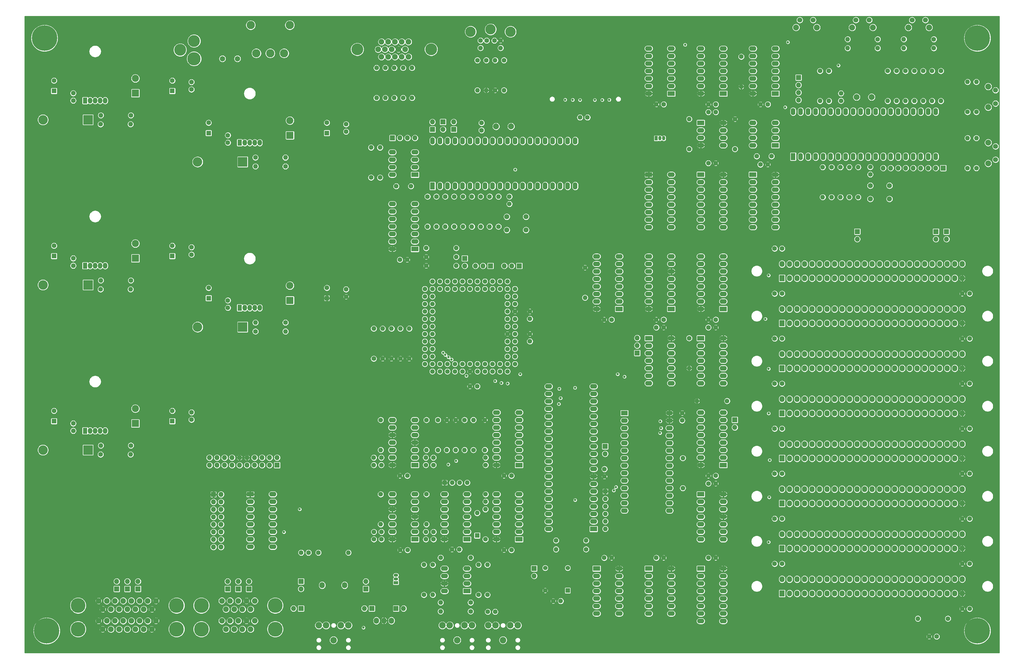
<source format=gbr>
G04 #@! TF.GenerationSoftware,KiCad,Pcbnew,(5.1.2)-1*
G04 #@! TF.CreationDate,2019-07-25T15:37:25-07:00*
G04 #@! TF.ProjectId,retroii,72657472-6f69-4692-9e6b-696361645f70,rev?*
G04 #@! TF.SameCoordinates,Original*
G04 #@! TF.FileFunction,Copper,L3,Inr*
G04 #@! TF.FilePolarity,Positive*
%FSLAX46Y46*%
G04 Gerber Fmt 4.6, Leading zero omitted, Abs format (unit mm)*
G04 Created by KiCad (PCBNEW (5.1.2)-1) date 2019-07-25 15:37:25*
%MOMM*%
%LPD*%
G04 APERTURE LIST*
%ADD10R,2.400000X1.600000*%
%ADD11O,2.400000X1.600000*%
%ADD12C,1.600000*%
%ADD13R,1.600000X1.600000*%
%ADD14R,2.400000X2.400000*%
%ADD15C,2.400000*%
%ADD16O,1.600000X1.600000*%
%ADD17O,3.200000X3.200000*%
%ADD18R,3.200000X3.200000*%
%ADD19C,4.000000*%
%ADD20C,1.900000*%
%ADD21C,2.200000*%
%ADD22O,1.700000X1.700000*%
%ADD23R,1.700000X1.700000*%
%ADD24C,4.500000*%
%ADD25O,1.727200X2.032000*%
%ADD26R,1.727200X2.032000*%
%ADD27C,3.500000*%
%ADD28O,1.800000X2.100000*%
%ADD29O,1.500000X1.050000*%
%ADD30R,1.500000X1.050000*%
%ADD31R,1.050000X1.500000*%
%ADD32O,1.050000X1.500000*%
%ADD33C,1.724000*%
%ADD34C,2.800000*%
%ADD35C,2.000000*%
%ADD36C,1.700000*%
%ADD37R,1.600000X2.400000*%
%ADD38O,1.600000X2.400000*%
%ADD39R,2.300000X1.600000*%
%ADD40O,2.300000X1.600000*%
%ADD41C,1.554000*%
%ADD42R,1.450000X2.000000*%
%ADD43O,1.450000X2.000000*%
%ADD44C,1.998980*%
%ADD45R,1.524000X1.524000*%
%ADD46C,1.524000*%
%ADD47C,5.000000*%
%ADD48C,8.600000*%
%ADD49C,0.900000*%
%ADD50C,1.824000*%
%ADD51C,0.800000*%
%ADD52C,0.254000*%
G04 APERTURE END LIST*
D10*
X338310000Y-162780000D03*
D11*
X345930000Y-180560000D03*
X338310000Y-165320000D03*
X345930000Y-178020000D03*
X338310000Y-167860000D03*
X345930000Y-175480000D03*
X338310000Y-170400000D03*
X345930000Y-172940000D03*
X338310000Y-172940000D03*
X345930000Y-170400000D03*
X338310000Y-175480000D03*
X345930000Y-167860000D03*
X338310000Y-178020000D03*
X345930000Y-165320000D03*
X338310000Y-180560000D03*
X345930000Y-162780000D03*
D12*
X218900000Y-264690000D03*
X221400000Y-264690000D03*
D10*
X303070000Y-162780000D03*
D11*
X310690000Y-180560000D03*
X303070000Y-165320000D03*
X310690000Y-178020000D03*
X303070000Y-167860000D03*
X310690000Y-175480000D03*
X303070000Y-170400000D03*
X310690000Y-172940000D03*
X303070000Y-172940000D03*
X310690000Y-170400000D03*
X303070000Y-175480000D03*
X310690000Y-167860000D03*
X303070000Y-178020000D03*
X310690000Y-165320000D03*
X303070000Y-180560000D03*
X310690000Y-162780000D03*
D10*
X328310000Y-135360000D03*
D11*
X320690000Y-120120000D03*
X328310000Y-132820000D03*
X320690000Y-122660000D03*
X328310000Y-130280000D03*
X320690000Y-125200000D03*
X328310000Y-127740000D03*
X320690000Y-127740000D03*
X328310000Y-125200000D03*
X320690000Y-130280000D03*
X328310000Y-122660000D03*
X320690000Y-132820000D03*
X328310000Y-120120000D03*
X320690000Y-135360000D03*
X328310000Y-145260000D03*
X320690000Y-152880000D03*
X328310000Y-147800000D03*
X320690000Y-150340000D03*
X328310000Y-150340000D03*
X320690000Y-147800000D03*
X328310000Y-152880000D03*
D10*
X320690000Y-145260000D03*
X320690000Y-162780000D03*
D11*
X328310000Y-180560000D03*
X320690000Y-165320000D03*
X328310000Y-178020000D03*
X320690000Y-167860000D03*
X328310000Y-175480000D03*
X320690000Y-170400000D03*
X328310000Y-172940000D03*
X320690000Y-172940000D03*
X328310000Y-170400000D03*
X320690000Y-175480000D03*
X328310000Y-167860000D03*
X320690000Y-178020000D03*
X328310000Y-165320000D03*
X320690000Y-180560000D03*
X328310000Y-162780000D03*
X338310000Y-135360000D03*
X345930000Y-120120000D03*
X338310000Y-132820000D03*
X345930000Y-122660000D03*
X338310000Y-130280000D03*
X345930000Y-125200000D03*
X338310000Y-127740000D03*
X345930000Y-127740000D03*
X338310000Y-125200000D03*
X345930000Y-130280000D03*
X338310000Y-122660000D03*
X345930000Y-132820000D03*
X338310000Y-120120000D03*
D10*
X345930000Y-135360000D03*
D11*
X251560000Y-286200000D03*
X259180000Y-270960000D03*
X251560000Y-283660000D03*
X259180000Y-273500000D03*
X251560000Y-281120000D03*
X259180000Y-276040000D03*
X251560000Y-278580000D03*
X259180000Y-278580000D03*
X251560000Y-276040000D03*
X259180000Y-281120000D03*
X251560000Y-273500000D03*
X259180000Y-283660000D03*
X251560000Y-270960000D03*
D10*
X259180000Y-286200000D03*
D12*
X255930000Y-170220000D03*
X255930000Y-172720000D03*
X246500000Y-145300000D03*
X246500000Y-147800000D03*
X222630000Y-166710000D03*
X217630000Y-166710000D03*
X325750000Y-141630000D03*
X323250000Y-141630000D03*
X210090000Y-283700000D03*
X210090000Y-286200000D03*
X227670000Y-258560000D03*
X227670000Y-261060000D03*
X212590000Y-261060000D03*
X212590000Y-258560000D03*
X227670000Y-283700000D03*
X227670000Y-286200000D03*
X221480000Y-289830000D03*
X218980000Y-289830000D03*
X251120000Y-310730000D03*
X248620000Y-310730000D03*
D10*
X310690000Y-135360000D03*
D11*
X303070000Y-120120000D03*
X310690000Y-132820000D03*
X303070000Y-122660000D03*
X310690000Y-130280000D03*
X303070000Y-125200000D03*
X310690000Y-127740000D03*
X303070000Y-127740000D03*
X310690000Y-125200000D03*
X303070000Y-130280000D03*
X310690000Y-122660000D03*
X303070000Y-132820000D03*
X310690000Y-120120000D03*
X303070000Y-135360000D03*
D12*
X187970000Y-290720000D03*
X185470000Y-290720000D03*
X288100000Y-262435000D03*
X288100000Y-264935000D03*
X270780000Y-307090000D03*
X273280000Y-307090000D03*
X314370000Y-245980000D03*
X314370000Y-243480000D03*
X262860000Y-211580000D03*
X262860000Y-209080000D03*
X262860000Y-216700000D03*
X262860000Y-219200000D03*
X245070000Y-234440000D03*
X242570000Y-234440000D03*
X101870000Y-130980000D03*
D13*
X101870000Y-134480000D03*
D12*
X154180000Y-201100000D03*
D13*
X154180000Y-204600000D03*
X101870000Y-190355000D03*
D12*
X101870000Y-186855000D03*
D14*
X129370000Y-135230000D03*
D15*
X129370000Y-130230000D03*
X181680000Y-200350000D03*
D14*
X181680000Y-205350000D03*
D15*
X129370000Y-186105000D03*
D14*
X129370000Y-191105000D03*
D13*
X141870000Y-134480000D03*
D12*
X141870000Y-130980000D03*
D13*
X194180000Y-204600000D03*
D12*
X194180000Y-201100000D03*
X141870000Y-186855000D03*
D13*
X141870000Y-190355000D03*
X154180000Y-148730000D03*
D12*
X154180000Y-145230000D03*
D13*
X101870000Y-246230000D03*
D12*
X101870000Y-242730000D03*
D14*
X181680000Y-149480000D03*
D15*
X181680000Y-144480000D03*
D14*
X129370000Y-246980000D03*
D15*
X129370000Y-241980000D03*
D12*
X194180000Y-145230000D03*
D13*
X194180000Y-148730000D03*
D12*
X141870000Y-242730000D03*
D13*
X141870000Y-246230000D03*
D12*
X279830000Y-143430000D03*
X282330000Y-143430000D03*
X378030000Y-162720000D03*
X378030000Y-160220000D03*
X368130000Y-137800000D03*
X368130000Y-135300000D03*
X339620000Y-156560000D03*
X344620000Y-156560000D03*
X247880000Y-273460000D03*
X247880000Y-270960000D03*
X308130000Y-214510000D03*
X305630000Y-214510000D03*
X323250000Y-214510000D03*
X325750000Y-214510000D03*
X254120000Y-289830000D03*
X256620000Y-289830000D03*
X239000000Y-289630000D03*
X236500000Y-289630000D03*
X256620000Y-264690000D03*
X254120000Y-264690000D03*
X343370000Y-139010000D03*
X340870000Y-139010000D03*
X325750000Y-158900000D03*
X323250000Y-158900000D03*
X340870000Y-159350000D03*
X343370000Y-159350000D03*
X288010000Y-292470000D03*
X290510000Y-292470000D03*
X308130000Y-292470000D03*
X305630000Y-292470000D03*
X323250000Y-267330000D03*
X325750000Y-267330000D03*
X325750000Y-264690000D03*
X323250000Y-264690000D03*
X305630000Y-211870000D03*
X308130000Y-211870000D03*
X325750000Y-292470000D03*
X323250000Y-292470000D03*
X288010000Y-211870000D03*
X290510000Y-211870000D03*
X325750000Y-211870000D03*
X323250000Y-211870000D03*
X218880000Y-191600000D03*
X221380000Y-191600000D03*
X308135000Y-139000000D03*
X305635000Y-139000000D03*
X323250000Y-139010000D03*
X325750000Y-139010000D03*
X409140000Y-309730000D03*
X411640000Y-309730000D03*
X411640000Y-279250000D03*
X409140000Y-279250000D03*
X409140000Y-263990000D03*
X411640000Y-263990000D03*
X411640000Y-203060000D03*
X409140000Y-203060000D03*
X409140000Y-218290000D03*
X411640000Y-218290000D03*
X411640000Y-233530000D03*
X409140000Y-233530000D03*
X409140000Y-248760000D03*
X411640000Y-248760000D03*
X411640000Y-294490000D03*
X409140000Y-294490000D03*
X348170000Y-233530000D03*
X345670000Y-233530000D03*
X345670000Y-294490000D03*
X348170000Y-294490000D03*
X348170000Y-203050000D03*
X345670000Y-203050000D03*
X345670000Y-248760000D03*
X348170000Y-248760000D03*
X348170000Y-218270000D03*
X345670000Y-218270000D03*
X345670000Y-279230000D03*
X348170000Y-279230000D03*
X345670000Y-264000000D03*
X348170000Y-264000000D03*
X348170000Y-187800000D03*
X345670000Y-187800000D03*
X247880000Y-258560000D03*
X247880000Y-261060000D03*
X230260000Y-283700000D03*
X230260000Y-286200000D03*
X212640000Y-283700000D03*
X212640000Y-286200000D03*
X230220000Y-258560000D03*
X230220000Y-261060000D03*
X210040000Y-261060000D03*
X210040000Y-258560000D03*
D13*
X245040000Y-284930000D03*
D16*
X245040000Y-277310000D03*
D17*
X98130000Y-144230000D03*
D18*
X113370000Y-144230000D03*
X165680000Y-214350000D03*
D17*
X150440000Y-214350000D03*
D18*
X113370000Y-200105000D03*
D17*
X98130000Y-200105000D03*
X150440000Y-158480000D03*
D18*
X165680000Y-158480000D03*
X113370000Y-255980000D03*
D17*
X98130000Y-255980000D03*
D11*
X328310000Y-296100000D03*
X320690000Y-313880000D03*
X328310000Y-298640000D03*
X320690000Y-311340000D03*
X328310000Y-301180000D03*
X320690000Y-308800000D03*
X328310000Y-303720000D03*
X320690000Y-306260000D03*
X328310000Y-306260000D03*
X320690000Y-303720000D03*
X328310000Y-308800000D03*
X320690000Y-301180000D03*
X328310000Y-311340000D03*
X320690000Y-298640000D03*
X328310000Y-313880000D03*
D10*
X320690000Y-296100000D03*
X310690000Y-208240000D03*
D11*
X303070000Y-190460000D03*
X310690000Y-205700000D03*
X303070000Y-193000000D03*
X310690000Y-203160000D03*
X303070000Y-195540000D03*
X310690000Y-200620000D03*
X303070000Y-198080000D03*
X310690000Y-198080000D03*
X303070000Y-200620000D03*
X310690000Y-195540000D03*
X303070000Y-203160000D03*
X310690000Y-193000000D03*
X303070000Y-205700000D03*
X310690000Y-190460000D03*
X303070000Y-208240000D03*
D10*
X293070000Y-208240000D03*
D11*
X285450000Y-190460000D03*
X293070000Y-205700000D03*
X285450000Y-193000000D03*
X293070000Y-203160000D03*
X285450000Y-195540000D03*
X293070000Y-200620000D03*
X285450000Y-198080000D03*
X293070000Y-198080000D03*
X285450000Y-200620000D03*
X293070000Y-195540000D03*
X285450000Y-203160000D03*
X293070000Y-193000000D03*
X285450000Y-205700000D03*
X293070000Y-190460000D03*
X285450000Y-208240000D03*
X310690000Y-296100000D03*
X303070000Y-311340000D03*
X310690000Y-298640000D03*
X303070000Y-308800000D03*
X310690000Y-301180000D03*
X303070000Y-306260000D03*
X310690000Y-303720000D03*
X303070000Y-303720000D03*
X310690000Y-306260000D03*
X303070000Y-301180000D03*
X310690000Y-308800000D03*
X303070000Y-298640000D03*
X310690000Y-311340000D03*
D10*
X303070000Y-296100000D03*
D11*
X320690000Y-208240000D03*
X328310000Y-190460000D03*
X320690000Y-205700000D03*
X328310000Y-193000000D03*
X320690000Y-203160000D03*
X328310000Y-195540000D03*
X320690000Y-200620000D03*
X328310000Y-198080000D03*
X320690000Y-198080000D03*
X328310000Y-200620000D03*
X320690000Y-195540000D03*
X328310000Y-203160000D03*
X320690000Y-193000000D03*
X328310000Y-205700000D03*
X320690000Y-190460000D03*
D10*
X328310000Y-208240000D03*
D11*
X269180000Y-282715000D03*
X284420000Y-234455000D03*
X269180000Y-280175000D03*
X284420000Y-236995000D03*
X269180000Y-277635000D03*
X284420000Y-239535000D03*
X269180000Y-275095000D03*
X284420000Y-242075000D03*
X269180000Y-272555000D03*
X284420000Y-244615000D03*
X269180000Y-270015000D03*
X284420000Y-247155000D03*
X269180000Y-267475000D03*
X284420000Y-249695000D03*
X269180000Y-264935000D03*
X284420000Y-252235000D03*
X269180000Y-262395000D03*
X284420000Y-254775000D03*
X269180000Y-259855000D03*
X284420000Y-257315000D03*
X269180000Y-257315000D03*
X284420000Y-259855000D03*
X269180000Y-254775000D03*
X284420000Y-262395000D03*
X269180000Y-252235000D03*
X284420000Y-264935000D03*
X269180000Y-249695000D03*
X284420000Y-267475000D03*
X269180000Y-247155000D03*
X284420000Y-270015000D03*
X269180000Y-244615000D03*
X284420000Y-272555000D03*
X269180000Y-242075000D03*
X284420000Y-275095000D03*
X269180000Y-239535000D03*
X284420000Y-277635000D03*
X269180000Y-236995000D03*
X284420000Y-280175000D03*
X269180000Y-234455000D03*
D10*
X284420000Y-282715000D03*
D11*
X320690000Y-261060000D03*
X328310000Y-243280000D03*
X320690000Y-258520000D03*
X328310000Y-245820000D03*
X320690000Y-255980000D03*
X328310000Y-248360000D03*
X320690000Y-253440000D03*
X328310000Y-250900000D03*
X320690000Y-250900000D03*
X328310000Y-253440000D03*
X320690000Y-248360000D03*
X328310000Y-255980000D03*
X320690000Y-245820000D03*
X328310000Y-258520000D03*
X320690000Y-243280000D03*
D10*
X328310000Y-261060000D03*
D11*
X251560000Y-261060000D03*
X259180000Y-243280000D03*
X251560000Y-258520000D03*
X259180000Y-245820000D03*
X251560000Y-255980000D03*
X259180000Y-248360000D03*
X251560000Y-253440000D03*
X259180000Y-250900000D03*
X251560000Y-250900000D03*
X259180000Y-253440000D03*
X251560000Y-248360000D03*
X259180000Y-255980000D03*
X251560000Y-245820000D03*
X259180000Y-258520000D03*
X251560000Y-243280000D03*
D10*
X259180000Y-261060000D03*
X223940000Y-286200000D03*
D11*
X216320000Y-270960000D03*
X223940000Y-283660000D03*
X216320000Y-273500000D03*
X223940000Y-281120000D03*
X216320000Y-276040000D03*
X223940000Y-278580000D03*
X216320000Y-278580000D03*
X223940000Y-276040000D03*
X216320000Y-281120000D03*
X223940000Y-273500000D03*
X216320000Y-283660000D03*
X223940000Y-270960000D03*
X216320000Y-286200000D03*
X216320000Y-261060000D03*
X223940000Y-245820000D03*
X216320000Y-258520000D03*
X223940000Y-248360000D03*
X216320000Y-255980000D03*
X223940000Y-250900000D03*
X216320000Y-253440000D03*
X223940000Y-253440000D03*
X216320000Y-250900000D03*
X223940000Y-255980000D03*
X216320000Y-248360000D03*
X223940000Y-258520000D03*
X216320000Y-245820000D03*
D10*
X223940000Y-261060000D03*
D19*
X204480000Y-120390000D03*
X229470000Y-120390000D03*
D20*
X221790000Y-117850000D03*
X219510000Y-117850000D03*
X217230000Y-117850000D03*
X214950000Y-117850000D03*
X212670000Y-117850000D03*
X213810000Y-120390000D03*
X216090000Y-120390000D03*
X218370000Y-120390000D03*
X220650000Y-120390000D03*
X211530000Y-120390000D03*
X221790000Y-122930000D03*
X219510000Y-122930000D03*
X217230000Y-122930000D03*
X214950000Y-122930000D03*
X212670000Y-122930000D03*
D21*
X251270000Y-315330000D03*
X256270000Y-315330000D03*
X248770000Y-315330000D03*
X258770000Y-315330000D03*
X253770000Y-320330000D03*
X238250000Y-320330000D03*
X243250000Y-315330000D03*
X233250000Y-315330000D03*
X240750000Y-315330000D03*
X235750000Y-315330000D03*
D22*
X220120000Y-309610000D03*
D23*
X217580000Y-309610000D03*
D24*
X149240000Y-123576000D03*
D19*
X149240000Y-117576000D03*
X144540000Y-120576000D03*
D23*
X177330000Y-261120000D03*
D22*
X177330000Y-258580000D03*
X174790000Y-261120000D03*
X174790000Y-258580000D03*
X172250000Y-261120000D03*
X172250000Y-258580000D03*
X169710000Y-261120000D03*
X169710000Y-258580000D03*
X167170000Y-261120000D03*
X167170000Y-258580000D03*
X164630000Y-261120000D03*
X164630000Y-258580000D03*
X162090000Y-261120000D03*
X162090000Y-258580000D03*
X159550000Y-261120000D03*
X159550000Y-258580000D03*
X157010000Y-261120000D03*
X157010000Y-258580000D03*
X154470000Y-261120000D03*
X154470000Y-258580000D03*
D25*
X348170000Y-299720000D03*
X350710000Y-299720000D03*
X353250000Y-299720000D03*
X355790000Y-299720000D03*
X358330000Y-299720000D03*
X360870000Y-299720000D03*
X363410000Y-299720000D03*
X365950000Y-299720000D03*
X368490000Y-299720000D03*
X371030000Y-299720000D03*
X373570000Y-299720000D03*
X376110000Y-299720000D03*
X378650000Y-299720000D03*
X381190000Y-299720000D03*
X383730000Y-299720000D03*
X386270000Y-299720000D03*
X388810000Y-299720000D03*
X391350000Y-299720000D03*
X393890000Y-299720000D03*
X396430000Y-299720000D03*
X398970000Y-299720000D03*
X401530000Y-299680000D03*
X404070000Y-299680000D03*
X406610000Y-299680000D03*
X409150000Y-299680000D03*
X409150000Y-304530000D03*
X406610000Y-304530000D03*
X404070000Y-304530000D03*
X401530000Y-304530000D03*
X398990000Y-304530000D03*
X396450000Y-304530000D03*
X393910000Y-304530000D03*
X391370000Y-304530000D03*
X388830000Y-304530000D03*
X386290000Y-304530000D03*
X383750000Y-304530000D03*
X381210000Y-304530000D03*
X378670000Y-304530000D03*
X376130000Y-304530000D03*
X373590000Y-304530000D03*
X371050000Y-304530000D03*
X368510000Y-304530000D03*
X365970000Y-304530000D03*
X363430000Y-304530000D03*
X360890000Y-304530000D03*
X358350000Y-304530000D03*
X355810000Y-304530000D03*
X353270000Y-304530000D03*
X350730000Y-304530000D03*
D26*
X348190000Y-304530000D03*
D11*
X233940000Y-286200000D03*
X241560000Y-270960000D03*
X233940000Y-283660000D03*
X241560000Y-273500000D03*
X233940000Y-281120000D03*
X241560000Y-276040000D03*
X233940000Y-278580000D03*
X241560000Y-278580000D03*
X233940000Y-276040000D03*
X241560000Y-281120000D03*
X233940000Y-273500000D03*
X241560000Y-283660000D03*
X233940000Y-270960000D03*
D10*
X241560000Y-286200000D03*
D11*
X175870000Y-270960000D03*
X168250000Y-288740000D03*
X175870000Y-273500000D03*
X168250000Y-286200000D03*
X175870000Y-276040000D03*
X168250000Y-283660000D03*
X175870000Y-278580000D03*
X168250000Y-281120000D03*
X175870000Y-281120000D03*
X168250000Y-278580000D03*
X175870000Y-283660000D03*
X168250000Y-276040000D03*
X175870000Y-286200000D03*
X168250000Y-273500000D03*
X175870000Y-288740000D03*
D10*
X168250000Y-270960000D03*
D25*
X348170000Y-238760000D03*
X350710000Y-238760000D03*
X353250000Y-238760000D03*
X355790000Y-238760000D03*
X358330000Y-238760000D03*
X360870000Y-238760000D03*
X363410000Y-238760000D03*
X365950000Y-238760000D03*
X368490000Y-238760000D03*
X371030000Y-238760000D03*
X373570000Y-238760000D03*
X376110000Y-238760000D03*
X378650000Y-238760000D03*
X381190000Y-238760000D03*
X383730000Y-238760000D03*
X386270000Y-238760000D03*
X388810000Y-238760000D03*
X391350000Y-238760000D03*
X393890000Y-238760000D03*
X396430000Y-238760000D03*
X398970000Y-238760000D03*
X401530000Y-238720000D03*
X404070000Y-238720000D03*
X406610000Y-238720000D03*
X409150000Y-238720000D03*
X409150000Y-243570000D03*
X406610000Y-243570000D03*
X404070000Y-243570000D03*
X401530000Y-243570000D03*
X398990000Y-243570000D03*
X396450000Y-243570000D03*
X393910000Y-243570000D03*
X391370000Y-243570000D03*
X388830000Y-243570000D03*
X386290000Y-243570000D03*
X383750000Y-243570000D03*
X381210000Y-243570000D03*
X378670000Y-243570000D03*
X376130000Y-243570000D03*
X373590000Y-243570000D03*
X371050000Y-243570000D03*
X368510000Y-243570000D03*
X365970000Y-243570000D03*
X363430000Y-243570000D03*
X360890000Y-243570000D03*
X358350000Y-243570000D03*
X355810000Y-243570000D03*
X353270000Y-243570000D03*
X350730000Y-243570000D03*
D26*
X348190000Y-243570000D03*
X348190000Y-289290000D03*
D25*
X350730000Y-289290000D03*
X353270000Y-289290000D03*
X355810000Y-289290000D03*
X358350000Y-289290000D03*
X360890000Y-289290000D03*
X363430000Y-289290000D03*
X365970000Y-289290000D03*
X368510000Y-289290000D03*
X371050000Y-289290000D03*
X373590000Y-289290000D03*
X376130000Y-289290000D03*
X378670000Y-289290000D03*
X381210000Y-289290000D03*
X383750000Y-289290000D03*
X386290000Y-289290000D03*
X388830000Y-289290000D03*
X391370000Y-289290000D03*
X393910000Y-289290000D03*
X396450000Y-289290000D03*
X398990000Y-289290000D03*
X401530000Y-289290000D03*
X404070000Y-289290000D03*
X406610000Y-289290000D03*
X409150000Y-289290000D03*
X409150000Y-284440000D03*
X406610000Y-284440000D03*
X404070000Y-284440000D03*
X401530000Y-284440000D03*
X398970000Y-284480000D03*
X396430000Y-284480000D03*
X393890000Y-284480000D03*
X391350000Y-284480000D03*
X388810000Y-284480000D03*
X386270000Y-284480000D03*
X383730000Y-284480000D03*
X381190000Y-284480000D03*
X378650000Y-284480000D03*
X376110000Y-284480000D03*
X373570000Y-284480000D03*
X371030000Y-284480000D03*
X368490000Y-284480000D03*
X365950000Y-284480000D03*
X363410000Y-284480000D03*
X360870000Y-284480000D03*
X358330000Y-284480000D03*
X355790000Y-284480000D03*
X353250000Y-284480000D03*
X350710000Y-284480000D03*
X348170000Y-284480000D03*
D26*
X348190000Y-228330000D03*
D25*
X350730000Y-228330000D03*
X353270000Y-228330000D03*
X355810000Y-228330000D03*
X358350000Y-228330000D03*
X360890000Y-228330000D03*
X363430000Y-228330000D03*
X365970000Y-228330000D03*
X368510000Y-228330000D03*
X371050000Y-228330000D03*
X373590000Y-228330000D03*
X376130000Y-228330000D03*
X378670000Y-228330000D03*
X381210000Y-228330000D03*
X383750000Y-228330000D03*
X386290000Y-228330000D03*
X388830000Y-228330000D03*
X391370000Y-228330000D03*
X393910000Y-228330000D03*
X396450000Y-228330000D03*
X398990000Y-228330000D03*
X401530000Y-228330000D03*
X404070000Y-228330000D03*
X406610000Y-228330000D03*
X409150000Y-228330000D03*
X409150000Y-223480000D03*
X406610000Y-223480000D03*
X404070000Y-223480000D03*
X401530000Y-223480000D03*
X398970000Y-223520000D03*
X396430000Y-223520000D03*
X393890000Y-223520000D03*
X391350000Y-223520000D03*
X388810000Y-223520000D03*
X386270000Y-223520000D03*
X383730000Y-223520000D03*
X381190000Y-223520000D03*
X378650000Y-223520000D03*
X376110000Y-223520000D03*
X373570000Y-223520000D03*
X371030000Y-223520000D03*
X368490000Y-223520000D03*
X365950000Y-223520000D03*
X363410000Y-223520000D03*
X360870000Y-223520000D03*
X358330000Y-223520000D03*
X355790000Y-223520000D03*
X353250000Y-223520000D03*
X350710000Y-223520000D03*
X348170000Y-223520000D03*
X348170000Y-269240000D03*
X350710000Y-269240000D03*
X353250000Y-269240000D03*
X355790000Y-269240000D03*
X358330000Y-269240000D03*
X360870000Y-269240000D03*
X363410000Y-269240000D03*
X365950000Y-269240000D03*
X368490000Y-269240000D03*
X371030000Y-269240000D03*
X373570000Y-269240000D03*
X376110000Y-269240000D03*
X378650000Y-269240000D03*
X381190000Y-269240000D03*
X383730000Y-269240000D03*
X386270000Y-269240000D03*
X388810000Y-269240000D03*
X391350000Y-269240000D03*
X393890000Y-269240000D03*
X396430000Y-269240000D03*
X398970000Y-269240000D03*
X401530000Y-269200000D03*
X404070000Y-269200000D03*
X406610000Y-269200000D03*
X409150000Y-269200000D03*
X409150000Y-274050000D03*
X406610000Y-274050000D03*
X404070000Y-274050000D03*
X401530000Y-274050000D03*
X398990000Y-274050000D03*
X396450000Y-274050000D03*
X393910000Y-274050000D03*
X391370000Y-274050000D03*
X388830000Y-274050000D03*
X386290000Y-274050000D03*
X383750000Y-274050000D03*
X381210000Y-274050000D03*
X378670000Y-274050000D03*
X376130000Y-274050000D03*
X373590000Y-274050000D03*
X371050000Y-274050000D03*
X368510000Y-274050000D03*
X365970000Y-274050000D03*
X363430000Y-274050000D03*
X360890000Y-274050000D03*
X358350000Y-274050000D03*
X355810000Y-274050000D03*
X353270000Y-274050000D03*
X350730000Y-274050000D03*
D26*
X348190000Y-274050000D03*
D25*
X348170000Y-208280000D03*
X350710000Y-208280000D03*
X353250000Y-208280000D03*
X355790000Y-208280000D03*
X358330000Y-208280000D03*
X360870000Y-208280000D03*
X363410000Y-208280000D03*
X365950000Y-208280000D03*
X368490000Y-208280000D03*
X371030000Y-208280000D03*
X373570000Y-208280000D03*
X376110000Y-208280000D03*
X378650000Y-208280000D03*
X381190000Y-208280000D03*
X383730000Y-208280000D03*
X386270000Y-208280000D03*
X388810000Y-208280000D03*
X391350000Y-208280000D03*
X393890000Y-208280000D03*
X396430000Y-208280000D03*
X398970000Y-208280000D03*
X401530000Y-208240000D03*
X404070000Y-208240000D03*
X406610000Y-208240000D03*
X409150000Y-208240000D03*
X409150000Y-213090000D03*
X406610000Y-213090000D03*
X404070000Y-213090000D03*
X401530000Y-213090000D03*
X398990000Y-213090000D03*
X396450000Y-213090000D03*
X393910000Y-213090000D03*
X391370000Y-213090000D03*
X388830000Y-213090000D03*
X386290000Y-213090000D03*
X383750000Y-213090000D03*
X381210000Y-213090000D03*
X378670000Y-213090000D03*
X376130000Y-213090000D03*
X373590000Y-213090000D03*
X371050000Y-213090000D03*
X368510000Y-213090000D03*
X365970000Y-213090000D03*
X363430000Y-213090000D03*
X360890000Y-213090000D03*
X358350000Y-213090000D03*
X355810000Y-213090000D03*
X353270000Y-213090000D03*
X350730000Y-213090000D03*
D26*
X348190000Y-213090000D03*
X348190000Y-258810000D03*
D25*
X350730000Y-258810000D03*
X353270000Y-258810000D03*
X355810000Y-258810000D03*
X358350000Y-258810000D03*
X360890000Y-258810000D03*
X363430000Y-258810000D03*
X365970000Y-258810000D03*
X368510000Y-258810000D03*
X371050000Y-258810000D03*
X373590000Y-258810000D03*
X376130000Y-258810000D03*
X378670000Y-258810000D03*
X381210000Y-258810000D03*
X383750000Y-258810000D03*
X386290000Y-258810000D03*
X388830000Y-258810000D03*
X391370000Y-258810000D03*
X393910000Y-258810000D03*
X396450000Y-258810000D03*
X398990000Y-258810000D03*
X401530000Y-258810000D03*
X404070000Y-258810000D03*
X406610000Y-258810000D03*
X409150000Y-258810000D03*
X409150000Y-253960000D03*
X406610000Y-253960000D03*
X404070000Y-253960000D03*
X401530000Y-253960000D03*
X398970000Y-254000000D03*
X396430000Y-254000000D03*
X393890000Y-254000000D03*
X391350000Y-254000000D03*
X388810000Y-254000000D03*
X386270000Y-254000000D03*
X383730000Y-254000000D03*
X381190000Y-254000000D03*
X378650000Y-254000000D03*
X376110000Y-254000000D03*
X373570000Y-254000000D03*
X371030000Y-254000000D03*
X368490000Y-254000000D03*
X365950000Y-254000000D03*
X363410000Y-254000000D03*
X360870000Y-254000000D03*
X358330000Y-254000000D03*
X355790000Y-254000000D03*
X353250000Y-254000000D03*
X350710000Y-254000000D03*
X348170000Y-254000000D03*
D26*
X348190000Y-197850000D03*
D25*
X350730000Y-197850000D03*
X353270000Y-197850000D03*
X355810000Y-197850000D03*
X358350000Y-197850000D03*
X360890000Y-197850000D03*
X363430000Y-197850000D03*
X365970000Y-197850000D03*
X368510000Y-197850000D03*
X371050000Y-197850000D03*
X373590000Y-197850000D03*
X376130000Y-197850000D03*
X378670000Y-197850000D03*
X381210000Y-197850000D03*
X383750000Y-197850000D03*
X386290000Y-197850000D03*
X388830000Y-197850000D03*
X391370000Y-197850000D03*
X393910000Y-197850000D03*
X396450000Y-197850000D03*
X398990000Y-197850000D03*
X401530000Y-197850000D03*
X404070000Y-197850000D03*
X406610000Y-197850000D03*
X409150000Y-197850000D03*
X409150000Y-193000000D03*
X406610000Y-193000000D03*
X404070000Y-193000000D03*
X401530000Y-193000000D03*
X398970000Y-193040000D03*
X396430000Y-193040000D03*
X393890000Y-193040000D03*
X391350000Y-193040000D03*
X388810000Y-193040000D03*
X386270000Y-193040000D03*
X383730000Y-193040000D03*
X381190000Y-193040000D03*
X378650000Y-193040000D03*
X376110000Y-193040000D03*
X373570000Y-193040000D03*
X371030000Y-193040000D03*
X368490000Y-193040000D03*
X365950000Y-193040000D03*
X363410000Y-193040000D03*
X360870000Y-193040000D03*
X358330000Y-193040000D03*
X355790000Y-193040000D03*
X353250000Y-193040000D03*
X350710000Y-193040000D03*
X348170000Y-193040000D03*
D23*
X402730000Y-160570000D03*
D22*
X400190000Y-160570000D03*
X397650000Y-160570000D03*
X395110000Y-160570000D03*
X392570000Y-160570000D03*
X390030000Y-160570000D03*
X387490000Y-160570000D03*
X384950000Y-160570000D03*
X382410000Y-160570000D03*
D23*
X288310000Y-254725000D03*
D22*
X288310000Y-257265000D03*
D21*
X196430000Y-320330000D03*
X201430000Y-315330000D03*
X191430000Y-315330000D03*
X198930000Y-315330000D03*
X193930000Y-315330000D03*
D23*
X332200000Y-245770000D03*
D22*
X332200000Y-248310000D03*
X229880000Y-144970000D03*
D23*
X229880000Y-147510000D03*
D22*
X233480000Y-147500000D03*
D23*
X233480000Y-144960000D03*
X237080000Y-147510000D03*
D22*
X237080000Y-144970000D03*
D23*
X240840000Y-191130000D03*
D22*
X240840000Y-193670000D03*
X299180000Y-218080000D03*
X299180000Y-220620000D03*
D23*
X299180000Y-223160000D03*
D22*
X244450000Y-193670000D03*
X246990000Y-193670000D03*
D23*
X249530000Y-193670000D03*
X259290000Y-193670000D03*
D22*
X256750000Y-193670000D03*
X254210000Y-193670000D03*
D23*
X160605000Y-302990000D03*
D22*
X160605000Y-300450000D03*
X164205000Y-300450000D03*
D23*
X164205000Y-302990000D03*
D22*
X167805000Y-300450000D03*
D23*
X167805000Y-302990000D03*
X123080000Y-302990000D03*
D22*
X123080000Y-300450000D03*
X126680000Y-300450000D03*
D23*
X126680000Y-302990000D03*
X130280000Y-302990000D03*
D22*
X130280000Y-300450000D03*
D23*
X185420000Y-309610000D03*
D22*
X182880000Y-309610000D03*
D23*
X209400000Y-309610000D03*
D22*
X206860000Y-309610000D03*
X207350000Y-300460000D03*
D23*
X207350000Y-303000000D03*
D22*
X185420000Y-302990000D03*
D23*
X185420000Y-300450000D03*
D12*
X252960000Y-119930000D03*
X246160000Y-119930000D03*
X252960000Y-117430000D03*
X246160000Y-117430000D03*
X248260000Y-117430000D03*
X250860000Y-117430000D03*
D27*
X249560000Y-113630000D03*
X242810000Y-114430000D03*
X256310000Y-114430000D03*
D11*
X233940000Y-303720000D03*
X241560000Y-296100000D03*
X233940000Y-301180000D03*
X241560000Y-298640000D03*
X233940000Y-298640000D03*
X241560000Y-301180000D03*
X233940000Y-296100000D03*
D10*
X241560000Y-303720000D03*
D12*
X397962620Y-319105000D03*
X400502620Y-319105000D03*
D28*
X200180000Y-301740000D03*
X192580000Y-301740000D03*
D23*
X216350000Y-150390000D03*
D22*
X218890000Y-150390000D03*
X221430000Y-150390000D03*
X223970000Y-150390000D03*
X353750000Y-137550000D03*
X353750000Y-135010000D03*
X353750000Y-132470000D03*
D23*
X353750000Y-129930000D03*
D29*
X217535000Y-299615000D03*
X217535000Y-298345000D03*
D30*
X217535000Y-300885000D03*
D31*
X305610000Y-150480000D03*
D32*
X308150000Y-150480000D03*
X306880000Y-150480000D03*
D12*
X329580000Y-239400000D03*
D16*
X319420000Y-239400000D03*
D12*
X252230000Y-180380000D03*
D16*
X252230000Y-170220000D03*
X228230000Y-180380000D03*
D12*
X228230000Y-170220000D03*
X231230000Y-170220000D03*
D16*
X231230000Y-180380000D03*
D12*
X234230000Y-170220000D03*
D16*
X234230000Y-180380000D03*
D12*
X237230000Y-170220000D03*
D16*
X237230000Y-180380000D03*
X240230000Y-180380000D03*
D12*
X240230000Y-170220000D03*
X243230000Y-170220000D03*
D16*
X243230000Y-180380000D03*
X246230000Y-180380000D03*
D12*
X246230000Y-170220000D03*
X249230000Y-170220000D03*
D16*
X249230000Y-180380000D03*
D12*
X219980000Y-136820000D03*
D16*
X219980000Y-126660000D03*
X222990000Y-126660000D03*
D12*
X222990000Y-136820000D03*
D16*
X216980000Y-136820000D03*
D12*
X216980000Y-126660000D03*
X316760000Y-154150000D03*
D16*
X316760000Y-143990000D03*
D12*
X230010000Y-294830000D03*
D16*
X230010000Y-304990000D03*
X242830000Y-292420000D03*
D12*
X232670000Y-292420000D03*
D16*
X248490000Y-294830000D03*
D12*
X248490000Y-304990000D03*
D16*
X232670000Y-310600000D03*
D12*
X242830000Y-310600000D03*
X242830000Y-307600000D03*
D16*
X232670000Y-307600000D03*
X227870000Y-281120000D03*
D12*
X227870000Y-270960000D03*
D16*
X212390000Y-281120000D03*
D12*
X212390000Y-270960000D03*
X227870000Y-245820000D03*
D16*
X227870000Y-255980000D03*
D12*
X212390000Y-245820000D03*
D16*
X212390000Y-255980000D03*
D12*
X247830000Y-286200000D03*
D16*
X247830000Y-276040000D03*
X201460000Y-290720000D03*
D12*
X191300000Y-290720000D03*
D16*
X332240000Y-154150000D03*
D12*
X332240000Y-143990000D03*
D16*
X213980000Y-136820000D03*
D12*
X213980000Y-126660000D03*
D16*
X281520000Y-204430000D03*
D12*
X281520000Y-194270000D03*
D16*
X227010000Y-294830000D03*
D12*
X227010000Y-304990000D03*
X245490000Y-304990000D03*
D16*
X245490000Y-294830000D03*
D12*
X210980000Y-126660000D03*
D16*
X210980000Y-136820000D03*
X209140000Y-153610000D03*
D12*
X209140000Y-163770000D03*
D16*
X212170000Y-153610000D03*
D12*
X212170000Y-163770000D03*
X314620000Y-268880000D03*
D16*
X314620000Y-258720000D03*
X231750000Y-255980000D03*
D12*
X231750000Y-245820000D03*
X234750000Y-245820000D03*
D16*
X234750000Y-255980000D03*
X237750000Y-255980000D03*
D12*
X237750000Y-245820000D03*
X240750000Y-245820000D03*
D16*
X240750000Y-255980000D03*
X243750000Y-245820000D03*
D12*
X243750000Y-255980000D03*
X222050000Y-225060000D03*
D16*
X222050000Y-214900000D03*
X219050000Y-214900000D03*
D12*
X219050000Y-225060000D03*
X316760000Y-218140000D03*
D16*
X316760000Y-228300000D03*
D12*
X227780000Y-193630000D03*
D16*
X237940000Y-193630000D03*
D12*
X227780000Y-190630000D03*
D16*
X237940000Y-190630000D03*
D12*
X227780000Y-187630000D03*
D16*
X237940000Y-187630000D03*
X216050000Y-214900000D03*
D12*
X216050000Y-225060000D03*
D16*
X213050000Y-214900000D03*
D12*
X213050000Y-225060000D03*
D16*
X210050000Y-214900000D03*
D12*
X210050000Y-225060000D03*
D16*
X394145000Y-313045000D03*
D12*
X404305000Y-313045000D03*
X373930000Y-170420000D03*
D16*
X373930000Y-160260000D03*
X245110000Y-134250000D03*
D12*
X245110000Y-124090000D03*
D16*
X254110000Y-134250000D03*
D12*
X254110000Y-124090000D03*
X248110000Y-124090000D03*
D16*
X248110000Y-134250000D03*
X251110000Y-124090000D03*
D12*
X251110000Y-134250000D03*
X281880000Y-289595000D03*
D16*
X271720000Y-289595000D03*
D12*
X334380000Y-122870000D03*
D16*
X334380000Y-133030000D03*
X370370000Y-116980000D03*
D12*
X380530000Y-116980000D03*
D16*
X389370000Y-116980000D03*
D12*
X399530000Y-116980000D03*
X413930000Y-141580000D03*
D16*
X413930000Y-131420000D03*
D12*
X413930000Y-160580000D03*
D16*
X413930000Y-150420000D03*
D12*
X380530000Y-119980000D03*
D16*
X370370000Y-119980000D03*
X389370000Y-119980000D03*
D12*
X399530000Y-119980000D03*
X410930000Y-141580000D03*
D16*
X410930000Y-131420000D03*
X410930000Y-150420000D03*
D12*
X410930000Y-160580000D03*
X247630000Y-245820000D03*
D16*
X247630000Y-255980000D03*
D12*
X361930000Y-160260000D03*
D16*
X361930000Y-170420000D03*
X364930000Y-170420000D03*
D12*
X364930000Y-160260000D03*
D16*
X367930000Y-170420000D03*
D12*
X367930000Y-160260000D03*
D16*
X370930000Y-170420000D03*
D12*
X370930000Y-160260000D03*
D16*
X361030000Y-137860000D03*
D12*
X361030000Y-127700000D03*
D16*
X364030000Y-137860000D03*
D12*
X364030000Y-127700000D03*
D16*
X383930000Y-137860000D03*
D12*
X383930000Y-127700000D03*
X386930000Y-127700000D03*
D16*
X386930000Y-137860000D03*
D12*
X389930000Y-127700000D03*
D16*
X389930000Y-137860000D03*
X392930000Y-137860000D03*
D12*
X392930000Y-127700000D03*
D16*
X395930000Y-137860000D03*
D12*
X395930000Y-127700000D03*
X398930000Y-127700000D03*
D16*
X398930000Y-137860000D03*
D12*
X401930000Y-127700000D03*
D16*
X401930000Y-137860000D03*
X117710000Y-198605000D03*
D12*
X127870000Y-198605000D03*
X117620000Y-201605000D03*
D16*
X127780000Y-201605000D03*
D12*
X127870000Y-142730000D03*
D16*
X117710000Y-142730000D03*
X127780000Y-145730000D03*
D12*
X117620000Y-145730000D03*
X180180000Y-212850000D03*
D16*
X170020000Y-212850000D03*
X180180000Y-215850000D03*
D12*
X170020000Y-215850000D03*
X127870000Y-254480000D03*
D16*
X117710000Y-254480000D03*
D12*
X117620000Y-257480000D03*
D16*
X127780000Y-257480000D03*
D12*
X180180000Y-160000000D03*
D16*
X170020000Y-160000000D03*
X180160000Y-157000000D03*
D12*
X170000000Y-157000000D03*
D13*
X288380000Y-269965000D03*
D16*
X288380000Y-272505000D03*
X288380000Y-275045000D03*
X288380000Y-277585000D03*
X288380000Y-280125000D03*
X288380000Y-282665000D03*
D28*
X216030000Y-313730000D03*
X213490000Y-313730000D03*
X210950000Y-313730000D03*
D33*
X261550000Y-181540000D03*
X255050000Y-181540000D03*
X255050000Y-177040000D03*
X261550000Y-177040000D03*
D34*
X168415000Y-112200000D03*
X181625000Y-112200000D03*
X170320000Y-121730000D03*
X175020000Y-121730000D03*
X179720000Y-121730000D03*
D35*
X397930000Y-112980000D03*
X390920000Y-112980000D03*
D36*
X392175000Y-110490000D03*
X396675000Y-110490000D03*
X377675000Y-110490000D03*
X373175000Y-110490000D03*
D35*
X371920000Y-112980000D03*
X378930000Y-112980000D03*
D33*
X384530000Y-166520000D03*
X378030000Y-166520000D03*
X378030000Y-171020000D03*
X384530000Y-171020000D03*
D35*
X359930000Y-112980000D03*
X352920000Y-112980000D03*
D36*
X354175000Y-110490000D03*
X358675000Y-110490000D03*
X420420000Y-138725000D03*
X420420000Y-134225000D03*
D35*
X417930000Y-132970000D03*
X417930000Y-139980000D03*
X417930000Y-158980000D03*
X417930000Y-151970000D03*
D36*
X420420000Y-153225000D03*
X420420000Y-157725000D03*
D10*
X285450000Y-296100000D03*
D11*
X293070000Y-311340000D03*
X285450000Y-298640000D03*
X293070000Y-308800000D03*
X285450000Y-301180000D03*
X293070000Y-306260000D03*
X285450000Y-303720000D03*
X293070000Y-303720000D03*
X285450000Y-306260000D03*
X293070000Y-301180000D03*
X285450000Y-308800000D03*
X293070000Y-298640000D03*
X285450000Y-311340000D03*
X293070000Y-296100000D03*
D10*
X320690000Y-270960000D03*
D11*
X328310000Y-286200000D03*
X320690000Y-273500000D03*
X328310000Y-283660000D03*
X320690000Y-276040000D03*
X328310000Y-281120000D03*
X320690000Y-278580000D03*
X328310000Y-278580000D03*
X320690000Y-281120000D03*
X328310000Y-276040000D03*
X320690000Y-283660000D03*
X328310000Y-273500000D03*
X320690000Y-286200000D03*
X328310000Y-270960000D03*
D37*
X229940000Y-166640000D03*
D38*
X278200000Y-151400000D03*
X232480000Y-166640000D03*
X275660000Y-151400000D03*
X235020000Y-166640000D03*
X273120000Y-151400000D03*
X237560000Y-166640000D03*
X270580000Y-151400000D03*
X240100000Y-166640000D03*
X268040000Y-151400000D03*
X242640000Y-166640000D03*
X265500000Y-151400000D03*
X245180000Y-166640000D03*
X262960000Y-151400000D03*
X247720000Y-166640000D03*
X260420000Y-151400000D03*
X250260000Y-166640000D03*
X257880000Y-151400000D03*
X252800000Y-166640000D03*
X255340000Y-151400000D03*
X255340000Y-166640000D03*
X252800000Y-151400000D03*
X257880000Y-166640000D03*
X250260000Y-151400000D03*
X260420000Y-166640000D03*
X247720000Y-151400000D03*
X262960000Y-166640000D03*
X245180000Y-151400000D03*
X265500000Y-166640000D03*
X242640000Y-151400000D03*
X268040000Y-166640000D03*
X240100000Y-151400000D03*
X270580000Y-166640000D03*
X237560000Y-151400000D03*
X273120000Y-166640000D03*
X235020000Y-151400000D03*
X275660000Y-166640000D03*
X232480000Y-151400000D03*
X278200000Y-166640000D03*
X229940000Y-151400000D03*
D10*
X223940000Y-162830000D03*
D11*
X216320000Y-155210000D03*
X223940000Y-160290000D03*
X216320000Y-157750000D03*
X223940000Y-157750000D03*
X216320000Y-160290000D03*
X223940000Y-155210000D03*
X216320000Y-162830000D03*
D39*
X294840000Y-243480000D03*
D40*
X294840000Y-246020000D03*
X294840000Y-248560000D03*
X294840000Y-251100000D03*
X294840000Y-253640000D03*
X294840000Y-256180000D03*
X294840000Y-258720000D03*
X294840000Y-261260000D03*
X294840000Y-263800000D03*
X294840000Y-266340000D03*
X294840000Y-268880000D03*
X294840000Y-271420000D03*
X294840000Y-273960000D03*
X294840000Y-276500000D03*
X310080000Y-276500000D03*
X310080000Y-273960000D03*
X310080000Y-271420000D03*
X310080000Y-268880000D03*
X310080000Y-266340000D03*
X310080000Y-263800000D03*
X310080000Y-261260000D03*
X310080000Y-258720000D03*
X310080000Y-256180000D03*
X310080000Y-253640000D03*
X310080000Y-251100000D03*
X310080000Y-248560000D03*
X310080000Y-246020000D03*
X310080000Y-243480000D03*
D41*
X229870000Y-198920000D03*
X232410000Y-198920000D03*
X234950000Y-198920000D03*
X240030000Y-198920000D03*
X237490000Y-198920000D03*
X242570000Y-198920000D03*
X245110000Y-198920000D03*
X247650000Y-198920000D03*
X250190000Y-198920000D03*
X252730000Y-198920000D03*
X255270000Y-198920000D03*
X229870000Y-201460000D03*
X232410000Y-201460000D03*
X234950000Y-201460000D03*
X237490000Y-201460000D03*
X240030000Y-201460000D03*
X242570000Y-201460000D03*
X245110000Y-201460000D03*
X247650000Y-201460000D03*
X250190000Y-201460000D03*
X252730000Y-201460000D03*
X255270000Y-201460000D03*
X229870000Y-204000000D03*
X229870000Y-206540000D03*
X229870000Y-209080000D03*
X229870000Y-211620000D03*
X229870000Y-214160000D03*
X229870000Y-216700000D03*
X229870000Y-219240000D03*
X229870000Y-221780000D03*
X229870000Y-224320000D03*
X229870000Y-226860000D03*
X227330000Y-226860000D03*
X227330000Y-224320000D03*
X227330000Y-219240000D03*
X227330000Y-221780000D03*
X227330000Y-216700000D03*
X227330000Y-214160000D03*
X227330000Y-211620000D03*
X227330000Y-209080000D03*
X227330000Y-206540000D03*
X227330000Y-204000000D03*
X255270000Y-204000000D03*
X255270000Y-206540000D03*
X255270000Y-209080000D03*
X255270000Y-211620000D03*
X255270000Y-214160000D03*
X255270000Y-216700000D03*
X255270000Y-219240000D03*
X255270000Y-221780000D03*
X255270000Y-224320000D03*
X255270000Y-226860000D03*
X257810000Y-204000000D03*
X257810000Y-206540000D03*
X257810000Y-209080000D03*
X257810000Y-211620000D03*
X257810000Y-214160000D03*
X257810000Y-216700000D03*
X257810000Y-219240000D03*
X257810000Y-221780000D03*
X257810000Y-224320000D03*
X257810000Y-226860000D03*
X232410000Y-226860000D03*
X234950000Y-226860000D03*
X237490000Y-226860000D03*
X240030000Y-226860000D03*
X242570000Y-226860000D03*
X245110000Y-226860000D03*
X247650000Y-226860000D03*
X250190000Y-226860000D03*
X252730000Y-226860000D03*
X227330000Y-201460000D03*
X257810000Y-201460000D03*
X229870000Y-229400000D03*
X232410000Y-229400000D03*
X234950000Y-229400000D03*
X237490000Y-229400000D03*
X240030000Y-229400000D03*
X242570000Y-229400000D03*
X245110000Y-229400000D03*
X247650000Y-229400000D03*
X250190000Y-229400000D03*
X252730000Y-229400000D03*
X255270000Y-229400000D03*
D11*
X310690000Y-218140000D03*
X303070000Y-233380000D03*
X310690000Y-220680000D03*
X303070000Y-230840000D03*
X310690000Y-223220000D03*
X303070000Y-228300000D03*
X310690000Y-225760000D03*
X303070000Y-225760000D03*
X310690000Y-228300000D03*
X303070000Y-223220000D03*
X310690000Y-230840000D03*
X303070000Y-220680000D03*
X310690000Y-233380000D03*
D10*
X303070000Y-218140000D03*
X223940000Y-187970000D03*
D11*
X216320000Y-172730000D03*
X223940000Y-185430000D03*
X216320000Y-175270000D03*
X223940000Y-182890000D03*
X216320000Y-177810000D03*
X223940000Y-180350000D03*
X216320000Y-180350000D03*
X223940000Y-177810000D03*
X216320000Y-182890000D03*
X223940000Y-175270000D03*
X216320000Y-185430000D03*
X223940000Y-172730000D03*
X216320000Y-187970000D03*
D42*
X112370000Y-137730000D03*
D43*
X114070000Y-137730000D03*
X115770000Y-137730000D03*
X117470000Y-137730000D03*
X119170000Y-137730000D03*
X171480000Y-207850000D03*
X169780000Y-207850000D03*
X168080000Y-207850000D03*
X166380000Y-207850000D03*
D42*
X164680000Y-207850000D03*
D43*
X119170000Y-193605000D03*
X117470000Y-193605000D03*
X115770000Y-193605000D03*
X114070000Y-193605000D03*
D42*
X112370000Y-193605000D03*
X164680000Y-151980000D03*
D43*
X166380000Y-151980000D03*
X168080000Y-151980000D03*
X169780000Y-151980000D03*
X171480000Y-151980000D03*
D42*
X112370000Y-249480000D03*
D43*
X114070000Y-249480000D03*
X115770000Y-249480000D03*
X117470000Y-249480000D03*
X119170000Y-249480000D03*
D37*
X351930000Y-156680000D03*
D38*
X400190000Y-141440000D03*
X354470000Y-156680000D03*
X397650000Y-141440000D03*
X357010000Y-156680000D03*
X395110000Y-141440000D03*
X359550000Y-156680000D03*
X392570000Y-141440000D03*
X362090000Y-156680000D03*
X390030000Y-141440000D03*
X364630000Y-156680000D03*
X387490000Y-141440000D03*
X367170000Y-156680000D03*
X384950000Y-141440000D03*
X369710000Y-156680000D03*
X382410000Y-141440000D03*
X372250000Y-156680000D03*
X379870000Y-141440000D03*
X374790000Y-156680000D03*
X377330000Y-141440000D03*
X377330000Y-156680000D03*
X374790000Y-141440000D03*
X379870000Y-156680000D03*
X372250000Y-141440000D03*
X382410000Y-156680000D03*
X369710000Y-141440000D03*
X384950000Y-156680000D03*
X367170000Y-141440000D03*
X387490000Y-156680000D03*
X364630000Y-141440000D03*
X390030000Y-156680000D03*
X362090000Y-141440000D03*
X392570000Y-156680000D03*
X359550000Y-141440000D03*
X395110000Y-156680000D03*
X357010000Y-141440000D03*
X397650000Y-156680000D03*
X354470000Y-141440000D03*
X400190000Y-156680000D03*
X351930000Y-141440000D03*
D10*
X345930000Y-152880000D03*
D11*
X338310000Y-145260000D03*
X345930000Y-150340000D03*
X338310000Y-147800000D03*
X345930000Y-147800000D03*
X338310000Y-150340000D03*
X345930000Y-145260000D03*
X338310000Y-152880000D03*
D10*
X320690000Y-218140000D03*
D11*
X328310000Y-233380000D03*
X320690000Y-220680000D03*
X328310000Y-230840000D03*
X320690000Y-223220000D03*
X328310000Y-228300000D03*
X320690000Y-225760000D03*
X328310000Y-225760000D03*
X320690000Y-228300000D03*
X328310000Y-223220000D03*
X320690000Y-230840000D03*
X328310000Y-220680000D03*
X320690000Y-233380000D03*
X328310000Y-218140000D03*
D44*
X251430000Y-146480000D03*
X256510000Y-146480000D03*
D45*
X275670000Y-303530000D03*
D46*
X275670000Y-295910000D03*
X268050000Y-303530000D03*
X268050000Y-295910000D03*
D44*
X378470000Y-136530000D03*
X373390000Y-136530000D03*
D12*
X108370000Y-137730000D03*
X108370000Y-135230000D03*
X160680000Y-205350000D03*
X160680000Y-207850000D03*
X108370000Y-191105000D03*
X108370000Y-193605000D03*
X148360000Y-131470000D03*
X148360000Y-133970000D03*
X200680000Y-201600000D03*
X200680000Y-204100000D03*
X148370000Y-189855000D03*
X148370000Y-187355000D03*
X160680000Y-151980000D03*
X160680000Y-149480000D03*
X108370000Y-249480000D03*
X108370000Y-246980000D03*
X200680000Y-145730000D03*
X200680000Y-148230000D03*
X148370000Y-245730000D03*
X148370000Y-243230000D03*
X271720000Y-286595000D03*
D16*
X281880000Y-286595000D03*
D20*
X158670000Y-307040000D03*
X161440000Y-307040000D03*
X164210000Y-307040000D03*
X166980000Y-307040000D03*
X169750000Y-307040000D03*
X160055000Y-309880000D03*
X162825000Y-309880000D03*
X165595000Y-309880000D03*
X168365000Y-309880000D03*
X158670000Y-313800000D03*
X161440000Y-313800000D03*
X164210000Y-313800000D03*
X166980000Y-313800000D03*
X169750000Y-313800000D03*
X160055000Y-316640000D03*
X162825000Y-316640000D03*
X165595000Y-316640000D03*
X168365000Y-316640000D03*
D47*
X176705000Y-308610000D03*
X176705000Y-316610000D03*
X151715000Y-316610000D03*
X151715000Y-308610000D03*
D20*
X116960000Y-307040000D03*
X119730000Y-307040000D03*
X122500000Y-307040000D03*
X125270000Y-307040000D03*
X128040000Y-307040000D03*
X118345000Y-309880000D03*
X121115000Y-309880000D03*
X123885000Y-309880000D03*
X126655000Y-309880000D03*
X116960000Y-313800000D03*
X119730000Y-313800000D03*
X122500000Y-313800000D03*
X125270000Y-313800000D03*
X128040000Y-313800000D03*
X118345000Y-316640000D03*
X121115000Y-316640000D03*
X123885000Y-316640000D03*
X126655000Y-316640000D03*
D47*
X143325000Y-308610000D03*
X143325000Y-316610000D03*
X110005000Y-316610000D03*
X110005000Y-308610000D03*
D20*
X130810000Y-307040000D03*
X133580000Y-307040000D03*
X136350000Y-307040000D03*
X129425000Y-309880000D03*
X132195000Y-309880000D03*
X134965000Y-309880000D03*
X130810000Y-313800000D03*
X133580000Y-313800000D03*
X136350000Y-313800000D03*
X129425000Y-316640000D03*
X132195000Y-316640000D03*
X134965000Y-316640000D03*
D13*
X234025000Y-267050000D03*
D16*
X236565000Y-267050000D03*
X239105000Y-267050000D03*
X241645000Y-267050000D03*
D22*
X158360000Y-271020000D03*
D23*
X155820000Y-271020000D03*
D22*
X158360000Y-273560000D03*
X155820000Y-273560000D03*
X158360000Y-276100000D03*
X155820000Y-276100000D03*
X158360000Y-278640000D03*
X155820000Y-278640000D03*
X158360000Y-281180000D03*
X155820000Y-281180000D03*
X158360000Y-283720000D03*
X155820000Y-283720000D03*
X158360000Y-286260000D03*
X155820000Y-286260000D03*
X158360000Y-288800000D03*
X155820000Y-288800000D03*
X264310000Y-298580000D03*
D23*
X264310000Y-296040000D03*
X373630000Y-182080000D03*
D22*
X373630000Y-184620000D03*
X400230000Y-184620000D03*
D23*
X400230000Y-182080000D03*
X403830000Y-182080000D03*
D22*
X403830000Y-184620000D03*
D48*
X414260000Y-116600000D03*
D49*
X417485000Y-116600000D03*
X416540419Y-118880419D03*
X414260000Y-119825000D03*
X411979581Y-118880419D03*
X411035000Y-116600000D03*
X411979581Y-114319581D03*
X414260000Y-113375000D03*
X416540419Y-114319581D03*
X100920419Y-114319581D03*
X98640000Y-113375000D03*
X96359581Y-114319581D03*
X95415000Y-116600000D03*
X96359581Y-118880419D03*
X98640000Y-119825000D03*
X100920419Y-118880419D03*
X101865000Y-116600000D03*
D48*
X98640000Y-116600000D03*
D49*
X416540419Y-314899581D03*
X414260000Y-313955000D03*
X411979581Y-314899581D03*
X411035000Y-317180000D03*
X411979581Y-319460419D03*
X414260000Y-320405000D03*
X416540419Y-319460419D03*
X417485000Y-317180000D03*
D48*
X414260000Y-317180000D03*
X99380000Y-317180000D03*
D49*
X102605000Y-317180000D03*
X101660419Y-319460419D03*
X99380000Y-320405000D03*
X97099581Y-319460419D03*
X96155000Y-317180000D03*
X97099581Y-314899581D03*
X99380000Y-313955000D03*
X101660419Y-314899581D03*
D50*
X163920000Y-123562540D03*
X158840000Y-123562540D03*
D51*
X279820000Y-137510000D03*
X287340000Y-137540000D03*
X350140000Y-117990000D03*
X315380000Y-118850000D03*
X349230000Y-140000000D03*
X367270000Y-125830000D03*
X289710000Y-137480000D03*
X284830000Y-137510000D03*
X277340000Y-137490000D03*
X274790000Y-137450000D03*
X291260000Y-269670000D03*
X306900000Y-250220000D03*
X292000000Y-268520000D03*
X272810000Y-235270000D03*
X292560000Y-230320000D03*
X307240000Y-248580000D03*
X273250000Y-238420000D03*
X259580000Y-230320000D03*
X241400000Y-230870000D03*
X184970000Y-276020000D03*
X251110000Y-232640000D03*
X237890000Y-259660000D03*
X253210000Y-233290000D03*
X235250000Y-260900000D03*
X255320000Y-233480000D03*
X233500000Y-223050000D03*
X234240000Y-223800000D03*
X235310000Y-224550000D03*
X236340000Y-225360000D03*
X306970000Y-246260000D03*
X272660000Y-240420000D03*
X294860000Y-231190000D03*
X278150000Y-234930000D03*
X278170000Y-272900000D03*
X343650000Y-196880000D03*
X343650000Y-287160000D03*
X343830000Y-271970000D03*
X344010000Y-259390000D03*
X343670000Y-243590000D03*
X343640000Y-228510000D03*
X342540000Y-211640000D03*
X179650000Y-283740000D03*
X257890000Y-161100000D03*
X206550000Y-316090000D03*
D52*
G36*
X421666400Y-324586400D02*
G01*
X91973600Y-324586400D01*
X91973600Y-322738699D01*
X190503000Y-322738699D01*
X190503000Y-322921301D01*
X190538624Y-323100396D01*
X190608504Y-323269099D01*
X190709952Y-323420928D01*
X190839072Y-323550048D01*
X190990901Y-323651496D01*
X191159604Y-323721376D01*
X191338699Y-323757000D01*
X191521301Y-323757000D01*
X191700396Y-323721376D01*
X191869099Y-323651496D01*
X192020928Y-323550048D01*
X192150048Y-323420928D01*
X192251496Y-323269099D01*
X192321376Y-323100396D01*
X192357000Y-322921301D01*
X192357000Y-322738699D01*
X200503000Y-322738699D01*
X200503000Y-322921301D01*
X200538624Y-323100396D01*
X200608504Y-323269099D01*
X200709952Y-323420928D01*
X200839072Y-323550048D01*
X200990901Y-323651496D01*
X201159604Y-323721376D01*
X201338699Y-323757000D01*
X201521301Y-323757000D01*
X201700396Y-323721376D01*
X201869099Y-323651496D01*
X202020928Y-323550048D01*
X202150048Y-323420928D01*
X202251496Y-323269099D01*
X202321376Y-323100396D01*
X202357000Y-322921301D01*
X202357000Y-322738699D01*
X232323000Y-322738699D01*
X232323000Y-322921301D01*
X232358624Y-323100396D01*
X232428504Y-323269099D01*
X232529952Y-323420928D01*
X232659072Y-323550048D01*
X232810901Y-323651496D01*
X232979604Y-323721376D01*
X233158699Y-323757000D01*
X233341301Y-323757000D01*
X233520396Y-323721376D01*
X233689099Y-323651496D01*
X233840928Y-323550048D01*
X233970048Y-323420928D01*
X234071496Y-323269099D01*
X234141376Y-323100396D01*
X234177000Y-322921301D01*
X234177000Y-322738699D01*
X242323000Y-322738699D01*
X242323000Y-322921301D01*
X242358624Y-323100396D01*
X242428504Y-323269099D01*
X242529952Y-323420928D01*
X242659072Y-323550048D01*
X242810901Y-323651496D01*
X242979604Y-323721376D01*
X243158699Y-323757000D01*
X243341301Y-323757000D01*
X243520396Y-323721376D01*
X243689099Y-323651496D01*
X243840928Y-323550048D01*
X243970048Y-323420928D01*
X244071496Y-323269099D01*
X244141376Y-323100396D01*
X244177000Y-322921301D01*
X244177000Y-322738699D01*
X247843000Y-322738699D01*
X247843000Y-322921301D01*
X247878624Y-323100396D01*
X247948504Y-323269099D01*
X248049952Y-323420928D01*
X248179072Y-323550048D01*
X248330901Y-323651496D01*
X248499604Y-323721376D01*
X248678699Y-323757000D01*
X248861301Y-323757000D01*
X249040396Y-323721376D01*
X249209099Y-323651496D01*
X249360928Y-323550048D01*
X249490048Y-323420928D01*
X249591496Y-323269099D01*
X249661376Y-323100396D01*
X249697000Y-322921301D01*
X249697000Y-322738699D01*
X257843000Y-322738699D01*
X257843000Y-322921301D01*
X257878624Y-323100396D01*
X257948504Y-323269099D01*
X258049952Y-323420928D01*
X258179072Y-323550048D01*
X258330901Y-323651496D01*
X258499604Y-323721376D01*
X258678699Y-323757000D01*
X258861301Y-323757000D01*
X259040396Y-323721376D01*
X259209099Y-323651496D01*
X259360928Y-323550048D01*
X259490048Y-323420928D01*
X259591496Y-323269099D01*
X259661376Y-323100396D01*
X259697000Y-322921301D01*
X259697000Y-322738699D01*
X259661376Y-322559604D01*
X259591496Y-322390901D01*
X259490048Y-322239072D01*
X259360928Y-322109952D01*
X259209099Y-322008504D01*
X259040396Y-321938624D01*
X258861301Y-321903000D01*
X258678699Y-321903000D01*
X258499604Y-321938624D01*
X258330901Y-322008504D01*
X258179072Y-322109952D01*
X258049952Y-322239072D01*
X257948504Y-322390901D01*
X257878624Y-322559604D01*
X257843000Y-322738699D01*
X249697000Y-322738699D01*
X249661376Y-322559604D01*
X249591496Y-322390901D01*
X249490048Y-322239072D01*
X249360928Y-322109952D01*
X249209099Y-322008504D01*
X249040396Y-321938624D01*
X248861301Y-321903000D01*
X248678699Y-321903000D01*
X248499604Y-321938624D01*
X248330901Y-322008504D01*
X248179072Y-322109952D01*
X248049952Y-322239072D01*
X247948504Y-322390901D01*
X247878624Y-322559604D01*
X247843000Y-322738699D01*
X244177000Y-322738699D01*
X244141376Y-322559604D01*
X244071496Y-322390901D01*
X243970048Y-322239072D01*
X243840928Y-322109952D01*
X243689099Y-322008504D01*
X243520396Y-321938624D01*
X243341301Y-321903000D01*
X243158699Y-321903000D01*
X242979604Y-321938624D01*
X242810901Y-322008504D01*
X242659072Y-322109952D01*
X242529952Y-322239072D01*
X242428504Y-322390901D01*
X242358624Y-322559604D01*
X242323000Y-322738699D01*
X234177000Y-322738699D01*
X234141376Y-322559604D01*
X234071496Y-322390901D01*
X233970048Y-322239072D01*
X233840928Y-322109952D01*
X233689099Y-322008504D01*
X233520396Y-321938624D01*
X233341301Y-321903000D01*
X233158699Y-321903000D01*
X232979604Y-321938624D01*
X232810901Y-322008504D01*
X232659072Y-322109952D01*
X232529952Y-322239072D01*
X232428504Y-322390901D01*
X232358624Y-322559604D01*
X232323000Y-322738699D01*
X202357000Y-322738699D01*
X202321376Y-322559604D01*
X202251496Y-322390901D01*
X202150048Y-322239072D01*
X202020928Y-322109952D01*
X201869099Y-322008504D01*
X201700396Y-321938624D01*
X201521301Y-321903000D01*
X201338699Y-321903000D01*
X201159604Y-321938624D01*
X200990901Y-322008504D01*
X200839072Y-322109952D01*
X200709952Y-322239072D01*
X200608504Y-322390901D01*
X200538624Y-322559604D01*
X200503000Y-322738699D01*
X192357000Y-322738699D01*
X192321376Y-322559604D01*
X192251496Y-322390901D01*
X192150048Y-322239072D01*
X192020928Y-322109952D01*
X191869099Y-322008504D01*
X191700396Y-321938624D01*
X191521301Y-321903000D01*
X191338699Y-321903000D01*
X191159604Y-321938624D01*
X190990901Y-322008504D01*
X190839072Y-322109952D01*
X190709952Y-322239072D01*
X190608504Y-322390901D01*
X190538624Y-322559604D01*
X190503000Y-322738699D01*
X91973600Y-322738699D01*
X91973600Y-316724280D01*
X94753000Y-316724280D01*
X94753000Y-317635720D01*
X94930813Y-318529646D01*
X95279606Y-319371706D01*
X95785974Y-320129541D01*
X96430459Y-320774026D01*
X97188294Y-321280394D01*
X98030354Y-321629187D01*
X98924280Y-321807000D01*
X99835720Y-321807000D01*
X100729646Y-321629187D01*
X101571706Y-321280394D01*
X102329541Y-320774026D01*
X102864868Y-320238699D01*
X190503000Y-320238699D01*
X190503000Y-320421301D01*
X190538624Y-320600396D01*
X190608504Y-320769099D01*
X190709952Y-320920928D01*
X190839072Y-321050048D01*
X190990901Y-321151496D01*
X191159604Y-321221376D01*
X191338699Y-321257000D01*
X191521301Y-321257000D01*
X191700396Y-321221376D01*
X191869099Y-321151496D01*
X192020928Y-321050048D01*
X192150048Y-320920928D01*
X192251496Y-320769099D01*
X192321376Y-320600396D01*
X192357000Y-320421301D01*
X192357000Y-320238699D01*
X192347205Y-320189453D01*
X195003000Y-320189453D01*
X195003000Y-320470547D01*
X195057838Y-320746241D01*
X195165409Y-321005938D01*
X195321576Y-321239660D01*
X195520340Y-321438424D01*
X195754062Y-321594591D01*
X196013759Y-321702162D01*
X196289453Y-321757000D01*
X196570547Y-321757000D01*
X196846241Y-321702162D01*
X197105938Y-321594591D01*
X197339660Y-321438424D01*
X197538424Y-321239660D01*
X197694591Y-321005938D01*
X197802162Y-320746241D01*
X197857000Y-320470547D01*
X197857000Y-320238699D01*
X200503000Y-320238699D01*
X200503000Y-320421301D01*
X200538624Y-320600396D01*
X200608504Y-320769099D01*
X200709952Y-320920928D01*
X200839072Y-321050048D01*
X200990901Y-321151496D01*
X201159604Y-321221376D01*
X201338699Y-321257000D01*
X201521301Y-321257000D01*
X201700396Y-321221376D01*
X201869099Y-321151496D01*
X202020928Y-321050048D01*
X202150048Y-320920928D01*
X202251496Y-320769099D01*
X202321376Y-320600396D01*
X202357000Y-320421301D01*
X202357000Y-320238699D01*
X232323000Y-320238699D01*
X232323000Y-320421301D01*
X232358624Y-320600396D01*
X232428504Y-320769099D01*
X232529952Y-320920928D01*
X232659072Y-321050048D01*
X232810901Y-321151496D01*
X232979604Y-321221376D01*
X233158699Y-321257000D01*
X233341301Y-321257000D01*
X233520396Y-321221376D01*
X233689099Y-321151496D01*
X233840928Y-321050048D01*
X233970048Y-320920928D01*
X234071496Y-320769099D01*
X234141376Y-320600396D01*
X234177000Y-320421301D01*
X234177000Y-320238699D01*
X234167205Y-320189453D01*
X236823000Y-320189453D01*
X236823000Y-320470547D01*
X236877838Y-320746241D01*
X236985409Y-321005938D01*
X237141576Y-321239660D01*
X237340340Y-321438424D01*
X237574062Y-321594591D01*
X237833759Y-321702162D01*
X238109453Y-321757000D01*
X238390547Y-321757000D01*
X238666241Y-321702162D01*
X238925938Y-321594591D01*
X239159660Y-321438424D01*
X239358424Y-321239660D01*
X239514591Y-321005938D01*
X239622162Y-320746241D01*
X239677000Y-320470547D01*
X239677000Y-320238699D01*
X242323000Y-320238699D01*
X242323000Y-320421301D01*
X242358624Y-320600396D01*
X242428504Y-320769099D01*
X242529952Y-320920928D01*
X242659072Y-321050048D01*
X242810901Y-321151496D01*
X242979604Y-321221376D01*
X243158699Y-321257000D01*
X243341301Y-321257000D01*
X243520396Y-321221376D01*
X243689099Y-321151496D01*
X243840928Y-321050048D01*
X243970048Y-320920928D01*
X244071496Y-320769099D01*
X244141376Y-320600396D01*
X244177000Y-320421301D01*
X244177000Y-320238699D01*
X247843000Y-320238699D01*
X247843000Y-320421301D01*
X247878624Y-320600396D01*
X247948504Y-320769099D01*
X248049952Y-320920928D01*
X248179072Y-321050048D01*
X248330901Y-321151496D01*
X248499604Y-321221376D01*
X248678699Y-321257000D01*
X248861301Y-321257000D01*
X249040396Y-321221376D01*
X249209099Y-321151496D01*
X249360928Y-321050048D01*
X249490048Y-320920928D01*
X249591496Y-320769099D01*
X249661376Y-320600396D01*
X249697000Y-320421301D01*
X249697000Y-320238699D01*
X249687205Y-320189453D01*
X252343000Y-320189453D01*
X252343000Y-320470547D01*
X252397838Y-320746241D01*
X252505409Y-321005938D01*
X252661576Y-321239660D01*
X252860340Y-321438424D01*
X253094062Y-321594591D01*
X253353759Y-321702162D01*
X253629453Y-321757000D01*
X253910547Y-321757000D01*
X254186241Y-321702162D01*
X254445938Y-321594591D01*
X254679660Y-321438424D01*
X254878424Y-321239660D01*
X255034591Y-321005938D01*
X255142162Y-320746241D01*
X255197000Y-320470547D01*
X255197000Y-320238699D01*
X257843000Y-320238699D01*
X257843000Y-320421301D01*
X257878624Y-320600396D01*
X257948504Y-320769099D01*
X258049952Y-320920928D01*
X258179072Y-321050048D01*
X258330901Y-321151496D01*
X258499604Y-321221376D01*
X258678699Y-321257000D01*
X258861301Y-321257000D01*
X259040396Y-321221376D01*
X259209099Y-321151496D01*
X259360928Y-321050048D01*
X259490048Y-320920928D01*
X259591496Y-320769099D01*
X259661376Y-320600396D01*
X259697000Y-320421301D01*
X259697000Y-320238699D01*
X259661376Y-320059604D01*
X259591496Y-319890901D01*
X259583796Y-319879376D01*
X397367849Y-319879376D01*
X397462447Y-320009494D01*
X397648516Y-320089693D01*
X397846655Y-320132051D01*
X398049251Y-320134940D01*
X398248517Y-320098249D01*
X398436797Y-320023387D01*
X398462793Y-320009494D01*
X398557391Y-319879376D01*
X397962620Y-319284605D01*
X397367849Y-319879376D01*
X259583796Y-319879376D01*
X259490048Y-319739072D01*
X259360928Y-319609952D01*
X259209099Y-319508504D01*
X259040396Y-319438624D01*
X258861301Y-319403000D01*
X258678699Y-319403000D01*
X258499604Y-319438624D01*
X258330901Y-319508504D01*
X258179072Y-319609952D01*
X258049952Y-319739072D01*
X257948504Y-319890901D01*
X257878624Y-320059604D01*
X257843000Y-320238699D01*
X255197000Y-320238699D01*
X255197000Y-320189453D01*
X255142162Y-319913759D01*
X255034591Y-319654062D01*
X254878424Y-319420340D01*
X254679660Y-319221576D01*
X254634844Y-319191631D01*
X396932680Y-319191631D01*
X396969371Y-319390897D01*
X397044233Y-319579177D01*
X397058126Y-319605173D01*
X397188244Y-319699771D01*
X397783015Y-319105000D01*
X398142225Y-319105000D01*
X398736996Y-319699771D01*
X398867114Y-319605173D01*
X398947313Y-319419104D01*
X398989671Y-319220965D01*
X398992560Y-319018369D01*
X398988073Y-318994000D01*
X399375620Y-318994000D01*
X399375620Y-319216000D01*
X399418930Y-319433734D01*
X399503886Y-319638835D01*
X399627222Y-319823421D01*
X399784199Y-319980398D01*
X399968785Y-320103734D01*
X400173886Y-320188690D01*
X400391620Y-320232000D01*
X400613620Y-320232000D01*
X400831354Y-320188690D01*
X401036455Y-320103734D01*
X401221041Y-319980398D01*
X401378018Y-319823421D01*
X401501354Y-319638835D01*
X401586310Y-319433734D01*
X401629620Y-319216000D01*
X401629620Y-318994000D01*
X401586310Y-318776266D01*
X401501354Y-318571165D01*
X401378018Y-318386579D01*
X401221041Y-318229602D01*
X401036455Y-318106266D01*
X400831354Y-318021310D01*
X400613620Y-317978000D01*
X400391620Y-317978000D01*
X400173886Y-318021310D01*
X399968785Y-318106266D01*
X399784199Y-318229602D01*
X399627222Y-318386579D01*
X399503886Y-318571165D01*
X399418930Y-318776266D01*
X399375620Y-318994000D01*
X398988073Y-318994000D01*
X398955869Y-318819103D01*
X398881007Y-318630823D01*
X398867114Y-318604827D01*
X398736996Y-318510229D01*
X398142225Y-319105000D01*
X397783015Y-319105000D01*
X397188244Y-318510229D01*
X397058126Y-318604827D01*
X396977927Y-318790896D01*
X396935569Y-318989035D01*
X396932680Y-319191631D01*
X254634844Y-319191631D01*
X254445938Y-319065409D01*
X254186241Y-318957838D01*
X253910547Y-318903000D01*
X253629453Y-318903000D01*
X253353759Y-318957838D01*
X253094062Y-319065409D01*
X252860340Y-319221576D01*
X252661576Y-319420340D01*
X252505409Y-319654062D01*
X252397838Y-319913759D01*
X252343000Y-320189453D01*
X249687205Y-320189453D01*
X249661376Y-320059604D01*
X249591496Y-319890901D01*
X249490048Y-319739072D01*
X249360928Y-319609952D01*
X249209099Y-319508504D01*
X249040396Y-319438624D01*
X248861301Y-319403000D01*
X248678699Y-319403000D01*
X248499604Y-319438624D01*
X248330901Y-319508504D01*
X248179072Y-319609952D01*
X248049952Y-319739072D01*
X247948504Y-319890901D01*
X247878624Y-320059604D01*
X247843000Y-320238699D01*
X244177000Y-320238699D01*
X244141376Y-320059604D01*
X244071496Y-319890901D01*
X243970048Y-319739072D01*
X243840928Y-319609952D01*
X243689099Y-319508504D01*
X243520396Y-319438624D01*
X243341301Y-319403000D01*
X243158699Y-319403000D01*
X242979604Y-319438624D01*
X242810901Y-319508504D01*
X242659072Y-319609952D01*
X242529952Y-319739072D01*
X242428504Y-319890901D01*
X242358624Y-320059604D01*
X242323000Y-320238699D01*
X239677000Y-320238699D01*
X239677000Y-320189453D01*
X239622162Y-319913759D01*
X239514591Y-319654062D01*
X239358424Y-319420340D01*
X239159660Y-319221576D01*
X238925938Y-319065409D01*
X238666241Y-318957838D01*
X238390547Y-318903000D01*
X238109453Y-318903000D01*
X237833759Y-318957838D01*
X237574062Y-319065409D01*
X237340340Y-319221576D01*
X237141576Y-319420340D01*
X236985409Y-319654062D01*
X236877838Y-319913759D01*
X236823000Y-320189453D01*
X234167205Y-320189453D01*
X234141376Y-320059604D01*
X234071496Y-319890901D01*
X233970048Y-319739072D01*
X233840928Y-319609952D01*
X233689099Y-319508504D01*
X233520396Y-319438624D01*
X233341301Y-319403000D01*
X233158699Y-319403000D01*
X232979604Y-319438624D01*
X232810901Y-319508504D01*
X232659072Y-319609952D01*
X232529952Y-319739072D01*
X232428504Y-319890901D01*
X232358624Y-320059604D01*
X232323000Y-320238699D01*
X202357000Y-320238699D01*
X202321376Y-320059604D01*
X202251496Y-319890901D01*
X202150048Y-319739072D01*
X202020928Y-319609952D01*
X201869099Y-319508504D01*
X201700396Y-319438624D01*
X201521301Y-319403000D01*
X201338699Y-319403000D01*
X201159604Y-319438624D01*
X200990901Y-319508504D01*
X200839072Y-319609952D01*
X200709952Y-319739072D01*
X200608504Y-319890901D01*
X200538624Y-320059604D01*
X200503000Y-320238699D01*
X197857000Y-320238699D01*
X197857000Y-320189453D01*
X197802162Y-319913759D01*
X197694591Y-319654062D01*
X197538424Y-319420340D01*
X197339660Y-319221576D01*
X197105938Y-319065409D01*
X196846241Y-318957838D01*
X196570547Y-318903000D01*
X196289453Y-318903000D01*
X196013759Y-318957838D01*
X195754062Y-319065409D01*
X195520340Y-319221576D01*
X195321576Y-319420340D01*
X195165409Y-319654062D01*
X195057838Y-319913759D01*
X195003000Y-320189453D01*
X192347205Y-320189453D01*
X192321376Y-320059604D01*
X192251496Y-319890901D01*
X192150048Y-319739072D01*
X192020928Y-319609952D01*
X191869099Y-319508504D01*
X191700396Y-319438624D01*
X191521301Y-319403000D01*
X191338699Y-319403000D01*
X191159604Y-319438624D01*
X190990901Y-319508504D01*
X190839072Y-319609952D01*
X190709952Y-319739072D01*
X190608504Y-319890901D01*
X190538624Y-320059604D01*
X190503000Y-320238699D01*
X102864868Y-320238699D01*
X102974026Y-320129541D01*
X103480394Y-319371706D01*
X103829187Y-318529646D01*
X104007000Y-317635720D01*
X104007000Y-316724280D01*
X103928885Y-316331565D01*
X107178000Y-316331565D01*
X107178000Y-316888435D01*
X107286640Y-317434606D01*
X107499745Y-317949087D01*
X107809125Y-318412108D01*
X108202892Y-318805875D01*
X108665913Y-319115255D01*
X109180394Y-319328360D01*
X109726565Y-319437000D01*
X110283435Y-319437000D01*
X110829606Y-319328360D01*
X111344087Y-319115255D01*
X111807108Y-318805875D01*
X112200875Y-318412108D01*
X112510255Y-317949087D01*
X112687266Y-317521744D01*
X117642861Y-317521744D01*
X117755643Y-317667245D01*
X117967373Y-317762485D01*
X118193616Y-317814588D01*
X118425675Y-317821552D01*
X118654634Y-317783110D01*
X118871694Y-317700739D01*
X118934357Y-317667245D01*
X119047139Y-317521744D01*
X118345000Y-316819605D01*
X117642861Y-317521744D01*
X112687266Y-317521744D01*
X112723360Y-317434606D01*
X112832000Y-316888435D01*
X112832000Y-316720675D01*
X117163448Y-316720675D01*
X117201890Y-316949634D01*
X117284261Y-317166694D01*
X117317755Y-317229357D01*
X117463256Y-317342139D01*
X118165395Y-316640000D01*
X118524605Y-316640000D01*
X119226744Y-317342139D01*
X119372245Y-317229357D01*
X119467485Y-317017627D01*
X119519588Y-316791384D01*
X119526552Y-316559325D01*
X119518980Y-316514226D01*
X119838000Y-316514226D01*
X119838000Y-316765774D01*
X119887074Y-317012487D01*
X119983337Y-317244886D01*
X120123089Y-317454040D01*
X120300960Y-317631911D01*
X120510114Y-317771663D01*
X120742513Y-317867926D01*
X120989226Y-317917000D01*
X121240774Y-317917000D01*
X121487487Y-317867926D01*
X121719886Y-317771663D01*
X121929040Y-317631911D01*
X122106911Y-317454040D01*
X122246663Y-317244886D01*
X122342926Y-317012487D01*
X122392000Y-316765774D01*
X122392000Y-316514226D01*
X122608000Y-316514226D01*
X122608000Y-316765774D01*
X122657074Y-317012487D01*
X122753337Y-317244886D01*
X122893089Y-317454040D01*
X123070960Y-317631911D01*
X123280114Y-317771663D01*
X123512513Y-317867926D01*
X123759226Y-317917000D01*
X124010774Y-317917000D01*
X124257487Y-317867926D01*
X124489886Y-317771663D01*
X124699040Y-317631911D01*
X124876911Y-317454040D01*
X125016663Y-317244886D01*
X125112926Y-317012487D01*
X125162000Y-316765774D01*
X125162000Y-316514226D01*
X125378000Y-316514226D01*
X125378000Y-316765774D01*
X125427074Y-317012487D01*
X125523337Y-317244886D01*
X125663089Y-317454040D01*
X125840960Y-317631911D01*
X126050114Y-317771663D01*
X126282513Y-317867926D01*
X126529226Y-317917000D01*
X126780774Y-317917000D01*
X127027487Y-317867926D01*
X127259886Y-317771663D01*
X127469040Y-317631911D01*
X127646911Y-317454040D01*
X127786663Y-317244886D01*
X127882926Y-317012487D01*
X127932000Y-316765774D01*
X127932000Y-316514226D01*
X128148000Y-316514226D01*
X128148000Y-316765774D01*
X128197074Y-317012487D01*
X128293337Y-317244886D01*
X128433089Y-317454040D01*
X128610960Y-317631911D01*
X128820114Y-317771663D01*
X129052513Y-317867926D01*
X129299226Y-317917000D01*
X129550774Y-317917000D01*
X129797487Y-317867926D01*
X130029886Y-317771663D01*
X130239040Y-317631911D01*
X130416911Y-317454040D01*
X130556663Y-317244886D01*
X130652926Y-317012487D01*
X130702000Y-316765774D01*
X130702000Y-316514226D01*
X130918000Y-316514226D01*
X130918000Y-316765774D01*
X130967074Y-317012487D01*
X131063337Y-317244886D01*
X131203089Y-317454040D01*
X131380960Y-317631911D01*
X131590114Y-317771663D01*
X131822513Y-317867926D01*
X132069226Y-317917000D01*
X132320774Y-317917000D01*
X132567487Y-317867926D01*
X132799886Y-317771663D01*
X133009040Y-317631911D01*
X133119207Y-317521744D01*
X134262861Y-317521744D01*
X134375643Y-317667245D01*
X134587373Y-317762485D01*
X134813616Y-317814588D01*
X135045675Y-317821552D01*
X135274634Y-317783110D01*
X135491694Y-317700739D01*
X135554357Y-317667245D01*
X135667139Y-317521744D01*
X134965000Y-316819605D01*
X134262861Y-317521744D01*
X133119207Y-317521744D01*
X133186911Y-317454040D01*
X133326663Y-317244886D01*
X133422926Y-317012487D01*
X133472000Y-316765774D01*
X133472000Y-316720675D01*
X133783448Y-316720675D01*
X133821890Y-316949634D01*
X133904261Y-317166694D01*
X133937755Y-317229357D01*
X134083256Y-317342139D01*
X134785395Y-316640000D01*
X135144605Y-316640000D01*
X135846744Y-317342139D01*
X135992245Y-317229357D01*
X136087485Y-317017627D01*
X136139588Y-316791384D01*
X136146552Y-316559325D01*
X136108312Y-316331565D01*
X140498000Y-316331565D01*
X140498000Y-316888435D01*
X140606640Y-317434606D01*
X140819745Y-317949087D01*
X141129125Y-318412108D01*
X141522892Y-318805875D01*
X141985913Y-319115255D01*
X142500394Y-319328360D01*
X143046565Y-319437000D01*
X143603435Y-319437000D01*
X144149606Y-319328360D01*
X144664087Y-319115255D01*
X145127108Y-318805875D01*
X145520875Y-318412108D01*
X145830255Y-317949087D01*
X146043360Y-317434606D01*
X146152000Y-316888435D01*
X146152000Y-316331565D01*
X148888000Y-316331565D01*
X148888000Y-316888435D01*
X148996640Y-317434606D01*
X149209745Y-317949087D01*
X149519125Y-318412108D01*
X149912892Y-318805875D01*
X150375913Y-319115255D01*
X150890394Y-319328360D01*
X151436565Y-319437000D01*
X151993435Y-319437000D01*
X152539606Y-319328360D01*
X153054087Y-319115255D01*
X153517108Y-318805875D01*
X153910875Y-318412108D01*
X154220255Y-317949087D01*
X154433360Y-317434606D01*
X154542000Y-316888435D01*
X154542000Y-316514226D01*
X158778000Y-316514226D01*
X158778000Y-316765774D01*
X158827074Y-317012487D01*
X158923337Y-317244886D01*
X159063089Y-317454040D01*
X159240960Y-317631911D01*
X159450114Y-317771663D01*
X159682513Y-317867926D01*
X159929226Y-317917000D01*
X160180774Y-317917000D01*
X160427487Y-317867926D01*
X160659886Y-317771663D01*
X160869040Y-317631911D01*
X161046911Y-317454040D01*
X161186663Y-317244886D01*
X161282926Y-317012487D01*
X161332000Y-316765774D01*
X161332000Y-316514226D01*
X161548000Y-316514226D01*
X161548000Y-316765774D01*
X161597074Y-317012487D01*
X161693337Y-317244886D01*
X161833089Y-317454040D01*
X162010960Y-317631911D01*
X162220114Y-317771663D01*
X162452513Y-317867926D01*
X162699226Y-317917000D01*
X162950774Y-317917000D01*
X163197487Y-317867926D01*
X163429886Y-317771663D01*
X163639040Y-317631911D01*
X163816911Y-317454040D01*
X163956663Y-317244886D01*
X164052926Y-317012487D01*
X164102000Y-316765774D01*
X164102000Y-316514226D01*
X164318000Y-316514226D01*
X164318000Y-316765774D01*
X164367074Y-317012487D01*
X164463337Y-317244886D01*
X164603089Y-317454040D01*
X164780960Y-317631911D01*
X164990114Y-317771663D01*
X165222513Y-317867926D01*
X165469226Y-317917000D01*
X165720774Y-317917000D01*
X165967487Y-317867926D01*
X166199886Y-317771663D01*
X166409040Y-317631911D01*
X166586911Y-317454040D01*
X166726663Y-317244886D01*
X166822926Y-317012487D01*
X166872000Y-316765774D01*
X166872000Y-316514226D01*
X167088000Y-316514226D01*
X167088000Y-316765774D01*
X167137074Y-317012487D01*
X167233337Y-317244886D01*
X167373089Y-317454040D01*
X167550960Y-317631911D01*
X167760114Y-317771663D01*
X167992513Y-317867926D01*
X168239226Y-317917000D01*
X168490774Y-317917000D01*
X168737487Y-317867926D01*
X168969886Y-317771663D01*
X169179040Y-317631911D01*
X169356911Y-317454040D01*
X169496663Y-317244886D01*
X169592926Y-317012487D01*
X169642000Y-316765774D01*
X169642000Y-316514226D01*
X169605667Y-316331565D01*
X173878000Y-316331565D01*
X173878000Y-316888435D01*
X173986640Y-317434606D01*
X174199745Y-317949087D01*
X174509125Y-318412108D01*
X174902892Y-318805875D01*
X175365913Y-319115255D01*
X175880394Y-319328360D01*
X176426565Y-319437000D01*
X176983435Y-319437000D01*
X177529606Y-319328360D01*
X178044087Y-319115255D01*
X178507108Y-318805875D01*
X178900875Y-318412108D01*
X178955320Y-318330624D01*
X397367849Y-318330624D01*
X397962620Y-318925395D01*
X398557391Y-318330624D01*
X398462793Y-318200506D01*
X398276724Y-318120307D01*
X398078585Y-318077949D01*
X397875989Y-318075060D01*
X397676723Y-318111751D01*
X397488443Y-318186613D01*
X397462447Y-318200506D01*
X397367849Y-318330624D01*
X178955320Y-318330624D01*
X179210255Y-317949087D01*
X179423360Y-317434606D01*
X179532000Y-316888435D01*
X179532000Y-316331565D01*
X179423360Y-315785394D01*
X179210255Y-315270913D01*
X179155826Y-315189453D01*
X190003000Y-315189453D01*
X190003000Y-315470547D01*
X190057838Y-315746241D01*
X190165409Y-316005938D01*
X190321576Y-316239660D01*
X190520340Y-316438424D01*
X190754062Y-316594591D01*
X191013759Y-316702162D01*
X191289453Y-316757000D01*
X191570547Y-316757000D01*
X191846241Y-316702162D01*
X192105938Y-316594591D01*
X192339660Y-316438424D01*
X192538424Y-316239660D01*
X192680000Y-316027775D01*
X192821576Y-316239660D01*
X193020340Y-316438424D01*
X193254062Y-316594591D01*
X193513759Y-316702162D01*
X193789453Y-316757000D01*
X194070547Y-316757000D01*
X194346241Y-316702162D01*
X194605938Y-316594591D01*
X194839660Y-316438424D01*
X195038424Y-316239660D01*
X195194591Y-316005938D01*
X195302162Y-315746241D01*
X195357000Y-315470547D01*
X195357000Y-315238699D01*
X195503000Y-315238699D01*
X195503000Y-315421301D01*
X195538624Y-315600396D01*
X195608504Y-315769099D01*
X195709952Y-315920928D01*
X195839072Y-316050048D01*
X195990901Y-316151496D01*
X196159604Y-316221376D01*
X196338699Y-316257000D01*
X196521301Y-316257000D01*
X196700396Y-316221376D01*
X196869099Y-316151496D01*
X197020928Y-316050048D01*
X197150048Y-315920928D01*
X197251496Y-315769099D01*
X197321376Y-315600396D01*
X197357000Y-315421301D01*
X197357000Y-315238699D01*
X197347205Y-315189453D01*
X197503000Y-315189453D01*
X197503000Y-315470547D01*
X197557838Y-315746241D01*
X197665409Y-316005938D01*
X197821576Y-316239660D01*
X198020340Y-316438424D01*
X198254062Y-316594591D01*
X198513759Y-316702162D01*
X198789453Y-316757000D01*
X199070547Y-316757000D01*
X199346241Y-316702162D01*
X199605938Y-316594591D01*
X199839660Y-316438424D01*
X200038424Y-316239660D01*
X200180000Y-316027775D01*
X200321576Y-316239660D01*
X200520340Y-316438424D01*
X200754062Y-316594591D01*
X201013759Y-316702162D01*
X201289453Y-316757000D01*
X201570547Y-316757000D01*
X201846241Y-316702162D01*
X202105938Y-316594591D01*
X202339660Y-316438424D01*
X202538424Y-316239660D01*
X202686266Y-316018397D01*
X205823000Y-316018397D01*
X205823000Y-316161603D01*
X205850938Y-316302058D01*
X205905741Y-316434364D01*
X205985302Y-316553436D01*
X206086564Y-316654698D01*
X206205636Y-316734259D01*
X206337942Y-316789062D01*
X206478397Y-316817000D01*
X206621603Y-316817000D01*
X206762058Y-316789062D01*
X206894364Y-316734259D01*
X207013436Y-316654698D01*
X207114698Y-316553436D01*
X207194259Y-316434364D01*
X207249062Y-316302058D01*
X207277000Y-316161603D01*
X207277000Y-316018397D01*
X207249062Y-315877942D01*
X207194259Y-315745636D01*
X207114698Y-315626564D01*
X207013436Y-315525302D01*
X206894364Y-315445741D01*
X206762058Y-315390938D01*
X206621603Y-315363000D01*
X206478397Y-315363000D01*
X206337942Y-315390938D01*
X206205636Y-315445741D01*
X206086564Y-315525302D01*
X205985302Y-315626564D01*
X205905741Y-315745636D01*
X205850938Y-315877942D01*
X205823000Y-316018397D01*
X202686266Y-316018397D01*
X202694591Y-316005938D01*
X202802162Y-315746241D01*
X202857000Y-315470547D01*
X202857000Y-315189453D01*
X231823000Y-315189453D01*
X231823000Y-315470547D01*
X231877838Y-315746241D01*
X231985409Y-316005938D01*
X232141576Y-316239660D01*
X232340340Y-316438424D01*
X232574062Y-316594591D01*
X232833759Y-316702162D01*
X233109453Y-316757000D01*
X233390547Y-316757000D01*
X233666241Y-316702162D01*
X233925938Y-316594591D01*
X234159660Y-316438424D01*
X234358424Y-316239660D01*
X234500000Y-316027775D01*
X234641576Y-316239660D01*
X234840340Y-316438424D01*
X235074062Y-316594591D01*
X235333759Y-316702162D01*
X235609453Y-316757000D01*
X235890547Y-316757000D01*
X236166241Y-316702162D01*
X236425938Y-316594591D01*
X236659660Y-316438424D01*
X236858424Y-316239660D01*
X237014591Y-316005938D01*
X237122162Y-315746241D01*
X237177000Y-315470547D01*
X237177000Y-315238699D01*
X237323000Y-315238699D01*
X237323000Y-315421301D01*
X237358624Y-315600396D01*
X237428504Y-315769099D01*
X237529952Y-315920928D01*
X237659072Y-316050048D01*
X237810901Y-316151496D01*
X237979604Y-316221376D01*
X238158699Y-316257000D01*
X238341301Y-316257000D01*
X238520396Y-316221376D01*
X238689099Y-316151496D01*
X238840928Y-316050048D01*
X238970048Y-315920928D01*
X239071496Y-315769099D01*
X239141376Y-315600396D01*
X239177000Y-315421301D01*
X239177000Y-315238699D01*
X239167205Y-315189453D01*
X239323000Y-315189453D01*
X239323000Y-315470547D01*
X239377838Y-315746241D01*
X239485409Y-316005938D01*
X239641576Y-316239660D01*
X239840340Y-316438424D01*
X240074062Y-316594591D01*
X240333759Y-316702162D01*
X240609453Y-316757000D01*
X240890547Y-316757000D01*
X241166241Y-316702162D01*
X241425938Y-316594591D01*
X241659660Y-316438424D01*
X241858424Y-316239660D01*
X242000000Y-316027775D01*
X242141576Y-316239660D01*
X242340340Y-316438424D01*
X242574062Y-316594591D01*
X242833759Y-316702162D01*
X243109453Y-316757000D01*
X243390547Y-316757000D01*
X243666241Y-316702162D01*
X243925938Y-316594591D01*
X244159660Y-316438424D01*
X244358424Y-316239660D01*
X244514591Y-316005938D01*
X244622162Y-315746241D01*
X244677000Y-315470547D01*
X244677000Y-315189453D01*
X247343000Y-315189453D01*
X247343000Y-315470547D01*
X247397838Y-315746241D01*
X247505409Y-316005938D01*
X247661576Y-316239660D01*
X247860340Y-316438424D01*
X248094062Y-316594591D01*
X248353759Y-316702162D01*
X248629453Y-316757000D01*
X248910547Y-316757000D01*
X249186241Y-316702162D01*
X249445938Y-316594591D01*
X249679660Y-316438424D01*
X249878424Y-316239660D01*
X250020000Y-316027775D01*
X250161576Y-316239660D01*
X250360340Y-316438424D01*
X250594062Y-316594591D01*
X250853759Y-316702162D01*
X251129453Y-316757000D01*
X251410547Y-316757000D01*
X251686241Y-316702162D01*
X251945938Y-316594591D01*
X252179660Y-316438424D01*
X252378424Y-316239660D01*
X252534591Y-316005938D01*
X252642162Y-315746241D01*
X252697000Y-315470547D01*
X252697000Y-315238699D01*
X252843000Y-315238699D01*
X252843000Y-315421301D01*
X252878624Y-315600396D01*
X252948504Y-315769099D01*
X253049952Y-315920928D01*
X253179072Y-316050048D01*
X253330901Y-316151496D01*
X253499604Y-316221376D01*
X253678699Y-316257000D01*
X253861301Y-316257000D01*
X254040396Y-316221376D01*
X254209099Y-316151496D01*
X254360928Y-316050048D01*
X254490048Y-315920928D01*
X254591496Y-315769099D01*
X254661376Y-315600396D01*
X254697000Y-315421301D01*
X254697000Y-315238699D01*
X254687205Y-315189453D01*
X254843000Y-315189453D01*
X254843000Y-315470547D01*
X254897838Y-315746241D01*
X255005409Y-316005938D01*
X255161576Y-316239660D01*
X255360340Y-316438424D01*
X255594062Y-316594591D01*
X255853759Y-316702162D01*
X256129453Y-316757000D01*
X256410547Y-316757000D01*
X256686241Y-316702162D01*
X256945938Y-316594591D01*
X257179660Y-316438424D01*
X257378424Y-316239660D01*
X257520000Y-316027775D01*
X257661576Y-316239660D01*
X257860340Y-316438424D01*
X258094062Y-316594591D01*
X258353759Y-316702162D01*
X258629453Y-316757000D01*
X258910547Y-316757000D01*
X259075044Y-316724280D01*
X409633000Y-316724280D01*
X409633000Y-317635720D01*
X409810813Y-318529646D01*
X410159606Y-319371706D01*
X410665974Y-320129541D01*
X411310459Y-320774026D01*
X412068294Y-321280394D01*
X412910354Y-321629187D01*
X413804280Y-321807000D01*
X414715720Y-321807000D01*
X415609646Y-321629187D01*
X416451706Y-321280394D01*
X417209541Y-320774026D01*
X417854026Y-320129541D01*
X418360394Y-319371706D01*
X418709187Y-318529646D01*
X418887000Y-317635720D01*
X418887000Y-316724280D01*
X418709187Y-315830354D01*
X418360394Y-314988294D01*
X417854026Y-314230459D01*
X417209541Y-313585974D01*
X416451706Y-313079606D01*
X415609646Y-312730813D01*
X414715720Y-312553000D01*
X413804280Y-312553000D01*
X412910354Y-312730813D01*
X412068294Y-313079606D01*
X411310459Y-313585974D01*
X410665974Y-314230459D01*
X410159606Y-314988294D01*
X409810813Y-315830354D01*
X409633000Y-316724280D01*
X259075044Y-316724280D01*
X259186241Y-316702162D01*
X259445938Y-316594591D01*
X259679660Y-316438424D01*
X259878424Y-316239660D01*
X260034591Y-316005938D01*
X260142162Y-315746241D01*
X260197000Y-315470547D01*
X260197000Y-315189453D01*
X260142162Y-314913759D01*
X260034591Y-314654062D01*
X259878424Y-314420340D01*
X259679660Y-314221576D01*
X259445938Y-314065409D01*
X259186241Y-313957838D01*
X258910547Y-313903000D01*
X258629453Y-313903000D01*
X258353759Y-313957838D01*
X258094062Y-314065409D01*
X257860340Y-314221576D01*
X257661576Y-314420340D01*
X257520000Y-314632225D01*
X257378424Y-314420340D01*
X257179660Y-314221576D01*
X256945938Y-314065409D01*
X256686241Y-313957838D01*
X256410547Y-313903000D01*
X256129453Y-313903000D01*
X255853759Y-313957838D01*
X255594062Y-314065409D01*
X255360340Y-314221576D01*
X255161576Y-314420340D01*
X255005409Y-314654062D01*
X254897838Y-314913759D01*
X254843000Y-315189453D01*
X254687205Y-315189453D01*
X254661376Y-315059604D01*
X254591496Y-314890901D01*
X254490048Y-314739072D01*
X254360928Y-314609952D01*
X254209099Y-314508504D01*
X254040396Y-314438624D01*
X253861301Y-314403000D01*
X253678699Y-314403000D01*
X253499604Y-314438624D01*
X253330901Y-314508504D01*
X253179072Y-314609952D01*
X253049952Y-314739072D01*
X252948504Y-314890901D01*
X252878624Y-315059604D01*
X252843000Y-315238699D01*
X252697000Y-315238699D01*
X252697000Y-315189453D01*
X252642162Y-314913759D01*
X252534591Y-314654062D01*
X252378424Y-314420340D01*
X252179660Y-314221576D01*
X251945938Y-314065409D01*
X251686241Y-313957838D01*
X251410547Y-313903000D01*
X251129453Y-313903000D01*
X250853759Y-313957838D01*
X250594062Y-314065409D01*
X250360340Y-314221576D01*
X250161576Y-314420340D01*
X250020000Y-314632225D01*
X249878424Y-314420340D01*
X249679660Y-314221576D01*
X249445938Y-314065409D01*
X249186241Y-313957838D01*
X248910547Y-313903000D01*
X248629453Y-313903000D01*
X248353759Y-313957838D01*
X248094062Y-314065409D01*
X247860340Y-314221576D01*
X247661576Y-314420340D01*
X247505409Y-314654062D01*
X247397838Y-314913759D01*
X247343000Y-315189453D01*
X244677000Y-315189453D01*
X244622162Y-314913759D01*
X244514591Y-314654062D01*
X244358424Y-314420340D01*
X244159660Y-314221576D01*
X243925938Y-314065409D01*
X243666241Y-313957838D01*
X243390547Y-313903000D01*
X243109453Y-313903000D01*
X242833759Y-313957838D01*
X242574062Y-314065409D01*
X242340340Y-314221576D01*
X242141576Y-314420340D01*
X242000000Y-314632225D01*
X241858424Y-314420340D01*
X241659660Y-314221576D01*
X241425938Y-314065409D01*
X241166241Y-313957838D01*
X240890547Y-313903000D01*
X240609453Y-313903000D01*
X240333759Y-313957838D01*
X240074062Y-314065409D01*
X239840340Y-314221576D01*
X239641576Y-314420340D01*
X239485409Y-314654062D01*
X239377838Y-314913759D01*
X239323000Y-315189453D01*
X239167205Y-315189453D01*
X239141376Y-315059604D01*
X239071496Y-314890901D01*
X238970048Y-314739072D01*
X238840928Y-314609952D01*
X238689099Y-314508504D01*
X238520396Y-314438624D01*
X238341301Y-314403000D01*
X238158699Y-314403000D01*
X237979604Y-314438624D01*
X237810901Y-314508504D01*
X237659072Y-314609952D01*
X237529952Y-314739072D01*
X237428504Y-314890901D01*
X237358624Y-315059604D01*
X237323000Y-315238699D01*
X237177000Y-315238699D01*
X237177000Y-315189453D01*
X237122162Y-314913759D01*
X237014591Y-314654062D01*
X236858424Y-314420340D01*
X236659660Y-314221576D01*
X236425938Y-314065409D01*
X236166241Y-313957838D01*
X235890547Y-313903000D01*
X235609453Y-313903000D01*
X235333759Y-313957838D01*
X235074062Y-314065409D01*
X234840340Y-314221576D01*
X234641576Y-314420340D01*
X234500000Y-314632225D01*
X234358424Y-314420340D01*
X234159660Y-314221576D01*
X233925938Y-314065409D01*
X233666241Y-313957838D01*
X233390547Y-313903000D01*
X233109453Y-313903000D01*
X232833759Y-313957838D01*
X232574062Y-314065409D01*
X232340340Y-314221576D01*
X232141576Y-314420340D01*
X231985409Y-314654062D01*
X231877838Y-314913759D01*
X231823000Y-315189453D01*
X202857000Y-315189453D01*
X202802162Y-314913759D01*
X202694591Y-314654062D01*
X202538424Y-314420340D01*
X202339660Y-314221576D01*
X202105938Y-314065409D01*
X201846241Y-313957838D01*
X201570547Y-313903000D01*
X201289453Y-313903000D01*
X201013759Y-313957838D01*
X200754062Y-314065409D01*
X200520340Y-314221576D01*
X200321576Y-314420340D01*
X200180000Y-314632225D01*
X200038424Y-314420340D01*
X199839660Y-314221576D01*
X199605938Y-314065409D01*
X199346241Y-313957838D01*
X199070547Y-313903000D01*
X198789453Y-313903000D01*
X198513759Y-313957838D01*
X198254062Y-314065409D01*
X198020340Y-314221576D01*
X197821576Y-314420340D01*
X197665409Y-314654062D01*
X197557838Y-314913759D01*
X197503000Y-315189453D01*
X197347205Y-315189453D01*
X197321376Y-315059604D01*
X197251496Y-314890901D01*
X197150048Y-314739072D01*
X197020928Y-314609952D01*
X196869099Y-314508504D01*
X196700396Y-314438624D01*
X196521301Y-314403000D01*
X196338699Y-314403000D01*
X196159604Y-314438624D01*
X195990901Y-314508504D01*
X195839072Y-314609952D01*
X195709952Y-314739072D01*
X195608504Y-314890901D01*
X195538624Y-315059604D01*
X195503000Y-315238699D01*
X195357000Y-315238699D01*
X195357000Y-315189453D01*
X195302162Y-314913759D01*
X195194591Y-314654062D01*
X195038424Y-314420340D01*
X194839660Y-314221576D01*
X194605938Y-314065409D01*
X194346241Y-313957838D01*
X194070547Y-313903000D01*
X193789453Y-313903000D01*
X193513759Y-313957838D01*
X193254062Y-314065409D01*
X193020340Y-314221576D01*
X192821576Y-314420340D01*
X192680000Y-314632225D01*
X192538424Y-314420340D01*
X192339660Y-314221576D01*
X192105938Y-314065409D01*
X191846241Y-313957838D01*
X191570547Y-313903000D01*
X191289453Y-313903000D01*
X191013759Y-313957838D01*
X190754062Y-314065409D01*
X190520340Y-314221576D01*
X190321576Y-314420340D01*
X190165409Y-314654062D01*
X190057838Y-314913759D01*
X190003000Y-315189453D01*
X179155826Y-315189453D01*
X178900875Y-314807892D01*
X178507108Y-314414125D01*
X178044087Y-314104745D01*
X177529606Y-313891640D01*
X176983435Y-313783000D01*
X176426565Y-313783000D01*
X175880394Y-313891640D01*
X175365913Y-314104745D01*
X174902892Y-314414125D01*
X174509125Y-314807892D01*
X174199745Y-315270913D01*
X173986640Y-315785394D01*
X173878000Y-316331565D01*
X169605667Y-316331565D01*
X169592926Y-316267513D01*
X169496663Y-316035114D01*
X169356911Y-315825960D01*
X169179040Y-315648089D01*
X168969886Y-315508337D01*
X168737487Y-315412074D01*
X168490774Y-315363000D01*
X168239226Y-315363000D01*
X167992513Y-315412074D01*
X167760114Y-315508337D01*
X167550960Y-315648089D01*
X167373089Y-315825960D01*
X167233337Y-316035114D01*
X167137074Y-316267513D01*
X167088000Y-316514226D01*
X166872000Y-316514226D01*
X166822926Y-316267513D01*
X166726663Y-316035114D01*
X166586911Y-315825960D01*
X166409040Y-315648089D01*
X166199886Y-315508337D01*
X165967487Y-315412074D01*
X165720774Y-315363000D01*
X165469226Y-315363000D01*
X165222513Y-315412074D01*
X164990114Y-315508337D01*
X164780960Y-315648089D01*
X164603089Y-315825960D01*
X164463337Y-316035114D01*
X164367074Y-316267513D01*
X164318000Y-316514226D01*
X164102000Y-316514226D01*
X164052926Y-316267513D01*
X163956663Y-316035114D01*
X163816911Y-315825960D01*
X163639040Y-315648089D01*
X163429886Y-315508337D01*
X163197487Y-315412074D01*
X162950774Y-315363000D01*
X162699226Y-315363000D01*
X162452513Y-315412074D01*
X162220114Y-315508337D01*
X162010960Y-315648089D01*
X161833089Y-315825960D01*
X161693337Y-316035114D01*
X161597074Y-316267513D01*
X161548000Y-316514226D01*
X161332000Y-316514226D01*
X161282926Y-316267513D01*
X161186663Y-316035114D01*
X161046911Y-315825960D01*
X160869040Y-315648089D01*
X160659886Y-315508337D01*
X160427487Y-315412074D01*
X160180774Y-315363000D01*
X159929226Y-315363000D01*
X159682513Y-315412074D01*
X159450114Y-315508337D01*
X159240960Y-315648089D01*
X159063089Y-315825960D01*
X158923337Y-316035114D01*
X158827074Y-316267513D01*
X158778000Y-316514226D01*
X154542000Y-316514226D01*
X154542000Y-316331565D01*
X154433360Y-315785394D01*
X154220255Y-315270913D01*
X153910875Y-314807892D01*
X153517108Y-314414125D01*
X153054087Y-314104745D01*
X152539606Y-313891640D01*
X151993435Y-313783000D01*
X151436565Y-313783000D01*
X150890394Y-313891640D01*
X150375913Y-314104745D01*
X149912892Y-314414125D01*
X149519125Y-314807892D01*
X149209745Y-315270913D01*
X148996640Y-315785394D01*
X148888000Y-316331565D01*
X146152000Y-316331565D01*
X146043360Y-315785394D01*
X145830255Y-315270913D01*
X145520875Y-314807892D01*
X145127108Y-314414125D01*
X144664087Y-314104745D01*
X144149606Y-313891640D01*
X143603435Y-313783000D01*
X143046565Y-313783000D01*
X142500394Y-313891640D01*
X141985913Y-314104745D01*
X141522892Y-314414125D01*
X141129125Y-314807892D01*
X140819745Y-315270913D01*
X140606640Y-315785394D01*
X140498000Y-316331565D01*
X136108312Y-316331565D01*
X136108110Y-316330366D01*
X136025739Y-316113306D01*
X135992245Y-316050643D01*
X135846744Y-315937861D01*
X135144605Y-316640000D01*
X134785395Y-316640000D01*
X134083256Y-315937861D01*
X133937755Y-316050643D01*
X133842515Y-316262373D01*
X133790412Y-316488616D01*
X133783448Y-316720675D01*
X133472000Y-316720675D01*
X133472000Y-316514226D01*
X133422926Y-316267513D01*
X133326663Y-316035114D01*
X133186911Y-315825960D01*
X133119207Y-315758256D01*
X134262861Y-315758256D01*
X134965000Y-316460395D01*
X135667139Y-315758256D01*
X135554357Y-315612755D01*
X135342627Y-315517515D01*
X135116384Y-315465412D01*
X134884325Y-315458448D01*
X134655366Y-315496890D01*
X134438306Y-315579261D01*
X134375643Y-315612755D01*
X134262861Y-315758256D01*
X133119207Y-315758256D01*
X133009040Y-315648089D01*
X132799886Y-315508337D01*
X132567487Y-315412074D01*
X132320774Y-315363000D01*
X132069226Y-315363000D01*
X131822513Y-315412074D01*
X131590114Y-315508337D01*
X131380960Y-315648089D01*
X131203089Y-315825960D01*
X131063337Y-316035114D01*
X130967074Y-316267513D01*
X130918000Y-316514226D01*
X130702000Y-316514226D01*
X130652926Y-316267513D01*
X130556663Y-316035114D01*
X130416911Y-315825960D01*
X130239040Y-315648089D01*
X130029886Y-315508337D01*
X129797487Y-315412074D01*
X129550774Y-315363000D01*
X129299226Y-315363000D01*
X129052513Y-315412074D01*
X128820114Y-315508337D01*
X128610960Y-315648089D01*
X128433089Y-315825960D01*
X128293337Y-316035114D01*
X128197074Y-316267513D01*
X128148000Y-316514226D01*
X127932000Y-316514226D01*
X127882926Y-316267513D01*
X127786663Y-316035114D01*
X127646911Y-315825960D01*
X127469040Y-315648089D01*
X127259886Y-315508337D01*
X127027487Y-315412074D01*
X126780774Y-315363000D01*
X126529226Y-315363000D01*
X126282513Y-315412074D01*
X126050114Y-315508337D01*
X125840960Y-315648089D01*
X125663089Y-315825960D01*
X125523337Y-316035114D01*
X125427074Y-316267513D01*
X125378000Y-316514226D01*
X125162000Y-316514226D01*
X125112926Y-316267513D01*
X125016663Y-316035114D01*
X124876911Y-315825960D01*
X124699040Y-315648089D01*
X124489886Y-315508337D01*
X124257487Y-315412074D01*
X124010774Y-315363000D01*
X123759226Y-315363000D01*
X123512513Y-315412074D01*
X123280114Y-315508337D01*
X123070960Y-315648089D01*
X122893089Y-315825960D01*
X122753337Y-316035114D01*
X122657074Y-316267513D01*
X122608000Y-316514226D01*
X122392000Y-316514226D01*
X122342926Y-316267513D01*
X122246663Y-316035114D01*
X122106911Y-315825960D01*
X121929040Y-315648089D01*
X121719886Y-315508337D01*
X121487487Y-315412074D01*
X121240774Y-315363000D01*
X120989226Y-315363000D01*
X120742513Y-315412074D01*
X120510114Y-315508337D01*
X120300960Y-315648089D01*
X120123089Y-315825960D01*
X119983337Y-316035114D01*
X119887074Y-316267513D01*
X119838000Y-316514226D01*
X119518980Y-316514226D01*
X119488110Y-316330366D01*
X119405739Y-316113306D01*
X119372245Y-316050643D01*
X119226744Y-315937861D01*
X118524605Y-316640000D01*
X118165395Y-316640000D01*
X117463256Y-315937861D01*
X117317755Y-316050643D01*
X117222515Y-316262373D01*
X117170412Y-316488616D01*
X117163448Y-316720675D01*
X112832000Y-316720675D01*
X112832000Y-316331565D01*
X112723360Y-315785394D01*
X112712120Y-315758256D01*
X117642861Y-315758256D01*
X118345000Y-316460395D01*
X119047139Y-315758256D01*
X118934357Y-315612755D01*
X118722627Y-315517515D01*
X118496384Y-315465412D01*
X118264325Y-315458448D01*
X118035366Y-315496890D01*
X117818306Y-315579261D01*
X117755643Y-315612755D01*
X117642861Y-315758256D01*
X112712120Y-315758256D01*
X112510255Y-315270913D01*
X112200875Y-314807892D01*
X112074727Y-314681744D01*
X116257861Y-314681744D01*
X116370643Y-314827245D01*
X116582373Y-314922485D01*
X116808616Y-314974588D01*
X117040675Y-314981552D01*
X117269634Y-314943110D01*
X117486694Y-314860739D01*
X117549357Y-314827245D01*
X117662139Y-314681744D01*
X116960000Y-313979605D01*
X116257861Y-314681744D01*
X112074727Y-314681744D01*
X111807108Y-314414125D01*
X111344087Y-314104745D01*
X110829606Y-313891640D01*
X110774482Y-313880675D01*
X115778448Y-313880675D01*
X115816890Y-314109634D01*
X115899261Y-314326694D01*
X115932755Y-314389357D01*
X116078256Y-314502139D01*
X116780395Y-313800000D01*
X117139605Y-313800000D01*
X117841744Y-314502139D01*
X117987245Y-314389357D01*
X118082485Y-314177627D01*
X118134588Y-313951384D01*
X118141552Y-313719325D01*
X118133980Y-313674226D01*
X118453000Y-313674226D01*
X118453000Y-313925774D01*
X118502074Y-314172487D01*
X118598337Y-314404886D01*
X118738089Y-314614040D01*
X118915960Y-314791911D01*
X119125114Y-314931663D01*
X119357513Y-315027926D01*
X119604226Y-315077000D01*
X119855774Y-315077000D01*
X120102487Y-315027926D01*
X120334886Y-314931663D01*
X120544040Y-314791911D01*
X120721911Y-314614040D01*
X120861663Y-314404886D01*
X120957926Y-314172487D01*
X121007000Y-313925774D01*
X121007000Y-313674226D01*
X121223000Y-313674226D01*
X121223000Y-313925774D01*
X121272074Y-314172487D01*
X121368337Y-314404886D01*
X121508089Y-314614040D01*
X121685960Y-314791911D01*
X121895114Y-314931663D01*
X122127513Y-315027926D01*
X122374226Y-315077000D01*
X122625774Y-315077000D01*
X122872487Y-315027926D01*
X123104886Y-314931663D01*
X123314040Y-314791911D01*
X123491911Y-314614040D01*
X123631663Y-314404886D01*
X123727926Y-314172487D01*
X123777000Y-313925774D01*
X123777000Y-313674226D01*
X123993000Y-313674226D01*
X123993000Y-313925774D01*
X124042074Y-314172487D01*
X124138337Y-314404886D01*
X124278089Y-314614040D01*
X124455960Y-314791911D01*
X124665114Y-314931663D01*
X124897513Y-315027926D01*
X125144226Y-315077000D01*
X125395774Y-315077000D01*
X125642487Y-315027926D01*
X125874886Y-314931663D01*
X126084040Y-314791911D01*
X126261911Y-314614040D01*
X126401663Y-314404886D01*
X126497926Y-314172487D01*
X126547000Y-313925774D01*
X126547000Y-313674226D01*
X126763000Y-313674226D01*
X126763000Y-313925774D01*
X126812074Y-314172487D01*
X126908337Y-314404886D01*
X127048089Y-314614040D01*
X127225960Y-314791911D01*
X127435114Y-314931663D01*
X127667513Y-315027926D01*
X127914226Y-315077000D01*
X128165774Y-315077000D01*
X128412487Y-315027926D01*
X128644886Y-314931663D01*
X128854040Y-314791911D01*
X129031911Y-314614040D01*
X129171663Y-314404886D01*
X129267926Y-314172487D01*
X129317000Y-313925774D01*
X129317000Y-313674226D01*
X129533000Y-313674226D01*
X129533000Y-313925774D01*
X129582074Y-314172487D01*
X129678337Y-314404886D01*
X129818089Y-314614040D01*
X129995960Y-314791911D01*
X130205114Y-314931663D01*
X130437513Y-315027926D01*
X130684226Y-315077000D01*
X130935774Y-315077000D01*
X131182487Y-315027926D01*
X131414886Y-314931663D01*
X131624040Y-314791911D01*
X131801911Y-314614040D01*
X131941663Y-314404886D01*
X132037926Y-314172487D01*
X132087000Y-313925774D01*
X132087000Y-313674226D01*
X132303000Y-313674226D01*
X132303000Y-313925774D01*
X132352074Y-314172487D01*
X132448337Y-314404886D01*
X132588089Y-314614040D01*
X132765960Y-314791911D01*
X132975114Y-314931663D01*
X133207513Y-315027926D01*
X133454226Y-315077000D01*
X133705774Y-315077000D01*
X133952487Y-315027926D01*
X134184886Y-314931663D01*
X134394040Y-314791911D01*
X134504207Y-314681744D01*
X135647861Y-314681744D01*
X135760643Y-314827245D01*
X135972373Y-314922485D01*
X136198616Y-314974588D01*
X136430675Y-314981552D01*
X136659634Y-314943110D01*
X136876694Y-314860739D01*
X136939357Y-314827245D01*
X137052139Y-314681744D01*
X136350000Y-313979605D01*
X135647861Y-314681744D01*
X134504207Y-314681744D01*
X134571911Y-314614040D01*
X134711663Y-314404886D01*
X134807926Y-314172487D01*
X134857000Y-313925774D01*
X134857000Y-313880675D01*
X135168448Y-313880675D01*
X135206890Y-314109634D01*
X135289261Y-314326694D01*
X135322755Y-314389357D01*
X135468256Y-314502139D01*
X136170395Y-313800000D01*
X136529605Y-313800000D01*
X137231744Y-314502139D01*
X137377245Y-314389357D01*
X137472485Y-314177627D01*
X137524588Y-313951384D01*
X137531552Y-313719325D01*
X137523980Y-313674226D01*
X157393000Y-313674226D01*
X157393000Y-313925774D01*
X157442074Y-314172487D01*
X157538337Y-314404886D01*
X157678089Y-314614040D01*
X157855960Y-314791911D01*
X158065114Y-314931663D01*
X158297513Y-315027926D01*
X158544226Y-315077000D01*
X158795774Y-315077000D01*
X159042487Y-315027926D01*
X159274886Y-314931663D01*
X159484040Y-314791911D01*
X159661911Y-314614040D01*
X159801663Y-314404886D01*
X159897926Y-314172487D01*
X159947000Y-313925774D01*
X159947000Y-313674226D01*
X160163000Y-313674226D01*
X160163000Y-313925774D01*
X160212074Y-314172487D01*
X160308337Y-314404886D01*
X160448089Y-314614040D01*
X160625960Y-314791911D01*
X160835114Y-314931663D01*
X161067513Y-315027926D01*
X161314226Y-315077000D01*
X161565774Y-315077000D01*
X161812487Y-315027926D01*
X162044886Y-314931663D01*
X162254040Y-314791911D01*
X162431911Y-314614040D01*
X162571663Y-314404886D01*
X162667926Y-314172487D01*
X162717000Y-313925774D01*
X162717000Y-313674226D01*
X162933000Y-313674226D01*
X162933000Y-313925774D01*
X162982074Y-314172487D01*
X163078337Y-314404886D01*
X163218089Y-314614040D01*
X163395960Y-314791911D01*
X163605114Y-314931663D01*
X163837513Y-315027926D01*
X164084226Y-315077000D01*
X164335774Y-315077000D01*
X164582487Y-315027926D01*
X164814886Y-314931663D01*
X165024040Y-314791911D01*
X165134207Y-314681744D01*
X166277861Y-314681744D01*
X166390643Y-314827245D01*
X166602373Y-314922485D01*
X166828616Y-314974588D01*
X167060675Y-314981552D01*
X167289634Y-314943110D01*
X167506694Y-314860739D01*
X167569357Y-314827245D01*
X167682139Y-314681744D01*
X166980000Y-313979605D01*
X166277861Y-314681744D01*
X165134207Y-314681744D01*
X165201911Y-314614040D01*
X165341663Y-314404886D01*
X165437926Y-314172487D01*
X165487000Y-313925774D01*
X165487000Y-313880675D01*
X165798448Y-313880675D01*
X165836890Y-314109634D01*
X165919261Y-314326694D01*
X165952755Y-314389357D01*
X166098256Y-314502139D01*
X166800395Y-313800000D01*
X167159605Y-313800000D01*
X167861744Y-314502139D01*
X168007245Y-314389357D01*
X168102485Y-314177627D01*
X168154588Y-313951384D01*
X168161552Y-313719325D01*
X168153980Y-313674226D01*
X168473000Y-313674226D01*
X168473000Y-313925774D01*
X168522074Y-314172487D01*
X168618337Y-314404886D01*
X168758089Y-314614040D01*
X168935960Y-314791911D01*
X169145114Y-314931663D01*
X169377513Y-315027926D01*
X169624226Y-315077000D01*
X169875774Y-315077000D01*
X170122487Y-315027926D01*
X170354886Y-314931663D01*
X170564040Y-314791911D01*
X170741911Y-314614040D01*
X170881663Y-314404886D01*
X170977926Y-314172487D01*
X171027000Y-313925774D01*
X171027000Y-313674226D01*
X170996270Y-313519733D01*
X209723000Y-313519733D01*
X209723000Y-313940268D01*
X209740755Y-314120534D01*
X209810916Y-314351824D01*
X209924852Y-314564983D01*
X210078184Y-314751817D01*
X210265018Y-314905149D01*
X210478177Y-315019084D01*
X210709467Y-315089245D01*
X210950000Y-315112936D01*
X211190534Y-315089245D01*
X211421824Y-315019084D01*
X211634983Y-314905149D01*
X211821817Y-314751817D01*
X211975149Y-314564982D01*
X212089084Y-314351823D01*
X212159245Y-314120533D01*
X212167764Y-314034037D01*
X212370421Y-314034037D01*
X212421985Y-314249496D01*
X212514592Y-314450756D01*
X212644683Y-314630082D01*
X212807259Y-314780583D01*
X212996073Y-314896475D01*
X213189133Y-314967758D01*
X213363000Y-314943897D01*
X213363000Y-313857000D01*
X213617000Y-313857000D01*
X213617000Y-314943897D01*
X213790867Y-314967758D01*
X213983927Y-314896475D01*
X214172741Y-314780583D01*
X214335317Y-314630082D01*
X214465408Y-314450756D01*
X214558015Y-314249496D01*
X214609579Y-314034037D01*
X214562742Y-313857000D01*
X213617000Y-313857000D01*
X213363000Y-313857000D01*
X212417258Y-313857000D01*
X212370421Y-314034037D01*
X212167764Y-314034037D01*
X212177000Y-313940267D01*
X212177000Y-313519732D01*
X212167765Y-313425963D01*
X212370421Y-313425963D01*
X212417258Y-313603000D01*
X213363000Y-313603000D01*
X213363000Y-312516103D01*
X213617000Y-312516103D01*
X213617000Y-313603000D01*
X214562742Y-313603000D01*
X214584771Y-313519733D01*
X214803000Y-313519733D01*
X214803000Y-313940268D01*
X214820755Y-314120534D01*
X214890916Y-314351824D01*
X215004852Y-314564983D01*
X215158184Y-314751817D01*
X215345018Y-314905149D01*
X215558177Y-315019084D01*
X215789467Y-315089245D01*
X216030000Y-315112936D01*
X216270534Y-315089245D01*
X216501824Y-315019084D01*
X216714983Y-314905149D01*
X216901817Y-314751817D01*
X217055149Y-314564982D01*
X217169084Y-314351823D01*
X217239245Y-314120533D01*
X217257000Y-313940267D01*
X217257000Y-313880000D01*
X319157547Y-313880000D01*
X319179307Y-314100931D01*
X319243750Y-314313371D01*
X319348400Y-314509157D01*
X319489235Y-314680765D01*
X319660843Y-314821600D01*
X319856629Y-314926250D01*
X320069069Y-314990693D01*
X320234635Y-315007000D01*
X321145365Y-315007000D01*
X321310931Y-314990693D01*
X321523371Y-314926250D01*
X321719157Y-314821600D01*
X321890765Y-314680765D01*
X322031600Y-314509157D01*
X322136250Y-314313371D01*
X322200693Y-314100931D01*
X322222453Y-313880000D01*
X326777547Y-313880000D01*
X326799307Y-314100931D01*
X326863750Y-314313371D01*
X326968400Y-314509157D01*
X327109235Y-314680765D01*
X327280843Y-314821600D01*
X327476629Y-314926250D01*
X327689069Y-314990693D01*
X327854635Y-315007000D01*
X328765365Y-315007000D01*
X328930931Y-314990693D01*
X329143371Y-314926250D01*
X329339157Y-314821600D01*
X329510765Y-314680765D01*
X329651600Y-314509157D01*
X329756250Y-314313371D01*
X329820693Y-314100931D01*
X329842453Y-313880000D01*
X329820693Y-313659069D01*
X329756250Y-313446629D01*
X329651600Y-313250843D01*
X329510765Y-313079235D01*
X329469050Y-313045000D01*
X393012547Y-313045000D01*
X393034307Y-313265931D01*
X393098750Y-313478371D01*
X393203400Y-313674157D01*
X393344235Y-313845765D01*
X393515843Y-313986600D01*
X393711629Y-314091250D01*
X393924069Y-314155693D01*
X394089635Y-314172000D01*
X394200365Y-314172000D01*
X394365931Y-314155693D01*
X394578371Y-314091250D01*
X394774157Y-313986600D01*
X394945765Y-313845765D01*
X395086600Y-313674157D01*
X395191250Y-313478371D01*
X395255693Y-313265931D01*
X395277453Y-313045000D01*
X395266521Y-312934000D01*
X403178000Y-312934000D01*
X403178000Y-313156000D01*
X403221310Y-313373734D01*
X403306266Y-313578835D01*
X403429602Y-313763421D01*
X403586579Y-313920398D01*
X403771165Y-314043734D01*
X403976266Y-314128690D01*
X404194000Y-314172000D01*
X404416000Y-314172000D01*
X404633734Y-314128690D01*
X404838835Y-314043734D01*
X405023421Y-313920398D01*
X405180398Y-313763421D01*
X405303734Y-313578835D01*
X405388690Y-313373734D01*
X405432000Y-313156000D01*
X405432000Y-312934000D01*
X405388690Y-312716266D01*
X405303734Y-312511165D01*
X405180398Y-312326579D01*
X405023421Y-312169602D01*
X404838835Y-312046266D01*
X404633734Y-311961310D01*
X404416000Y-311918000D01*
X404194000Y-311918000D01*
X403976266Y-311961310D01*
X403771165Y-312046266D01*
X403586579Y-312169602D01*
X403429602Y-312326579D01*
X403306266Y-312511165D01*
X403221310Y-312716266D01*
X403178000Y-312934000D01*
X395266521Y-312934000D01*
X395255693Y-312824069D01*
X395191250Y-312611629D01*
X395086600Y-312415843D01*
X394945765Y-312244235D01*
X394774157Y-312103400D01*
X394578371Y-311998750D01*
X394365931Y-311934307D01*
X394200365Y-311918000D01*
X394089635Y-311918000D01*
X393924069Y-311934307D01*
X393711629Y-311998750D01*
X393515843Y-312103400D01*
X393344235Y-312244235D01*
X393203400Y-312415843D01*
X393098750Y-312611629D01*
X393034307Y-312824069D01*
X393012547Y-313045000D01*
X329469050Y-313045000D01*
X329339157Y-312938400D01*
X329143371Y-312833750D01*
X328930931Y-312769307D01*
X328765365Y-312753000D01*
X327854635Y-312753000D01*
X327689069Y-312769307D01*
X327476629Y-312833750D01*
X327280843Y-312938400D01*
X327109235Y-313079235D01*
X326968400Y-313250843D01*
X326863750Y-313446629D01*
X326799307Y-313659069D01*
X326777547Y-313880000D01*
X322222453Y-313880000D01*
X322200693Y-313659069D01*
X322136250Y-313446629D01*
X322031600Y-313250843D01*
X321890765Y-313079235D01*
X321719157Y-312938400D01*
X321523371Y-312833750D01*
X321310931Y-312769307D01*
X321145365Y-312753000D01*
X320234635Y-312753000D01*
X320069069Y-312769307D01*
X319856629Y-312833750D01*
X319660843Y-312938400D01*
X319489235Y-313079235D01*
X319348400Y-313250843D01*
X319243750Y-313446629D01*
X319179307Y-313659069D01*
X319157547Y-313880000D01*
X217257000Y-313880000D01*
X217257000Y-313519732D01*
X217239245Y-313339466D01*
X217169084Y-313108176D01*
X217055149Y-312895017D01*
X216901817Y-312708183D01*
X216714982Y-312554851D01*
X216501823Y-312440916D01*
X216270533Y-312370755D01*
X216030000Y-312347064D01*
X215789466Y-312370755D01*
X215558176Y-312440916D01*
X215345017Y-312554851D01*
X215158183Y-312708183D01*
X215004851Y-312895018D01*
X214890916Y-313108177D01*
X214820755Y-313339467D01*
X214803000Y-313519733D01*
X214584771Y-313519733D01*
X214609579Y-313425963D01*
X214558015Y-313210504D01*
X214465408Y-313009244D01*
X214335317Y-312829918D01*
X214172741Y-312679417D01*
X213983927Y-312563525D01*
X213790867Y-312492242D01*
X213617000Y-312516103D01*
X213363000Y-312516103D01*
X213189133Y-312492242D01*
X212996073Y-312563525D01*
X212807259Y-312679417D01*
X212644683Y-312829918D01*
X212514592Y-313009244D01*
X212421985Y-313210504D01*
X212370421Y-313425963D01*
X212167765Y-313425963D01*
X212159245Y-313339466D01*
X212089084Y-313108176D01*
X211975149Y-312895017D01*
X211821817Y-312708183D01*
X211634982Y-312554851D01*
X211421823Y-312440916D01*
X211190533Y-312370755D01*
X210950000Y-312347064D01*
X210709466Y-312370755D01*
X210478176Y-312440916D01*
X210265017Y-312554851D01*
X210078183Y-312708183D01*
X209924851Y-312895018D01*
X209810916Y-313108177D01*
X209740755Y-313339467D01*
X209723000Y-313519733D01*
X170996270Y-313519733D01*
X170977926Y-313427513D01*
X170881663Y-313195114D01*
X170741911Y-312985960D01*
X170564040Y-312808089D01*
X170354886Y-312668337D01*
X170122487Y-312572074D01*
X169875774Y-312523000D01*
X169624226Y-312523000D01*
X169377513Y-312572074D01*
X169145114Y-312668337D01*
X168935960Y-312808089D01*
X168758089Y-312985960D01*
X168618337Y-313195114D01*
X168522074Y-313427513D01*
X168473000Y-313674226D01*
X168153980Y-313674226D01*
X168123110Y-313490366D01*
X168040739Y-313273306D01*
X168007245Y-313210643D01*
X167861744Y-313097861D01*
X167159605Y-313800000D01*
X166800395Y-313800000D01*
X166098256Y-313097861D01*
X165952755Y-313210643D01*
X165857515Y-313422373D01*
X165805412Y-313648616D01*
X165798448Y-313880675D01*
X165487000Y-313880675D01*
X165487000Y-313674226D01*
X165437926Y-313427513D01*
X165341663Y-313195114D01*
X165201911Y-312985960D01*
X165134207Y-312918256D01*
X166277861Y-312918256D01*
X166980000Y-313620395D01*
X167682139Y-312918256D01*
X167569357Y-312772755D01*
X167357627Y-312677515D01*
X167131384Y-312625412D01*
X166899325Y-312618448D01*
X166670366Y-312656890D01*
X166453306Y-312739261D01*
X166390643Y-312772755D01*
X166277861Y-312918256D01*
X165134207Y-312918256D01*
X165024040Y-312808089D01*
X164814886Y-312668337D01*
X164582487Y-312572074D01*
X164335774Y-312523000D01*
X164084226Y-312523000D01*
X163837513Y-312572074D01*
X163605114Y-312668337D01*
X163395960Y-312808089D01*
X163218089Y-312985960D01*
X163078337Y-313195114D01*
X162982074Y-313427513D01*
X162933000Y-313674226D01*
X162717000Y-313674226D01*
X162667926Y-313427513D01*
X162571663Y-313195114D01*
X162431911Y-312985960D01*
X162254040Y-312808089D01*
X162044886Y-312668337D01*
X161812487Y-312572074D01*
X161565774Y-312523000D01*
X161314226Y-312523000D01*
X161067513Y-312572074D01*
X160835114Y-312668337D01*
X160625960Y-312808089D01*
X160448089Y-312985960D01*
X160308337Y-313195114D01*
X160212074Y-313427513D01*
X160163000Y-313674226D01*
X159947000Y-313674226D01*
X159897926Y-313427513D01*
X159801663Y-313195114D01*
X159661911Y-312985960D01*
X159484040Y-312808089D01*
X159274886Y-312668337D01*
X159042487Y-312572074D01*
X158795774Y-312523000D01*
X158544226Y-312523000D01*
X158297513Y-312572074D01*
X158065114Y-312668337D01*
X157855960Y-312808089D01*
X157678089Y-312985960D01*
X157538337Y-313195114D01*
X157442074Y-313427513D01*
X157393000Y-313674226D01*
X137523980Y-313674226D01*
X137493110Y-313490366D01*
X137410739Y-313273306D01*
X137377245Y-313210643D01*
X137231744Y-313097861D01*
X136529605Y-313800000D01*
X136170395Y-313800000D01*
X135468256Y-313097861D01*
X135322755Y-313210643D01*
X135227515Y-313422373D01*
X135175412Y-313648616D01*
X135168448Y-313880675D01*
X134857000Y-313880675D01*
X134857000Y-313674226D01*
X134807926Y-313427513D01*
X134711663Y-313195114D01*
X134571911Y-312985960D01*
X134504207Y-312918256D01*
X135647861Y-312918256D01*
X136350000Y-313620395D01*
X137052139Y-312918256D01*
X136939357Y-312772755D01*
X136727627Y-312677515D01*
X136501384Y-312625412D01*
X136269325Y-312618448D01*
X136040366Y-312656890D01*
X135823306Y-312739261D01*
X135760643Y-312772755D01*
X135647861Y-312918256D01*
X134504207Y-312918256D01*
X134394040Y-312808089D01*
X134184886Y-312668337D01*
X133952487Y-312572074D01*
X133705774Y-312523000D01*
X133454226Y-312523000D01*
X133207513Y-312572074D01*
X132975114Y-312668337D01*
X132765960Y-312808089D01*
X132588089Y-312985960D01*
X132448337Y-313195114D01*
X132352074Y-313427513D01*
X132303000Y-313674226D01*
X132087000Y-313674226D01*
X132037926Y-313427513D01*
X131941663Y-313195114D01*
X131801911Y-312985960D01*
X131624040Y-312808089D01*
X131414886Y-312668337D01*
X131182487Y-312572074D01*
X130935774Y-312523000D01*
X130684226Y-312523000D01*
X130437513Y-312572074D01*
X130205114Y-312668337D01*
X129995960Y-312808089D01*
X129818089Y-312985960D01*
X129678337Y-313195114D01*
X129582074Y-313427513D01*
X129533000Y-313674226D01*
X129317000Y-313674226D01*
X129267926Y-313427513D01*
X129171663Y-313195114D01*
X129031911Y-312985960D01*
X128854040Y-312808089D01*
X128644886Y-312668337D01*
X128412487Y-312572074D01*
X128165774Y-312523000D01*
X127914226Y-312523000D01*
X127667513Y-312572074D01*
X127435114Y-312668337D01*
X127225960Y-312808089D01*
X127048089Y-312985960D01*
X126908337Y-313195114D01*
X126812074Y-313427513D01*
X126763000Y-313674226D01*
X126547000Y-313674226D01*
X126497926Y-313427513D01*
X126401663Y-313195114D01*
X126261911Y-312985960D01*
X126084040Y-312808089D01*
X125874886Y-312668337D01*
X125642487Y-312572074D01*
X125395774Y-312523000D01*
X125144226Y-312523000D01*
X124897513Y-312572074D01*
X124665114Y-312668337D01*
X124455960Y-312808089D01*
X124278089Y-312985960D01*
X124138337Y-313195114D01*
X124042074Y-313427513D01*
X123993000Y-313674226D01*
X123777000Y-313674226D01*
X123727926Y-313427513D01*
X123631663Y-313195114D01*
X123491911Y-312985960D01*
X123314040Y-312808089D01*
X123104886Y-312668337D01*
X122872487Y-312572074D01*
X122625774Y-312523000D01*
X122374226Y-312523000D01*
X122127513Y-312572074D01*
X121895114Y-312668337D01*
X121685960Y-312808089D01*
X121508089Y-312985960D01*
X121368337Y-313195114D01*
X121272074Y-313427513D01*
X121223000Y-313674226D01*
X121007000Y-313674226D01*
X120957926Y-313427513D01*
X120861663Y-313195114D01*
X120721911Y-312985960D01*
X120544040Y-312808089D01*
X120334886Y-312668337D01*
X120102487Y-312572074D01*
X119855774Y-312523000D01*
X119604226Y-312523000D01*
X119357513Y-312572074D01*
X119125114Y-312668337D01*
X118915960Y-312808089D01*
X118738089Y-312985960D01*
X118598337Y-313195114D01*
X118502074Y-313427513D01*
X118453000Y-313674226D01*
X118133980Y-313674226D01*
X118103110Y-313490366D01*
X118020739Y-313273306D01*
X117987245Y-313210643D01*
X117841744Y-313097861D01*
X117139605Y-313800000D01*
X116780395Y-313800000D01*
X116078256Y-313097861D01*
X115932755Y-313210643D01*
X115837515Y-313422373D01*
X115785412Y-313648616D01*
X115778448Y-313880675D01*
X110774482Y-313880675D01*
X110283435Y-313783000D01*
X109726565Y-313783000D01*
X109180394Y-313891640D01*
X108665913Y-314104745D01*
X108202892Y-314414125D01*
X107809125Y-314807892D01*
X107499745Y-315270913D01*
X107286640Y-315785394D01*
X107178000Y-316331565D01*
X103928885Y-316331565D01*
X103829187Y-315830354D01*
X103480394Y-314988294D01*
X102974026Y-314230459D01*
X102329541Y-313585974D01*
X101571706Y-313079606D01*
X101182174Y-312918256D01*
X116257861Y-312918256D01*
X116960000Y-313620395D01*
X117662139Y-312918256D01*
X117549357Y-312772755D01*
X117337627Y-312677515D01*
X117111384Y-312625412D01*
X116879325Y-312618448D01*
X116650366Y-312656890D01*
X116433306Y-312739261D01*
X116370643Y-312772755D01*
X116257861Y-312918256D01*
X101182174Y-312918256D01*
X100729646Y-312730813D01*
X99835720Y-312553000D01*
X98924280Y-312553000D01*
X98030354Y-312730813D01*
X97188294Y-313079606D01*
X96430459Y-313585974D01*
X95785974Y-314230459D01*
X95279606Y-314988294D01*
X94930813Y-315830354D01*
X94753000Y-316724280D01*
X91973600Y-316724280D01*
X91973600Y-308331565D01*
X107178000Y-308331565D01*
X107178000Y-308888435D01*
X107286640Y-309434606D01*
X107499745Y-309949087D01*
X107809125Y-310412108D01*
X108202892Y-310805875D01*
X108665913Y-311115255D01*
X109180394Y-311328360D01*
X109726565Y-311437000D01*
X110283435Y-311437000D01*
X110829606Y-311328360D01*
X111344087Y-311115255D01*
X111807108Y-310805875D01*
X111851239Y-310761744D01*
X117642861Y-310761744D01*
X117755643Y-310907245D01*
X117967373Y-311002485D01*
X118193616Y-311054588D01*
X118425675Y-311061552D01*
X118654634Y-311023110D01*
X118871694Y-310940739D01*
X118934357Y-310907245D01*
X119047139Y-310761744D01*
X118345000Y-310059605D01*
X117642861Y-310761744D01*
X111851239Y-310761744D01*
X112200875Y-310412108D01*
X112502512Y-309960675D01*
X117163448Y-309960675D01*
X117201890Y-310189634D01*
X117284261Y-310406694D01*
X117317755Y-310469357D01*
X117463256Y-310582139D01*
X118165395Y-309880000D01*
X118524605Y-309880000D01*
X119226744Y-310582139D01*
X119372245Y-310469357D01*
X119467485Y-310257627D01*
X119519588Y-310031384D01*
X119526552Y-309799325D01*
X119518980Y-309754226D01*
X119838000Y-309754226D01*
X119838000Y-310005774D01*
X119887074Y-310252487D01*
X119983337Y-310484886D01*
X120123089Y-310694040D01*
X120300960Y-310871911D01*
X120510114Y-311011663D01*
X120742513Y-311107926D01*
X120989226Y-311157000D01*
X121240774Y-311157000D01*
X121487487Y-311107926D01*
X121719886Y-311011663D01*
X121929040Y-310871911D01*
X122106911Y-310694040D01*
X122246663Y-310484886D01*
X122342926Y-310252487D01*
X122392000Y-310005774D01*
X122392000Y-309754226D01*
X122608000Y-309754226D01*
X122608000Y-310005774D01*
X122657074Y-310252487D01*
X122753337Y-310484886D01*
X122893089Y-310694040D01*
X123070960Y-310871911D01*
X123280114Y-311011663D01*
X123512513Y-311107926D01*
X123759226Y-311157000D01*
X124010774Y-311157000D01*
X124257487Y-311107926D01*
X124489886Y-311011663D01*
X124699040Y-310871911D01*
X124876911Y-310694040D01*
X125016663Y-310484886D01*
X125112926Y-310252487D01*
X125162000Y-310005774D01*
X125162000Y-309754226D01*
X125378000Y-309754226D01*
X125378000Y-310005774D01*
X125427074Y-310252487D01*
X125523337Y-310484886D01*
X125663089Y-310694040D01*
X125840960Y-310871911D01*
X126050114Y-311011663D01*
X126282513Y-311107926D01*
X126529226Y-311157000D01*
X126780774Y-311157000D01*
X127027487Y-311107926D01*
X127259886Y-311011663D01*
X127469040Y-310871911D01*
X127646911Y-310694040D01*
X127786663Y-310484886D01*
X127882926Y-310252487D01*
X127932000Y-310005774D01*
X127932000Y-309754226D01*
X128148000Y-309754226D01*
X128148000Y-310005774D01*
X128197074Y-310252487D01*
X128293337Y-310484886D01*
X128433089Y-310694040D01*
X128610960Y-310871911D01*
X128820114Y-311011663D01*
X129052513Y-311107926D01*
X129299226Y-311157000D01*
X129550774Y-311157000D01*
X129797487Y-311107926D01*
X130029886Y-311011663D01*
X130239040Y-310871911D01*
X130416911Y-310694040D01*
X130556663Y-310484886D01*
X130652926Y-310252487D01*
X130702000Y-310005774D01*
X130702000Y-309754226D01*
X130918000Y-309754226D01*
X130918000Y-310005774D01*
X130967074Y-310252487D01*
X131063337Y-310484886D01*
X131203089Y-310694040D01*
X131380960Y-310871911D01*
X131590114Y-311011663D01*
X131822513Y-311107926D01*
X132069226Y-311157000D01*
X132320774Y-311157000D01*
X132567487Y-311107926D01*
X132799886Y-311011663D01*
X133009040Y-310871911D01*
X133119207Y-310761744D01*
X134262861Y-310761744D01*
X134375643Y-310907245D01*
X134587373Y-311002485D01*
X134813616Y-311054588D01*
X135045675Y-311061552D01*
X135274634Y-311023110D01*
X135491694Y-310940739D01*
X135554357Y-310907245D01*
X135667139Y-310761744D01*
X134965000Y-310059605D01*
X134262861Y-310761744D01*
X133119207Y-310761744D01*
X133186911Y-310694040D01*
X133326663Y-310484886D01*
X133422926Y-310252487D01*
X133472000Y-310005774D01*
X133472000Y-309960675D01*
X133783448Y-309960675D01*
X133821890Y-310189634D01*
X133904261Y-310406694D01*
X133937755Y-310469357D01*
X134083256Y-310582139D01*
X134785395Y-309880000D01*
X135144605Y-309880000D01*
X135846744Y-310582139D01*
X135992245Y-310469357D01*
X136087485Y-310257627D01*
X136139588Y-310031384D01*
X136146552Y-309799325D01*
X136108110Y-309570366D01*
X136025739Y-309353306D01*
X135992245Y-309290643D01*
X135846744Y-309177861D01*
X135144605Y-309880000D01*
X134785395Y-309880000D01*
X134083256Y-309177861D01*
X133937755Y-309290643D01*
X133842515Y-309502373D01*
X133790412Y-309728616D01*
X133783448Y-309960675D01*
X133472000Y-309960675D01*
X133472000Y-309754226D01*
X133422926Y-309507513D01*
X133326663Y-309275114D01*
X133186911Y-309065960D01*
X133119207Y-308998256D01*
X134262861Y-308998256D01*
X134965000Y-309700395D01*
X135667139Y-308998256D01*
X135554357Y-308852755D01*
X135342627Y-308757515D01*
X135116384Y-308705412D01*
X134884325Y-308698448D01*
X134655366Y-308736890D01*
X134438306Y-308819261D01*
X134375643Y-308852755D01*
X134262861Y-308998256D01*
X133119207Y-308998256D01*
X133009040Y-308888089D01*
X132799886Y-308748337D01*
X132567487Y-308652074D01*
X132320774Y-308603000D01*
X132069226Y-308603000D01*
X131822513Y-308652074D01*
X131590114Y-308748337D01*
X131380960Y-308888089D01*
X131203089Y-309065960D01*
X131063337Y-309275114D01*
X130967074Y-309507513D01*
X130918000Y-309754226D01*
X130702000Y-309754226D01*
X130652926Y-309507513D01*
X130556663Y-309275114D01*
X130416911Y-309065960D01*
X130239040Y-308888089D01*
X130029886Y-308748337D01*
X129797487Y-308652074D01*
X129550774Y-308603000D01*
X129299226Y-308603000D01*
X129052513Y-308652074D01*
X128820114Y-308748337D01*
X128610960Y-308888089D01*
X128433089Y-309065960D01*
X128293337Y-309275114D01*
X128197074Y-309507513D01*
X128148000Y-309754226D01*
X127932000Y-309754226D01*
X127882926Y-309507513D01*
X127786663Y-309275114D01*
X127646911Y-309065960D01*
X127469040Y-308888089D01*
X127259886Y-308748337D01*
X127027487Y-308652074D01*
X126780774Y-308603000D01*
X126529226Y-308603000D01*
X126282513Y-308652074D01*
X126050114Y-308748337D01*
X125840960Y-308888089D01*
X125663089Y-309065960D01*
X125523337Y-309275114D01*
X125427074Y-309507513D01*
X125378000Y-309754226D01*
X125162000Y-309754226D01*
X125112926Y-309507513D01*
X125016663Y-309275114D01*
X124876911Y-309065960D01*
X124699040Y-308888089D01*
X124489886Y-308748337D01*
X124257487Y-308652074D01*
X124010774Y-308603000D01*
X123759226Y-308603000D01*
X123512513Y-308652074D01*
X123280114Y-308748337D01*
X123070960Y-308888089D01*
X122893089Y-309065960D01*
X122753337Y-309275114D01*
X122657074Y-309507513D01*
X122608000Y-309754226D01*
X122392000Y-309754226D01*
X122342926Y-309507513D01*
X122246663Y-309275114D01*
X122106911Y-309065960D01*
X121929040Y-308888089D01*
X121719886Y-308748337D01*
X121487487Y-308652074D01*
X121240774Y-308603000D01*
X120989226Y-308603000D01*
X120742513Y-308652074D01*
X120510114Y-308748337D01*
X120300960Y-308888089D01*
X120123089Y-309065960D01*
X119983337Y-309275114D01*
X119887074Y-309507513D01*
X119838000Y-309754226D01*
X119518980Y-309754226D01*
X119488110Y-309570366D01*
X119405739Y-309353306D01*
X119372245Y-309290643D01*
X119226744Y-309177861D01*
X118524605Y-309880000D01*
X118165395Y-309880000D01*
X117463256Y-309177861D01*
X117317755Y-309290643D01*
X117222515Y-309502373D01*
X117170412Y-309728616D01*
X117163448Y-309960675D01*
X112502512Y-309960675D01*
X112510255Y-309949087D01*
X112723360Y-309434606D01*
X112810155Y-308998256D01*
X117642861Y-308998256D01*
X118345000Y-309700395D01*
X119047139Y-308998256D01*
X118934357Y-308852755D01*
X118722627Y-308757515D01*
X118496384Y-308705412D01*
X118264325Y-308698448D01*
X118035366Y-308736890D01*
X117818306Y-308819261D01*
X117755643Y-308852755D01*
X117642861Y-308998256D01*
X112810155Y-308998256D01*
X112832000Y-308888435D01*
X112832000Y-308331565D01*
X140498000Y-308331565D01*
X140498000Y-308888435D01*
X140606640Y-309434606D01*
X140819745Y-309949087D01*
X141129125Y-310412108D01*
X141522892Y-310805875D01*
X141985913Y-311115255D01*
X142500394Y-311328360D01*
X143046565Y-311437000D01*
X143603435Y-311437000D01*
X144149606Y-311328360D01*
X144664087Y-311115255D01*
X145127108Y-310805875D01*
X145520875Y-310412108D01*
X145830255Y-309949087D01*
X146043360Y-309434606D01*
X146152000Y-308888435D01*
X146152000Y-308331565D01*
X148888000Y-308331565D01*
X148888000Y-308888435D01*
X148996640Y-309434606D01*
X149209745Y-309949087D01*
X149519125Y-310412108D01*
X149912892Y-310805875D01*
X150375913Y-311115255D01*
X150890394Y-311328360D01*
X151436565Y-311437000D01*
X151993435Y-311437000D01*
X152539606Y-311328360D01*
X153054087Y-311115255D01*
X153517108Y-310805875D01*
X153910875Y-310412108D01*
X154220255Y-309949087D01*
X154300969Y-309754226D01*
X158778000Y-309754226D01*
X158778000Y-310005774D01*
X158827074Y-310252487D01*
X158923337Y-310484886D01*
X159063089Y-310694040D01*
X159240960Y-310871911D01*
X159450114Y-311011663D01*
X159682513Y-311107926D01*
X159929226Y-311157000D01*
X160180774Y-311157000D01*
X160427487Y-311107926D01*
X160659886Y-311011663D01*
X160869040Y-310871911D01*
X161046911Y-310694040D01*
X161186663Y-310484886D01*
X161282926Y-310252487D01*
X161332000Y-310005774D01*
X161332000Y-309754226D01*
X161548000Y-309754226D01*
X161548000Y-310005774D01*
X161597074Y-310252487D01*
X161693337Y-310484886D01*
X161833089Y-310694040D01*
X162010960Y-310871911D01*
X162220114Y-311011663D01*
X162452513Y-311107926D01*
X162699226Y-311157000D01*
X162950774Y-311157000D01*
X163197487Y-311107926D01*
X163429886Y-311011663D01*
X163639040Y-310871911D01*
X163816911Y-310694040D01*
X163956663Y-310484886D01*
X164052926Y-310252487D01*
X164102000Y-310005774D01*
X164102000Y-309754226D01*
X164318000Y-309754226D01*
X164318000Y-310005774D01*
X164367074Y-310252487D01*
X164463337Y-310484886D01*
X164603089Y-310694040D01*
X164780960Y-310871911D01*
X164990114Y-311011663D01*
X165222513Y-311107926D01*
X165469226Y-311157000D01*
X165720774Y-311157000D01*
X165967487Y-311107926D01*
X166199886Y-311011663D01*
X166409040Y-310871911D01*
X166586911Y-310694040D01*
X166726663Y-310484886D01*
X166822926Y-310252487D01*
X166872000Y-310005774D01*
X166872000Y-309754226D01*
X167088000Y-309754226D01*
X167088000Y-310005774D01*
X167137074Y-310252487D01*
X167233337Y-310484886D01*
X167373089Y-310694040D01*
X167550960Y-310871911D01*
X167760114Y-311011663D01*
X167992513Y-311107926D01*
X168239226Y-311157000D01*
X168490774Y-311157000D01*
X168737487Y-311107926D01*
X168969886Y-311011663D01*
X169179040Y-310871911D01*
X169356911Y-310694040D01*
X169496663Y-310484886D01*
X169592926Y-310252487D01*
X169642000Y-310005774D01*
X169642000Y-309754226D01*
X169592926Y-309507513D01*
X169496663Y-309275114D01*
X169356911Y-309065960D01*
X169179040Y-308888089D01*
X168969886Y-308748337D01*
X168737487Y-308652074D01*
X168490774Y-308603000D01*
X168239226Y-308603000D01*
X167992513Y-308652074D01*
X167760114Y-308748337D01*
X167550960Y-308888089D01*
X167373089Y-309065960D01*
X167233337Y-309275114D01*
X167137074Y-309507513D01*
X167088000Y-309754226D01*
X166872000Y-309754226D01*
X166822926Y-309507513D01*
X166726663Y-309275114D01*
X166586911Y-309065960D01*
X166409040Y-308888089D01*
X166199886Y-308748337D01*
X165967487Y-308652074D01*
X165720774Y-308603000D01*
X165469226Y-308603000D01*
X165222513Y-308652074D01*
X164990114Y-308748337D01*
X164780960Y-308888089D01*
X164603089Y-309065960D01*
X164463337Y-309275114D01*
X164367074Y-309507513D01*
X164318000Y-309754226D01*
X164102000Y-309754226D01*
X164052926Y-309507513D01*
X163956663Y-309275114D01*
X163816911Y-309065960D01*
X163639040Y-308888089D01*
X163429886Y-308748337D01*
X163197487Y-308652074D01*
X162950774Y-308603000D01*
X162699226Y-308603000D01*
X162452513Y-308652074D01*
X162220114Y-308748337D01*
X162010960Y-308888089D01*
X161833089Y-309065960D01*
X161693337Y-309275114D01*
X161597074Y-309507513D01*
X161548000Y-309754226D01*
X161332000Y-309754226D01*
X161282926Y-309507513D01*
X161186663Y-309275114D01*
X161046911Y-309065960D01*
X160869040Y-308888089D01*
X160659886Y-308748337D01*
X160427487Y-308652074D01*
X160180774Y-308603000D01*
X159929226Y-308603000D01*
X159682513Y-308652074D01*
X159450114Y-308748337D01*
X159240960Y-308888089D01*
X159063089Y-309065960D01*
X158923337Y-309275114D01*
X158827074Y-309507513D01*
X158778000Y-309754226D01*
X154300969Y-309754226D01*
X154433360Y-309434606D01*
X154542000Y-308888435D01*
X154542000Y-308331565D01*
X173878000Y-308331565D01*
X173878000Y-308888435D01*
X173986640Y-309434606D01*
X174199745Y-309949087D01*
X174509125Y-310412108D01*
X174902892Y-310805875D01*
X175365913Y-311115255D01*
X175880394Y-311328360D01*
X176426565Y-311437000D01*
X176983435Y-311437000D01*
X177529606Y-311328360D01*
X178044087Y-311115255D01*
X178507108Y-310805875D01*
X178900875Y-310412108D01*
X179210255Y-309949087D01*
X179350709Y-309610000D01*
X181697306Y-309610000D01*
X181720031Y-309840732D01*
X181787333Y-310062597D01*
X181896626Y-310267070D01*
X182043709Y-310446291D01*
X182222930Y-310593374D01*
X182427403Y-310702667D01*
X182649268Y-310769969D01*
X182822188Y-310787000D01*
X182937812Y-310787000D01*
X183110732Y-310769969D01*
X183332597Y-310702667D01*
X183537070Y-310593374D01*
X183716291Y-310446291D01*
X183863374Y-310267070D01*
X183972667Y-310062597D01*
X184039969Y-309840732D01*
X184062694Y-309610000D01*
X184039969Y-309379268D01*
X183972667Y-309157403D01*
X183863374Y-308952930D01*
X183716291Y-308773709D01*
X183699587Y-308760000D01*
X184241418Y-308760000D01*
X184241418Y-310460000D01*
X184247732Y-310524103D01*
X184266430Y-310585743D01*
X184296794Y-310642550D01*
X184337657Y-310692343D01*
X184387450Y-310733206D01*
X184444257Y-310763570D01*
X184505897Y-310782268D01*
X184570000Y-310788582D01*
X186270000Y-310788582D01*
X186334103Y-310782268D01*
X186395743Y-310763570D01*
X186452550Y-310733206D01*
X186502343Y-310692343D01*
X186543206Y-310642550D01*
X186573570Y-310585743D01*
X186592268Y-310524103D01*
X186598582Y-310460000D01*
X186598582Y-309610000D01*
X205677306Y-309610000D01*
X205700031Y-309840732D01*
X205767333Y-310062597D01*
X205876626Y-310267070D01*
X206023709Y-310446291D01*
X206202930Y-310593374D01*
X206407403Y-310702667D01*
X206629268Y-310769969D01*
X206802188Y-310787000D01*
X206917812Y-310787000D01*
X207090732Y-310769969D01*
X207312597Y-310702667D01*
X207517070Y-310593374D01*
X207696291Y-310446291D01*
X207843374Y-310267070D01*
X207952667Y-310062597D01*
X208019969Y-309840732D01*
X208042694Y-309610000D01*
X208019969Y-309379268D01*
X207952667Y-309157403D01*
X207843374Y-308952930D01*
X207696291Y-308773709D01*
X207679587Y-308760000D01*
X208221418Y-308760000D01*
X208221418Y-310460000D01*
X208227732Y-310524103D01*
X208246430Y-310585743D01*
X208276794Y-310642550D01*
X208317657Y-310692343D01*
X208367450Y-310733206D01*
X208424257Y-310763570D01*
X208485897Y-310782268D01*
X208550000Y-310788582D01*
X210250000Y-310788582D01*
X210314103Y-310782268D01*
X210375743Y-310763570D01*
X210432550Y-310733206D01*
X210482343Y-310692343D01*
X210523206Y-310642550D01*
X210553570Y-310585743D01*
X210572268Y-310524103D01*
X210578582Y-310460000D01*
X210578582Y-308760000D01*
X216401418Y-308760000D01*
X216401418Y-310460000D01*
X216407732Y-310524103D01*
X216426430Y-310585743D01*
X216456794Y-310642550D01*
X216497657Y-310692343D01*
X216547450Y-310733206D01*
X216604257Y-310763570D01*
X216665897Y-310782268D01*
X216730000Y-310788582D01*
X218430000Y-310788582D01*
X218494103Y-310782268D01*
X218555743Y-310763570D01*
X218612550Y-310733206D01*
X218662343Y-310692343D01*
X218703206Y-310642550D01*
X218733570Y-310585743D01*
X218752268Y-310524103D01*
X218758582Y-310460000D01*
X218758582Y-309610000D01*
X218937306Y-309610000D01*
X218960031Y-309840732D01*
X219027333Y-310062597D01*
X219136626Y-310267070D01*
X219283709Y-310446291D01*
X219462930Y-310593374D01*
X219667403Y-310702667D01*
X219889268Y-310769969D01*
X220062188Y-310787000D01*
X220177812Y-310787000D01*
X220350732Y-310769969D01*
X220572597Y-310702667D01*
X220764673Y-310600000D01*
X231537547Y-310600000D01*
X231559307Y-310820931D01*
X231623750Y-311033371D01*
X231728400Y-311229157D01*
X231869235Y-311400765D01*
X232040843Y-311541600D01*
X232236629Y-311646250D01*
X232449069Y-311710693D01*
X232614635Y-311727000D01*
X232725365Y-311727000D01*
X232890931Y-311710693D01*
X233103371Y-311646250D01*
X233299157Y-311541600D01*
X233470765Y-311400765D01*
X233611600Y-311229157D01*
X233716250Y-311033371D01*
X233780693Y-310820931D01*
X233802453Y-310600000D01*
X233791521Y-310489000D01*
X241703000Y-310489000D01*
X241703000Y-310711000D01*
X241746310Y-310928734D01*
X241831266Y-311133835D01*
X241954602Y-311318421D01*
X242111579Y-311475398D01*
X242296165Y-311598734D01*
X242501266Y-311683690D01*
X242719000Y-311727000D01*
X242941000Y-311727000D01*
X243158734Y-311683690D01*
X243363835Y-311598734D01*
X243548421Y-311475398D01*
X243705398Y-311318421D01*
X243828734Y-311133835D01*
X243913690Y-310928734D01*
X243957000Y-310711000D01*
X243957000Y-310619000D01*
X247493000Y-310619000D01*
X247493000Y-310841000D01*
X247536310Y-311058734D01*
X247621266Y-311263835D01*
X247744602Y-311448421D01*
X247901579Y-311605398D01*
X248086165Y-311728734D01*
X248291266Y-311813690D01*
X248509000Y-311857000D01*
X248731000Y-311857000D01*
X248948734Y-311813690D01*
X249153835Y-311728734D01*
X249338421Y-311605398D01*
X249495398Y-311448421D01*
X249618734Y-311263835D01*
X249703690Y-311058734D01*
X249747000Y-310841000D01*
X249747000Y-310619000D01*
X249993000Y-310619000D01*
X249993000Y-310841000D01*
X250036310Y-311058734D01*
X250121266Y-311263835D01*
X250244602Y-311448421D01*
X250401579Y-311605398D01*
X250586165Y-311728734D01*
X250791266Y-311813690D01*
X251009000Y-311857000D01*
X251231000Y-311857000D01*
X251448734Y-311813690D01*
X251653835Y-311728734D01*
X251838421Y-311605398D01*
X251995398Y-311448421D01*
X252067842Y-311340000D01*
X283917547Y-311340000D01*
X283939307Y-311560931D01*
X284003750Y-311773371D01*
X284108400Y-311969157D01*
X284249235Y-312140765D01*
X284420843Y-312281600D01*
X284616629Y-312386250D01*
X284829069Y-312450693D01*
X284994635Y-312467000D01*
X285905365Y-312467000D01*
X286070931Y-312450693D01*
X286283371Y-312386250D01*
X286479157Y-312281600D01*
X286650765Y-312140765D01*
X286791600Y-311969157D01*
X286896250Y-311773371D01*
X286960693Y-311560931D01*
X286982453Y-311340000D01*
X291537547Y-311340000D01*
X291559307Y-311560931D01*
X291623750Y-311773371D01*
X291728400Y-311969157D01*
X291869235Y-312140765D01*
X292040843Y-312281600D01*
X292236629Y-312386250D01*
X292449069Y-312450693D01*
X292614635Y-312467000D01*
X293525365Y-312467000D01*
X293690931Y-312450693D01*
X293903371Y-312386250D01*
X294099157Y-312281600D01*
X294270765Y-312140765D01*
X294411600Y-311969157D01*
X294516250Y-311773371D01*
X294580693Y-311560931D01*
X294602453Y-311340000D01*
X301537547Y-311340000D01*
X301559307Y-311560931D01*
X301623750Y-311773371D01*
X301728400Y-311969157D01*
X301869235Y-312140765D01*
X302040843Y-312281600D01*
X302236629Y-312386250D01*
X302449069Y-312450693D01*
X302614635Y-312467000D01*
X303525365Y-312467000D01*
X303690931Y-312450693D01*
X303903371Y-312386250D01*
X304099157Y-312281600D01*
X304270765Y-312140765D01*
X304411600Y-311969157D01*
X304516250Y-311773371D01*
X304580693Y-311560931D01*
X304602453Y-311340000D01*
X309157547Y-311340000D01*
X309179307Y-311560931D01*
X309243750Y-311773371D01*
X309348400Y-311969157D01*
X309489235Y-312140765D01*
X309660843Y-312281600D01*
X309856629Y-312386250D01*
X310069069Y-312450693D01*
X310234635Y-312467000D01*
X311145365Y-312467000D01*
X311310931Y-312450693D01*
X311523371Y-312386250D01*
X311719157Y-312281600D01*
X311890765Y-312140765D01*
X312031600Y-311969157D01*
X312136250Y-311773371D01*
X312200693Y-311560931D01*
X312222453Y-311340000D01*
X319157547Y-311340000D01*
X319179307Y-311560931D01*
X319243750Y-311773371D01*
X319348400Y-311969157D01*
X319489235Y-312140765D01*
X319660843Y-312281600D01*
X319856629Y-312386250D01*
X320069069Y-312450693D01*
X320234635Y-312467000D01*
X321145365Y-312467000D01*
X321310931Y-312450693D01*
X321523371Y-312386250D01*
X321719157Y-312281600D01*
X321890765Y-312140765D01*
X322031600Y-311969157D01*
X322136250Y-311773371D01*
X322200693Y-311560931D01*
X322222453Y-311340000D01*
X326777547Y-311340000D01*
X326799307Y-311560931D01*
X326863750Y-311773371D01*
X326968400Y-311969157D01*
X327109235Y-312140765D01*
X327280843Y-312281600D01*
X327476629Y-312386250D01*
X327689069Y-312450693D01*
X327854635Y-312467000D01*
X328765365Y-312467000D01*
X328930931Y-312450693D01*
X329143371Y-312386250D01*
X329339157Y-312281600D01*
X329510765Y-312140765D01*
X329651600Y-311969157D01*
X329756250Y-311773371D01*
X329820693Y-311560931D01*
X329842453Y-311340000D01*
X329820693Y-311119069D01*
X329756250Y-310906629D01*
X329651600Y-310710843D01*
X329510765Y-310539235D01*
X329468290Y-310504376D01*
X408545229Y-310504376D01*
X408639827Y-310634494D01*
X408825896Y-310714693D01*
X409024035Y-310757051D01*
X409226631Y-310759940D01*
X409425897Y-310723249D01*
X409614177Y-310648387D01*
X409640173Y-310634494D01*
X409734771Y-310504376D01*
X409140000Y-309909605D01*
X408545229Y-310504376D01*
X329468290Y-310504376D01*
X329339157Y-310398400D01*
X329143371Y-310293750D01*
X328930931Y-310229307D01*
X328765365Y-310213000D01*
X327854635Y-310213000D01*
X327689069Y-310229307D01*
X327476629Y-310293750D01*
X327280843Y-310398400D01*
X327109235Y-310539235D01*
X326968400Y-310710843D01*
X326863750Y-310906629D01*
X326799307Y-311119069D01*
X326777547Y-311340000D01*
X322222453Y-311340000D01*
X322200693Y-311119069D01*
X322136250Y-310906629D01*
X322031600Y-310710843D01*
X321890765Y-310539235D01*
X321719157Y-310398400D01*
X321523371Y-310293750D01*
X321310931Y-310229307D01*
X321145365Y-310213000D01*
X320234635Y-310213000D01*
X320069069Y-310229307D01*
X319856629Y-310293750D01*
X319660843Y-310398400D01*
X319489235Y-310539235D01*
X319348400Y-310710843D01*
X319243750Y-310906629D01*
X319179307Y-311119069D01*
X319157547Y-311340000D01*
X312222453Y-311340000D01*
X312200693Y-311119069D01*
X312136250Y-310906629D01*
X312031600Y-310710843D01*
X311890765Y-310539235D01*
X311719157Y-310398400D01*
X311523371Y-310293750D01*
X311310931Y-310229307D01*
X311145365Y-310213000D01*
X310234635Y-310213000D01*
X310069069Y-310229307D01*
X309856629Y-310293750D01*
X309660843Y-310398400D01*
X309489235Y-310539235D01*
X309348400Y-310710843D01*
X309243750Y-310906629D01*
X309179307Y-311119069D01*
X309157547Y-311340000D01*
X304602453Y-311340000D01*
X304580693Y-311119069D01*
X304516250Y-310906629D01*
X304411600Y-310710843D01*
X304270765Y-310539235D01*
X304099157Y-310398400D01*
X303903371Y-310293750D01*
X303690931Y-310229307D01*
X303525365Y-310213000D01*
X302614635Y-310213000D01*
X302449069Y-310229307D01*
X302236629Y-310293750D01*
X302040843Y-310398400D01*
X301869235Y-310539235D01*
X301728400Y-310710843D01*
X301623750Y-310906629D01*
X301559307Y-311119069D01*
X301537547Y-311340000D01*
X294602453Y-311340000D01*
X294580693Y-311119069D01*
X294516250Y-310906629D01*
X294411600Y-310710843D01*
X294270765Y-310539235D01*
X294099157Y-310398400D01*
X293903371Y-310293750D01*
X293690931Y-310229307D01*
X293525365Y-310213000D01*
X292614635Y-310213000D01*
X292449069Y-310229307D01*
X292236629Y-310293750D01*
X292040843Y-310398400D01*
X291869235Y-310539235D01*
X291728400Y-310710843D01*
X291623750Y-310906629D01*
X291559307Y-311119069D01*
X291537547Y-311340000D01*
X286982453Y-311340000D01*
X286960693Y-311119069D01*
X286896250Y-310906629D01*
X286791600Y-310710843D01*
X286650765Y-310539235D01*
X286479157Y-310398400D01*
X286283371Y-310293750D01*
X286070931Y-310229307D01*
X285905365Y-310213000D01*
X284994635Y-310213000D01*
X284829069Y-310229307D01*
X284616629Y-310293750D01*
X284420843Y-310398400D01*
X284249235Y-310539235D01*
X284108400Y-310710843D01*
X284003750Y-310906629D01*
X283939307Y-311119069D01*
X283917547Y-311340000D01*
X252067842Y-311340000D01*
X252118734Y-311263835D01*
X252203690Y-311058734D01*
X252247000Y-310841000D01*
X252247000Y-310619000D01*
X252203690Y-310401266D01*
X252118734Y-310196165D01*
X251995398Y-310011579D01*
X251838421Y-309854602D01*
X251653835Y-309731266D01*
X251448734Y-309646310D01*
X251231000Y-309603000D01*
X251009000Y-309603000D01*
X250791266Y-309646310D01*
X250586165Y-309731266D01*
X250401579Y-309854602D01*
X250244602Y-310011579D01*
X250121266Y-310196165D01*
X250036310Y-310401266D01*
X249993000Y-310619000D01*
X249747000Y-310619000D01*
X249703690Y-310401266D01*
X249618734Y-310196165D01*
X249495398Y-310011579D01*
X249338421Y-309854602D01*
X249153835Y-309731266D01*
X248948734Y-309646310D01*
X248731000Y-309603000D01*
X248509000Y-309603000D01*
X248291266Y-309646310D01*
X248086165Y-309731266D01*
X247901579Y-309854602D01*
X247744602Y-310011579D01*
X247621266Y-310196165D01*
X247536310Y-310401266D01*
X247493000Y-310619000D01*
X243957000Y-310619000D01*
X243957000Y-310489000D01*
X243913690Y-310271266D01*
X243828734Y-310066165D01*
X243705398Y-309881579D01*
X243548421Y-309724602D01*
X243363835Y-309601266D01*
X243158734Y-309516310D01*
X242941000Y-309473000D01*
X242719000Y-309473000D01*
X242501266Y-309516310D01*
X242296165Y-309601266D01*
X242111579Y-309724602D01*
X241954602Y-309881579D01*
X241831266Y-310066165D01*
X241746310Y-310271266D01*
X241703000Y-310489000D01*
X233791521Y-310489000D01*
X233780693Y-310379069D01*
X233716250Y-310166629D01*
X233611600Y-309970843D01*
X233470765Y-309799235D01*
X233299157Y-309658400D01*
X233103371Y-309553750D01*
X232890931Y-309489307D01*
X232725365Y-309473000D01*
X232614635Y-309473000D01*
X232449069Y-309489307D01*
X232236629Y-309553750D01*
X232040843Y-309658400D01*
X231869235Y-309799235D01*
X231728400Y-309970843D01*
X231623750Y-310166629D01*
X231559307Y-310379069D01*
X231537547Y-310600000D01*
X220764673Y-310600000D01*
X220777070Y-310593374D01*
X220956291Y-310446291D01*
X221103374Y-310267070D01*
X221212667Y-310062597D01*
X221279969Y-309840732D01*
X221302694Y-309610000D01*
X221279969Y-309379268D01*
X221212667Y-309157403D01*
X221103374Y-308952930D01*
X220977868Y-308800000D01*
X283917547Y-308800000D01*
X283939307Y-309020931D01*
X284003750Y-309233371D01*
X284108400Y-309429157D01*
X284249235Y-309600765D01*
X284420843Y-309741600D01*
X284616629Y-309846250D01*
X284829069Y-309910693D01*
X284994635Y-309927000D01*
X285905365Y-309927000D01*
X286070931Y-309910693D01*
X286283371Y-309846250D01*
X286479157Y-309741600D01*
X286650765Y-309600765D01*
X286791600Y-309429157D01*
X286896250Y-309233371D01*
X286960693Y-309020931D01*
X286982453Y-308800000D01*
X291537547Y-308800000D01*
X291559307Y-309020931D01*
X291623750Y-309233371D01*
X291728400Y-309429157D01*
X291869235Y-309600765D01*
X292040843Y-309741600D01*
X292236629Y-309846250D01*
X292449069Y-309910693D01*
X292614635Y-309927000D01*
X293525365Y-309927000D01*
X293690931Y-309910693D01*
X293903371Y-309846250D01*
X294099157Y-309741600D01*
X294270765Y-309600765D01*
X294411600Y-309429157D01*
X294516250Y-309233371D01*
X294580693Y-309020931D01*
X294602453Y-308800000D01*
X301537547Y-308800000D01*
X301559307Y-309020931D01*
X301623750Y-309233371D01*
X301728400Y-309429157D01*
X301869235Y-309600765D01*
X302040843Y-309741600D01*
X302236629Y-309846250D01*
X302449069Y-309910693D01*
X302614635Y-309927000D01*
X303525365Y-309927000D01*
X303690931Y-309910693D01*
X303903371Y-309846250D01*
X304099157Y-309741600D01*
X304270765Y-309600765D01*
X304411600Y-309429157D01*
X304516250Y-309233371D01*
X304580693Y-309020931D01*
X304602453Y-308800000D01*
X309157547Y-308800000D01*
X309179307Y-309020931D01*
X309243750Y-309233371D01*
X309348400Y-309429157D01*
X309489235Y-309600765D01*
X309660843Y-309741600D01*
X309856629Y-309846250D01*
X310069069Y-309910693D01*
X310234635Y-309927000D01*
X311145365Y-309927000D01*
X311310931Y-309910693D01*
X311523371Y-309846250D01*
X311719157Y-309741600D01*
X311890765Y-309600765D01*
X312031600Y-309429157D01*
X312136250Y-309233371D01*
X312200693Y-309020931D01*
X312222453Y-308800000D01*
X319157547Y-308800000D01*
X319179307Y-309020931D01*
X319243750Y-309233371D01*
X319348400Y-309429157D01*
X319489235Y-309600765D01*
X319660843Y-309741600D01*
X319856629Y-309846250D01*
X320069069Y-309910693D01*
X320234635Y-309927000D01*
X321145365Y-309927000D01*
X321310931Y-309910693D01*
X321523371Y-309846250D01*
X321719157Y-309741600D01*
X321890765Y-309600765D01*
X322031600Y-309429157D01*
X322136250Y-309233371D01*
X322200693Y-309020931D01*
X322222453Y-308800000D01*
X326777547Y-308800000D01*
X326799307Y-309020931D01*
X326863750Y-309233371D01*
X326968400Y-309429157D01*
X327109235Y-309600765D01*
X327280843Y-309741600D01*
X327476629Y-309846250D01*
X327689069Y-309910693D01*
X327854635Y-309927000D01*
X328765365Y-309927000D01*
X328930931Y-309910693D01*
X329143371Y-309846250D01*
X329198784Y-309816631D01*
X408110060Y-309816631D01*
X408146751Y-310015897D01*
X408221613Y-310204177D01*
X408235506Y-310230173D01*
X408365624Y-310324771D01*
X408960395Y-309730000D01*
X409319605Y-309730000D01*
X409914376Y-310324771D01*
X410044494Y-310230173D01*
X410124693Y-310044104D01*
X410167051Y-309845965D01*
X410169940Y-309643369D01*
X410165453Y-309619000D01*
X410513000Y-309619000D01*
X410513000Y-309841000D01*
X410556310Y-310058734D01*
X410641266Y-310263835D01*
X410764602Y-310448421D01*
X410921579Y-310605398D01*
X411106165Y-310728734D01*
X411311266Y-310813690D01*
X411529000Y-310857000D01*
X411751000Y-310857000D01*
X411968734Y-310813690D01*
X412173835Y-310728734D01*
X412358421Y-310605398D01*
X412515398Y-310448421D01*
X412638734Y-310263835D01*
X412723690Y-310058734D01*
X412767000Y-309841000D01*
X412767000Y-309619000D01*
X412723690Y-309401266D01*
X412638734Y-309196165D01*
X412515398Y-309011579D01*
X412358421Y-308854602D01*
X412173835Y-308731266D01*
X411968734Y-308646310D01*
X411751000Y-308603000D01*
X411529000Y-308603000D01*
X411311266Y-308646310D01*
X411106165Y-308731266D01*
X410921579Y-308854602D01*
X410764602Y-309011579D01*
X410641266Y-309196165D01*
X410556310Y-309401266D01*
X410513000Y-309619000D01*
X410165453Y-309619000D01*
X410133249Y-309444103D01*
X410058387Y-309255823D01*
X410044494Y-309229827D01*
X409914376Y-309135229D01*
X409319605Y-309730000D01*
X408960395Y-309730000D01*
X408365624Y-309135229D01*
X408235506Y-309229827D01*
X408155307Y-309415896D01*
X408112949Y-309614035D01*
X408110060Y-309816631D01*
X329198784Y-309816631D01*
X329339157Y-309741600D01*
X329510765Y-309600765D01*
X329651600Y-309429157D01*
X329756250Y-309233371D01*
X329820693Y-309020931D01*
X329827125Y-308955624D01*
X408545229Y-308955624D01*
X409140000Y-309550395D01*
X409734771Y-308955624D01*
X409640173Y-308825506D01*
X409454104Y-308745307D01*
X409255965Y-308702949D01*
X409053369Y-308700060D01*
X408854103Y-308736751D01*
X408665823Y-308811613D01*
X408639827Y-308825506D01*
X408545229Y-308955624D01*
X329827125Y-308955624D01*
X329842453Y-308800000D01*
X329820693Y-308579069D01*
X329756250Y-308366629D01*
X329651600Y-308170843D01*
X329510765Y-307999235D01*
X329339157Y-307858400D01*
X329143371Y-307753750D01*
X328930931Y-307689307D01*
X328765365Y-307673000D01*
X327854635Y-307673000D01*
X327689069Y-307689307D01*
X327476629Y-307753750D01*
X327280843Y-307858400D01*
X327109235Y-307999235D01*
X326968400Y-308170843D01*
X326863750Y-308366629D01*
X326799307Y-308579069D01*
X326777547Y-308800000D01*
X322222453Y-308800000D01*
X322200693Y-308579069D01*
X322136250Y-308366629D01*
X322031600Y-308170843D01*
X321890765Y-307999235D01*
X321719157Y-307858400D01*
X321523371Y-307753750D01*
X321310931Y-307689307D01*
X321145365Y-307673000D01*
X320234635Y-307673000D01*
X320069069Y-307689307D01*
X319856629Y-307753750D01*
X319660843Y-307858400D01*
X319489235Y-307999235D01*
X319348400Y-308170843D01*
X319243750Y-308366629D01*
X319179307Y-308579069D01*
X319157547Y-308800000D01*
X312222453Y-308800000D01*
X312200693Y-308579069D01*
X312136250Y-308366629D01*
X312031600Y-308170843D01*
X311890765Y-307999235D01*
X311719157Y-307858400D01*
X311523371Y-307753750D01*
X311310931Y-307689307D01*
X311145365Y-307673000D01*
X310234635Y-307673000D01*
X310069069Y-307689307D01*
X309856629Y-307753750D01*
X309660843Y-307858400D01*
X309489235Y-307999235D01*
X309348400Y-308170843D01*
X309243750Y-308366629D01*
X309179307Y-308579069D01*
X309157547Y-308800000D01*
X304602453Y-308800000D01*
X304580693Y-308579069D01*
X304516250Y-308366629D01*
X304411600Y-308170843D01*
X304270765Y-307999235D01*
X304099157Y-307858400D01*
X303903371Y-307753750D01*
X303690931Y-307689307D01*
X303525365Y-307673000D01*
X302614635Y-307673000D01*
X302449069Y-307689307D01*
X302236629Y-307753750D01*
X302040843Y-307858400D01*
X301869235Y-307999235D01*
X301728400Y-308170843D01*
X301623750Y-308366629D01*
X301559307Y-308579069D01*
X301537547Y-308800000D01*
X294602453Y-308800000D01*
X294580693Y-308579069D01*
X294516250Y-308366629D01*
X294411600Y-308170843D01*
X294270765Y-307999235D01*
X294099157Y-307858400D01*
X293903371Y-307753750D01*
X293690931Y-307689307D01*
X293525365Y-307673000D01*
X292614635Y-307673000D01*
X292449069Y-307689307D01*
X292236629Y-307753750D01*
X292040843Y-307858400D01*
X291869235Y-307999235D01*
X291728400Y-308170843D01*
X291623750Y-308366629D01*
X291559307Y-308579069D01*
X291537547Y-308800000D01*
X286982453Y-308800000D01*
X286960693Y-308579069D01*
X286896250Y-308366629D01*
X286791600Y-308170843D01*
X286650765Y-307999235D01*
X286479157Y-307858400D01*
X286283371Y-307753750D01*
X286070931Y-307689307D01*
X285905365Y-307673000D01*
X284994635Y-307673000D01*
X284829069Y-307689307D01*
X284616629Y-307753750D01*
X284420843Y-307858400D01*
X284249235Y-307999235D01*
X284108400Y-308170843D01*
X284003750Y-308366629D01*
X283939307Y-308579069D01*
X283917547Y-308800000D01*
X220977868Y-308800000D01*
X220956291Y-308773709D01*
X220777070Y-308626626D01*
X220572597Y-308517333D01*
X220350732Y-308450031D01*
X220177812Y-308433000D01*
X220062188Y-308433000D01*
X219889268Y-308450031D01*
X219667403Y-308517333D01*
X219462930Y-308626626D01*
X219283709Y-308773709D01*
X219136626Y-308952930D01*
X219027333Y-309157403D01*
X218960031Y-309379268D01*
X218937306Y-309610000D01*
X218758582Y-309610000D01*
X218758582Y-308760000D01*
X218752268Y-308695897D01*
X218733570Y-308634257D01*
X218703206Y-308577450D01*
X218662343Y-308527657D01*
X218612550Y-308486794D01*
X218555743Y-308456430D01*
X218494103Y-308437732D01*
X218430000Y-308431418D01*
X216730000Y-308431418D01*
X216665897Y-308437732D01*
X216604257Y-308456430D01*
X216547450Y-308486794D01*
X216497657Y-308527657D01*
X216456794Y-308577450D01*
X216426430Y-308634257D01*
X216407732Y-308695897D01*
X216401418Y-308760000D01*
X210578582Y-308760000D01*
X210572268Y-308695897D01*
X210553570Y-308634257D01*
X210523206Y-308577450D01*
X210482343Y-308527657D01*
X210432550Y-308486794D01*
X210375743Y-308456430D01*
X210314103Y-308437732D01*
X210250000Y-308431418D01*
X208550000Y-308431418D01*
X208485897Y-308437732D01*
X208424257Y-308456430D01*
X208367450Y-308486794D01*
X208317657Y-308527657D01*
X208276794Y-308577450D01*
X208246430Y-308634257D01*
X208227732Y-308695897D01*
X208221418Y-308760000D01*
X207679587Y-308760000D01*
X207517070Y-308626626D01*
X207312597Y-308517333D01*
X207090732Y-308450031D01*
X206917812Y-308433000D01*
X206802188Y-308433000D01*
X206629268Y-308450031D01*
X206407403Y-308517333D01*
X206202930Y-308626626D01*
X206023709Y-308773709D01*
X205876626Y-308952930D01*
X205767333Y-309157403D01*
X205700031Y-309379268D01*
X205677306Y-309610000D01*
X186598582Y-309610000D01*
X186598582Y-308760000D01*
X186592268Y-308695897D01*
X186573570Y-308634257D01*
X186543206Y-308577450D01*
X186502343Y-308527657D01*
X186452550Y-308486794D01*
X186395743Y-308456430D01*
X186334103Y-308437732D01*
X186270000Y-308431418D01*
X184570000Y-308431418D01*
X184505897Y-308437732D01*
X184444257Y-308456430D01*
X184387450Y-308486794D01*
X184337657Y-308527657D01*
X184296794Y-308577450D01*
X184266430Y-308634257D01*
X184247732Y-308695897D01*
X184241418Y-308760000D01*
X183699587Y-308760000D01*
X183537070Y-308626626D01*
X183332597Y-308517333D01*
X183110732Y-308450031D01*
X182937812Y-308433000D01*
X182822188Y-308433000D01*
X182649268Y-308450031D01*
X182427403Y-308517333D01*
X182222930Y-308626626D01*
X182043709Y-308773709D01*
X181896626Y-308952930D01*
X181787333Y-309157403D01*
X181720031Y-309379268D01*
X181697306Y-309610000D01*
X179350709Y-309610000D01*
X179423360Y-309434606D01*
X179532000Y-308888435D01*
X179532000Y-308331565D01*
X179423360Y-307785394D01*
X179346568Y-307600000D01*
X231537547Y-307600000D01*
X231559307Y-307820931D01*
X231623750Y-308033371D01*
X231728400Y-308229157D01*
X231869235Y-308400765D01*
X232040843Y-308541600D01*
X232236629Y-308646250D01*
X232449069Y-308710693D01*
X232614635Y-308727000D01*
X232725365Y-308727000D01*
X232890931Y-308710693D01*
X233103371Y-308646250D01*
X233299157Y-308541600D01*
X233470765Y-308400765D01*
X233611600Y-308229157D01*
X233716250Y-308033371D01*
X233780693Y-307820931D01*
X233802453Y-307600000D01*
X233791521Y-307489000D01*
X241703000Y-307489000D01*
X241703000Y-307711000D01*
X241746310Y-307928734D01*
X241831266Y-308133835D01*
X241954602Y-308318421D01*
X242111579Y-308475398D01*
X242296165Y-308598734D01*
X242501266Y-308683690D01*
X242719000Y-308727000D01*
X242941000Y-308727000D01*
X243158734Y-308683690D01*
X243363835Y-308598734D01*
X243548421Y-308475398D01*
X243705398Y-308318421D01*
X243828734Y-308133835D01*
X243913690Y-307928734D01*
X243926491Y-307864376D01*
X270185229Y-307864376D01*
X270279827Y-307994494D01*
X270465896Y-308074693D01*
X270664035Y-308117051D01*
X270866631Y-308119940D01*
X271065897Y-308083249D01*
X271254177Y-308008387D01*
X271280173Y-307994494D01*
X271374771Y-307864376D01*
X270780000Y-307269605D01*
X270185229Y-307864376D01*
X243926491Y-307864376D01*
X243957000Y-307711000D01*
X243957000Y-307489000D01*
X243913690Y-307271266D01*
X243874491Y-307176631D01*
X269750060Y-307176631D01*
X269786751Y-307375897D01*
X269861613Y-307564177D01*
X269875506Y-307590173D01*
X270005624Y-307684771D01*
X270600395Y-307090000D01*
X270959605Y-307090000D01*
X271554376Y-307684771D01*
X271684494Y-307590173D01*
X271764693Y-307404104D01*
X271807051Y-307205965D01*
X271809940Y-307003369D01*
X271805453Y-306979000D01*
X272153000Y-306979000D01*
X272153000Y-307201000D01*
X272196310Y-307418734D01*
X272281266Y-307623835D01*
X272404602Y-307808421D01*
X272561579Y-307965398D01*
X272746165Y-308088734D01*
X272951266Y-308173690D01*
X273169000Y-308217000D01*
X273391000Y-308217000D01*
X273608734Y-308173690D01*
X273813835Y-308088734D01*
X273998421Y-307965398D01*
X274155398Y-307808421D01*
X274278734Y-307623835D01*
X274363690Y-307418734D01*
X274407000Y-307201000D01*
X274407000Y-306979000D01*
X274363690Y-306761266D01*
X274278734Y-306556165D01*
X274155398Y-306371579D01*
X274043819Y-306260000D01*
X283917547Y-306260000D01*
X283939307Y-306480931D01*
X284003750Y-306693371D01*
X284108400Y-306889157D01*
X284249235Y-307060765D01*
X284420843Y-307201600D01*
X284616629Y-307306250D01*
X284829069Y-307370693D01*
X284994635Y-307387000D01*
X285905365Y-307387000D01*
X286070931Y-307370693D01*
X286283371Y-307306250D01*
X286479157Y-307201600D01*
X286650765Y-307060765D01*
X286791600Y-306889157D01*
X286896250Y-306693371D01*
X286960693Y-306480931D01*
X286982453Y-306260000D01*
X291537547Y-306260000D01*
X291559307Y-306480931D01*
X291623750Y-306693371D01*
X291728400Y-306889157D01*
X291869235Y-307060765D01*
X292040843Y-307201600D01*
X292236629Y-307306250D01*
X292449069Y-307370693D01*
X292614635Y-307387000D01*
X293525365Y-307387000D01*
X293690931Y-307370693D01*
X293903371Y-307306250D01*
X294099157Y-307201600D01*
X294270765Y-307060765D01*
X294411600Y-306889157D01*
X294516250Y-306693371D01*
X294580693Y-306480931D01*
X294602453Y-306260000D01*
X301537547Y-306260000D01*
X301559307Y-306480931D01*
X301623750Y-306693371D01*
X301728400Y-306889157D01*
X301869235Y-307060765D01*
X302040843Y-307201600D01*
X302236629Y-307306250D01*
X302449069Y-307370693D01*
X302614635Y-307387000D01*
X303525365Y-307387000D01*
X303690931Y-307370693D01*
X303903371Y-307306250D01*
X304099157Y-307201600D01*
X304270765Y-307060765D01*
X304411600Y-306889157D01*
X304516250Y-306693371D01*
X304580693Y-306480931D01*
X304602453Y-306260000D01*
X309157547Y-306260000D01*
X309179307Y-306480931D01*
X309243750Y-306693371D01*
X309348400Y-306889157D01*
X309489235Y-307060765D01*
X309660843Y-307201600D01*
X309856629Y-307306250D01*
X310069069Y-307370693D01*
X310234635Y-307387000D01*
X311145365Y-307387000D01*
X311310931Y-307370693D01*
X311523371Y-307306250D01*
X311719157Y-307201600D01*
X311890765Y-307060765D01*
X312031600Y-306889157D01*
X312136250Y-306693371D01*
X312200693Y-306480931D01*
X312222453Y-306260000D01*
X319157547Y-306260000D01*
X319179307Y-306480931D01*
X319243750Y-306693371D01*
X319348400Y-306889157D01*
X319489235Y-307060765D01*
X319660843Y-307201600D01*
X319856629Y-307306250D01*
X320069069Y-307370693D01*
X320234635Y-307387000D01*
X321145365Y-307387000D01*
X321310931Y-307370693D01*
X321523371Y-307306250D01*
X321719157Y-307201600D01*
X321890765Y-307060765D01*
X322031600Y-306889157D01*
X322136250Y-306693371D01*
X322200693Y-306480931D01*
X322222453Y-306260000D01*
X326777547Y-306260000D01*
X326799307Y-306480931D01*
X326863750Y-306693371D01*
X326968400Y-306889157D01*
X327109235Y-307060765D01*
X327280843Y-307201600D01*
X327476629Y-307306250D01*
X327689069Y-307370693D01*
X327854635Y-307387000D01*
X328765365Y-307387000D01*
X328930931Y-307370693D01*
X329143371Y-307306250D01*
X329339157Y-307201600D01*
X329510765Y-307060765D01*
X329651600Y-306889157D01*
X329756250Y-306693371D01*
X329820693Y-306480931D01*
X329842453Y-306260000D01*
X329820693Y-306039069D01*
X329756250Y-305826629D01*
X329651600Y-305630843D01*
X329510765Y-305459235D01*
X329339157Y-305318400D01*
X329143371Y-305213750D01*
X328930931Y-305149307D01*
X328765365Y-305133000D01*
X327854635Y-305133000D01*
X327689069Y-305149307D01*
X327476629Y-305213750D01*
X327280843Y-305318400D01*
X327109235Y-305459235D01*
X326968400Y-305630843D01*
X326863750Y-305826629D01*
X326799307Y-306039069D01*
X326777547Y-306260000D01*
X322222453Y-306260000D01*
X322200693Y-306039069D01*
X322136250Y-305826629D01*
X322031600Y-305630843D01*
X321890765Y-305459235D01*
X321719157Y-305318400D01*
X321523371Y-305213750D01*
X321310931Y-305149307D01*
X321145365Y-305133000D01*
X320234635Y-305133000D01*
X320069069Y-305149307D01*
X319856629Y-305213750D01*
X319660843Y-305318400D01*
X319489235Y-305459235D01*
X319348400Y-305630843D01*
X319243750Y-305826629D01*
X319179307Y-306039069D01*
X319157547Y-306260000D01*
X312222453Y-306260000D01*
X312200693Y-306039069D01*
X312136250Y-305826629D01*
X312031600Y-305630843D01*
X311890765Y-305459235D01*
X311719157Y-305318400D01*
X311523371Y-305213750D01*
X311310931Y-305149307D01*
X311145365Y-305133000D01*
X310234635Y-305133000D01*
X310069069Y-305149307D01*
X309856629Y-305213750D01*
X309660843Y-305318400D01*
X309489235Y-305459235D01*
X309348400Y-305630843D01*
X309243750Y-305826629D01*
X309179307Y-306039069D01*
X309157547Y-306260000D01*
X304602453Y-306260000D01*
X304580693Y-306039069D01*
X304516250Y-305826629D01*
X304411600Y-305630843D01*
X304270765Y-305459235D01*
X304099157Y-305318400D01*
X303903371Y-305213750D01*
X303690931Y-305149307D01*
X303525365Y-305133000D01*
X302614635Y-305133000D01*
X302449069Y-305149307D01*
X302236629Y-305213750D01*
X302040843Y-305318400D01*
X301869235Y-305459235D01*
X301728400Y-305630843D01*
X301623750Y-305826629D01*
X301559307Y-306039069D01*
X301537547Y-306260000D01*
X294602453Y-306260000D01*
X294580693Y-306039069D01*
X294516250Y-305826629D01*
X294411600Y-305630843D01*
X294270765Y-305459235D01*
X294099157Y-305318400D01*
X293903371Y-305213750D01*
X293690931Y-305149307D01*
X293525365Y-305133000D01*
X292614635Y-305133000D01*
X292449069Y-305149307D01*
X292236629Y-305213750D01*
X292040843Y-305318400D01*
X291869235Y-305459235D01*
X291728400Y-305630843D01*
X291623750Y-305826629D01*
X291559307Y-306039069D01*
X291537547Y-306260000D01*
X286982453Y-306260000D01*
X286960693Y-306039069D01*
X286896250Y-305826629D01*
X286791600Y-305630843D01*
X286650765Y-305459235D01*
X286479157Y-305318400D01*
X286283371Y-305213750D01*
X286070931Y-305149307D01*
X285905365Y-305133000D01*
X284994635Y-305133000D01*
X284829069Y-305149307D01*
X284616629Y-305213750D01*
X284420843Y-305318400D01*
X284249235Y-305459235D01*
X284108400Y-305630843D01*
X284003750Y-305826629D01*
X283939307Y-306039069D01*
X283917547Y-306260000D01*
X274043819Y-306260000D01*
X273998421Y-306214602D01*
X273813835Y-306091266D01*
X273608734Y-306006310D01*
X273391000Y-305963000D01*
X273169000Y-305963000D01*
X272951266Y-306006310D01*
X272746165Y-306091266D01*
X272561579Y-306214602D01*
X272404602Y-306371579D01*
X272281266Y-306556165D01*
X272196310Y-306761266D01*
X272153000Y-306979000D01*
X271805453Y-306979000D01*
X271773249Y-306804103D01*
X271698387Y-306615823D01*
X271684494Y-306589827D01*
X271554376Y-306495229D01*
X270959605Y-307090000D01*
X270600395Y-307090000D01*
X270005624Y-306495229D01*
X269875506Y-306589827D01*
X269795307Y-306775896D01*
X269752949Y-306974035D01*
X269750060Y-307176631D01*
X243874491Y-307176631D01*
X243828734Y-307066165D01*
X243705398Y-306881579D01*
X243548421Y-306724602D01*
X243363835Y-306601266D01*
X243158734Y-306516310D01*
X242941000Y-306473000D01*
X242719000Y-306473000D01*
X242501266Y-306516310D01*
X242296165Y-306601266D01*
X242111579Y-306724602D01*
X241954602Y-306881579D01*
X241831266Y-307066165D01*
X241746310Y-307271266D01*
X241703000Y-307489000D01*
X233791521Y-307489000D01*
X233780693Y-307379069D01*
X233716250Y-307166629D01*
X233611600Y-306970843D01*
X233470765Y-306799235D01*
X233299157Y-306658400D01*
X233103371Y-306553750D01*
X232890931Y-306489307D01*
X232725365Y-306473000D01*
X232614635Y-306473000D01*
X232449069Y-306489307D01*
X232236629Y-306553750D01*
X232040843Y-306658400D01*
X231869235Y-306799235D01*
X231728400Y-306970843D01*
X231623750Y-307166629D01*
X231559307Y-307379069D01*
X231537547Y-307600000D01*
X179346568Y-307600000D01*
X179210255Y-307270913D01*
X178900875Y-306807892D01*
X178507108Y-306414125D01*
X178359691Y-306315624D01*
X270185229Y-306315624D01*
X270780000Y-306910395D01*
X271374771Y-306315624D01*
X271280173Y-306185506D01*
X271094104Y-306105307D01*
X270895965Y-306062949D01*
X270693369Y-306060060D01*
X270494103Y-306096751D01*
X270305823Y-306171613D01*
X270279827Y-306185506D01*
X270185229Y-306315624D01*
X178359691Y-306315624D01*
X178044087Y-306104745D01*
X177529606Y-305891640D01*
X176983435Y-305783000D01*
X176426565Y-305783000D01*
X175880394Y-305891640D01*
X175365913Y-306104745D01*
X174902892Y-306414125D01*
X174509125Y-306807892D01*
X174199745Y-307270913D01*
X173986640Y-307785394D01*
X173878000Y-308331565D01*
X154542000Y-308331565D01*
X154433360Y-307785394D01*
X154220255Y-307270913D01*
X153981925Y-306914226D01*
X157393000Y-306914226D01*
X157393000Y-307165774D01*
X157442074Y-307412487D01*
X157538337Y-307644886D01*
X157678089Y-307854040D01*
X157855960Y-308031911D01*
X158065114Y-308171663D01*
X158297513Y-308267926D01*
X158544226Y-308317000D01*
X158795774Y-308317000D01*
X159042487Y-308267926D01*
X159274886Y-308171663D01*
X159484040Y-308031911D01*
X159661911Y-307854040D01*
X159801663Y-307644886D01*
X159897926Y-307412487D01*
X159947000Y-307165774D01*
X159947000Y-306914226D01*
X160163000Y-306914226D01*
X160163000Y-307165774D01*
X160212074Y-307412487D01*
X160308337Y-307644886D01*
X160448089Y-307854040D01*
X160625960Y-308031911D01*
X160835114Y-308171663D01*
X161067513Y-308267926D01*
X161314226Y-308317000D01*
X161565774Y-308317000D01*
X161812487Y-308267926D01*
X162044886Y-308171663D01*
X162254040Y-308031911D01*
X162431911Y-307854040D01*
X162571663Y-307644886D01*
X162667926Y-307412487D01*
X162717000Y-307165774D01*
X162717000Y-306914226D01*
X162933000Y-306914226D01*
X162933000Y-307165774D01*
X162982074Y-307412487D01*
X163078337Y-307644886D01*
X163218089Y-307854040D01*
X163395960Y-308031911D01*
X163605114Y-308171663D01*
X163837513Y-308267926D01*
X164084226Y-308317000D01*
X164335774Y-308317000D01*
X164582487Y-308267926D01*
X164814886Y-308171663D01*
X165024040Y-308031911D01*
X165134207Y-307921744D01*
X166277861Y-307921744D01*
X166390643Y-308067245D01*
X166602373Y-308162485D01*
X166828616Y-308214588D01*
X167060675Y-308221552D01*
X167289634Y-308183110D01*
X167506694Y-308100739D01*
X167569357Y-308067245D01*
X167682139Y-307921744D01*
X166980000Y-307219605D01*
X166277861Y-307921744D01*
X165134207Y-307921744D01*
X165201911Y-307854040D01*
X165341663Y-307644886D01*
X165437926Y-307412487D01*
X165487000Y-307165774D01*
X165487000Y-307120675D01*
X165798448Y-307120675D01*
X165836890Y-307349634D01*
X165919261Y-307566694D01*
X165952755Y-307629357D01*
X166098256Y-307742139D01*
X166800395Y-307040000D01*
X167159605Y-307040000D01*
X167861744Y-307742139D01*
X168007245Y-307629357D01*
X168102485Y-307417627D01*
X168154588Y-307191384D01*
X168161552Y-306959325D01*
X168153980Y-306914226D01*
X168473000Y-306914226D01*
X168473000Y-307165774D01*
X168522074Y-307412487D01*
X168618337Y-307644886D01*
X168758089Y-307854040D01*
X168935960Y-308031911D01*
X169145114Y-308171663D01*
X169377513Y-308267926D01*
X169624226Y-308317000D01*
X169875774Y-308317000D01*
X170122487Y-308267926D01*
X170354886Y-308171663D01*
X170564040Y-308031911D01*
X170741911Y-307854040D01*
X170881663Y-307644886D01*
X170977926Y-307412487D01*
X171027000Y-307165774D01*
X171027000Y-306914226D01*
X170977926Y-306667513D01*
X170881663Y-306435114D01*
X170741911Y-306225960D01*
X170564040Y-306048089D01*
X170354886Y-305908337D01*
X170122487Y-305812074D01*
X169875774Y-305763000D01*
X169624226Y-305763000D01*
X169377513Y-305812074D01*
X169145114Y-305908337D01*
X168935960Y-306048089D01*
X168758089Y-306225960D01*
X168618337Y-306435114D01*
X168522074Y-306667513D01*
X168473000Y-306914226D01*
X168153980Y-306914226D01*
X168123110Y-306730366D01*
X168040739Y-306513306D01*
X168007245Y-306450643D01*
X167861744Y-306337861D01*
X167159605Y-307040000D01*
X166800395Y-307040000D01*
X166098256Y-306337861D01*
X165952755Y-306450643D01*
X165857515Y-306662373D01*
X165805412Y-306888616D01*
X165798448Y-307120675D01*
X165487000Y-307120675D01*
X165487000Y-306914226D01*
X165437926Y-306667513D01*
X165341663Y-306435114D01*
X165201911Y-306225960D01*
X165134207Y-306158256D01*
X166277861Y-306158256D01*
X166980000Y-306860395D01*
X167682139Y-306158256D01*
X167569357Y-306012755D01*
X167357627Y-305917515D01*
X167131384Y-305865412D01*
X166899325Y-305858448D01*
X166670366Y-305896890D01*
X166453306Y-305979261D01*
X166390643Y-306012755D01*
X166277861Y-306158256D01*
X165134207Y-306158256D01*
X165024040Y-306048089D01*
X164814886Y-305908337D01*
X164582487Y-305812074D01*
X164335774Y-305763000D01*
X164084226Y-305763000D01*
X163837513Y-305812074D01*
X163605114Y-305908337D01*
X163395960Y-306048089D01*
X163218089Y-306225960D01*
X163078337Y-306435114D01*
X162982074Y-306667513D01*
X162933000Y-306914226D01*
X162717000Y-306914226D01*
X162667926Y-306667513D01*
X162571663Y-306435114D01*
X162431911Y-306225960D01*
X162254040Y-306048089D01*
X162044886Y-305908337D01*
X161812487Y-305812074D01*
X161565774Y-305763000D01*
X161314226Y-305763000D01*
X161067513Y-305812074D01*
X160835114Y-305908337D01*
X160625960Y-306048089D01*
X160448089Y-306225960D01*
X160308337Y-306435114D01*
X160212074Y-306667513D01*
X160163000Y-306914226D01*
X159947000Y-306914226D01*
X159897926Y-306667513D01*
X159801663Y-306435114D01*
X159661911Y-306225960D01*
X159484040Y-306048089D01*
X159274886Y-305908337D01*
X159042487Y-305812074D01*
X158795774Y-305763000D01*
X158544226Y-305763000D01*
X158297513Y-305812074D01*
X158065114Y-305908337D01*
X157855960Y-306048089D01*
X157678089Y-306225960D01*
X157538337Y-306435114D01*
X157442074Y-306667513D01*
X157393000Y-306914226D01*
X153981925Y-306914226D01*
X153910875Y-306807892D01*
X153517108Y-306414125D01*
X153054087Y-306104745D01*
X152539606Y-305891640D01*
X151993435Y-305783000D01*
X151436565Y-305783000D01*
X150890394Y-305891640D01*
X150375913Y-306104745D01*
X149912892Y-306414125D01*
X149519125Y-306807892D01*
X149209745Y-307270913D01*
X148996640Y-307785394D01*
X148888000Y-308331565D01*
X146152000Y-308331565D01*
X146043360Y-307785394D01*
X145830255Y-307270913D01*
X145520875Y-306807892D01*
X145127108Y-306414125D01*
X144664087Y-306104745D01*
X144149606Y-305891640D01*
X143603435Y-305783000D01*
X143046565Y-305783000D01*
X142500394Y-305891640D01*
X141985913Y-306104745D01*
X141522892Y-306414125D01*
X141129125Y-306807892D01*
X140819745Y-307270913D01*
X140606640Y-307785394D01*
X140498000Y-308331565D01*
X112832000Y-308331565D01*
X112750482Y-307921744D01*
X116257861Y-307921744D01*
X116370643Y-308067245D01*
X116582373Y-308162485D01*
X116808616Y-308214588D01*
X117040675Y-308221552D01*
X117269634Y-308183110D01*
X117486694Y-308100739D01*
X117549357Y-308067245D01*
X117662139Y-307921744D01*
X116960000Y-307219605D01*
X116257861Y-307921744D01*
X112750482Y-307921744D01*
X112723360Y-307785394D01*
X112510255Y-307270913D01*
X112409870Y-307120675D01*
X115778448Y-307120675D01*
X115816890Y-307349634D01*
X115899261Y-307566694D01*
X115932755Y-307629357D01*
X116078256Y-307742139D01*
X116780395Y-307040000D01*
X117139605Y-307040000D01*
X117841744Y-307742139D01*
X117987245Y-307629357D01*
X118082485Y-307417627D01*
X118134588Y-307191384D01*
X118141552Y-306959325D01*
X118133980Y-306914226D01*
X118453000Y-306914226D01*
X118453000Y-307165774D01*
X118502074Y-307412487D01*
X118598337Y-307644886D01*
X118738089Y-307854040D01*
X118915960Y-308031911D01*
X119125114Y-308171663D01*
X119357513Y-308267926D01*
X119604226Y-308317000D01*
X119855774Y-308317000D01*
X120102487Y-308267926D01*
X120334886Y-308171663D01*
X120544040Y-308031911D01*
X120721911Y-307854040D01*
X120861663Y-307644886D01*
X120957926Y-307412487D01*
X121007000Y-307165774D01*
X121007000Y-306914226D01*
X121223000Y-306914226D01*
X121223000Y-307165774D01*
X121272074Y-307412487D01*
X121368337Y-307644886D01*
X121508089Y-307854040D01*
X121685960Y-308031911D01*
X121895114Y-308171663D01*
X122127513Y-308267926D01*
X122374226Y-308317000D01*
X122625774Y-308317000D01*
X122872487Y-308267926D01*
X123104886Y-308171663D01*
X123314040Y-308031911D01*
X123491911Y-307854040D01*
X123631663Y-307644886D01*
X123727926Y-307412487D01*
X123777000Y-307165774D01*
X123777000Y-306914226D01*
X123993000Y-306914226D01*
X123993000Y-307165774D01*
X124042074Y-307412487D01*
X124138337Y-307644886D01*
X124278089Y-307854040D01*
X124455960Y-308031911D01*
X124665114Y-308171663D01*
X124897513Y-308267926D01*
X125144226Y-308317000D01*
X125395774Y-308317000D01*
X125642487Y-308267926D01*
X125874886Y-308171663D01*
X126084040Y-308031911D01*
X126261911Y-307854040D01*
X126401663Y-307644886D01*
X126497926Y-307412487D01*
X126547000Y-307165774D01*
X126547000Y-306914226D01*
X126763000Y-306914226D01*
X126763000Y-307165774D01*
X126812074Y-307412487D01*
X126908337Y-307644886D01*
X127048089Y-307854040D01*
X127225960Y-308031911D01*
X127435114Y-308171663D01*
X127667513Y-308267926D01*
X127914226Y-308317000D01*
X128165774Y-308317000D01*
X128412487Y-308267926D01*
X128644886Y-308171663D01*
X128854040Y-308031911D01*
X129031911Y-307854040D01*
X129171663Y-307644886D01*
X129267926Y-307412487D01*
X129317000Y-307165774D01*
X129317000Y-306914226D01*
X129533000Y-306914226D01*
X129533000Y-307165774D01*
X129582074Y-307412487D01*
X129678337Y-307644886D01*
X129818089Y-307854040D01*
X129995960Y-308031911D01*
X130205114Y-308171663D01*
X130437513Y-308267926D01*
X130684226Y-308317000D01*
X130935774Y-308317000D01*
X131182487Y-308267926D01*
X131414886Y-308171663D01*
X131624040Y-308031911D01*
X131801911Y-307854040D01*
X131941663Y-307644886D01*
X132037926Y-307412487D01*
X132087000Y-307165774D01*
X132087000Y-306914226D01*
X132303000Y-306914226D01*
X132303000Y-307165774D01*
X132352074Y-307412487D01*
X132448337Y-307644886D01*
X132588089Y-307854040D01*
X132765960Y-308031911D01*
X132975114Y-308171663D01*
X133207513Y-308267926D01*
X133454226Y-308317000D01*
X133705774Y-308317000D01*
X133952487Y-308267926D01*
X134184886Y-308171663D01*
X134394040Y-308031911D01*
X134504207Y-307921744D01*
X135647861Y-307921744D01*
X135760643Y-308067245D01*
X135972373Y-308162485D01*
X136198616Y-308214588D01*
X136430675Y-308221552D01*
X136659634Y-308183110D01*
X136876694Y-308100739D01*
X136939357Y-308067245D01*
X137052139Y-307921744D01*
X136350000Y-307219605D01*
X135647861Y-307921744D01*
X134504207Y-307921744D01*
X134571911Y-307854040D01*
X134711663Y-307644886D01*
X134807926Y-307412487D01*
X134857000Y-307165774D01*
X134857000Y-307120675D01*
X135168448Y-307120675D01*
X135206890Y-307349634D01*
X135289261Y-307566694D01*
X135322755Y-307629357D01*
X135468256Y-307742139D01*
X136170395Y-307040000D01*
X136529605Y-307040000D01*
X137231744Y-307742139D01*
X137377245Y-307629357D01*
X137472485Y-307417627D01*
X137524588Y-307191384D01*
X137531552Y-306959325D01*
X137493110Y-306730366D01*
X137410739Y-306513306D01*
X137377245Y-306450643D01*
X137231744Y-306337861D01*
X136529605Y-307040000D01*
X136170395Y-307040000D01*
X135468256Y-306337861D01*
X135322755Y-306450643D01*
X135227515Y-306662373D01*
X135175412Y-306888616D01*
X135168448Y-307120675D01*
X134857000Y-307120675D01*
X134857000Y-306914226D01*
X134807926Y-306667513D01*
X134711663Y-306435114D01*
X134571911Y-306225960D01*
X134504207Y-306158256D01*
X135647861Y-306158256D01*
X136350000Y-306860395D01*
X137052139Y-306158256D01*
X136939357Y-306012755D01*
X136727627Y-305917515D01*
X136501384Y-305865412D01*
X136269325Y-305858448D01*
X136040366Y-305896890D01*
X135823306Y-305979261D01*
X135760643Y-306012755D01*
X135647861Y-306158256D01*
X134504207Y-306158256D01*
X134394040Y-306048089D01*
X134184886Y-305908337D01*
X133952487Y-305812074D01*
X133705774Y-305763000D01*
X133454226Y-305763000D01*
X133207513Y-305812074D01*
X132975114Y-305908337D01*
X132765960Y-306048089D01*
X132588089Y-306225960D01*
X132448337Y-306435114D01*
X132352074Y-306667513D01*
X132303000Y-306914226D01*
X132087000Y-306914226D01*
X132037926Y-306667513D01*
X131941663Y-306435114D01*
X131801911Y-306225960D01*
X131624040Y-306048089D01*
X131414886Y-305908337D01*
X131182487Y-305812074D01*
X130935774Y-305763000D01*
X130684226Y-305763000D01*
X130437513Y-305812074D01*
X130205114Y-305908337D01*
X129995960Y-306048089D01*
X129818089Y-306225960D01*
X129678337Y-306435114D01*
X129582074Y-306667513D01*
X129533000Y-306914226D01*
X129317000Y-306914226D01*
X129267926Y-306667513D01*
X129171663Y-306435114D01*
X129031911Y-306225960D01*
X128854040Y-306048089D01*
X128644886Y-305908337D01*
X128412487Y-305812074D01*
X128165774Y-305763000D01*
X127914226Y-305763000D01*
X127667513Y-305812074D01*
X127435114Y-305908337D01*
X127225960Y-306048089D01*
X127048089Y-306225960D01*
X126908337Y-306435114D01*
X126812074Y-306667513D01*
X126763000Y-306914226D01*
X126547000Y-306914226D01*
X126497926Y-306667513D01*
X126401663Y-306435114D01*
X126261911Y-306225960D01*
X126084040Y-306048089D01*
X125874886Y-305908337D01*
X125642487Y-305812074D01*
X125395774Y-305763000D01*
X125144226Y-305763000D01*
X124897513Y-305812074D01*
X124665114Y-305908337D01*
X124455960Y-306048089D01*
X124278089Y-306225960D01*
X124138337Y-306435114D01*
X124042074Y-306667513D01*
X123993000Y-306914226D01*
X123777000Y-306914226D01*
X123727926Y-306667513D01*
X123631663Y-306435114D01*
X123491911Y-306225960D01*
X123314040Y-306048089D01*
X123104886Y-305908337D01*
X122872487Y-305812074D01*
X122625774Y-305763000D01*
X122374226Y-305763000D01*
X122127513Y-305812074D01*
X121895114Y-305908337D01*
X121685960Y-306048089D01*
X121508089Y-306225960D01*
X121368337Y-306435114D01*
X121272074Y-306667513D01*
X121223000Y-306914226D01*
X121007000Y-306914226D01*
X120957926Y-306667513D01*
X120861663Y-306435114D01*
X120721911Y-306225960D01*
X120544040Y-306048089D01*
X120334886Y-305908337D01*
X120102487Y-305812074D01*
X119855774Y-305763000D01*
X119604226Y-305763000D01*
X119357513Y-305812074D01*
X119125114Y-305908337D01*
X118915960Y-306048089D01*
X118738089Y-306225960D01*
X118598337Y-306435114D01*
X118502074Y-306667513D01*
X118453000Y-306914226D01*
X118133980Y-306914226D01*
X118103110Y-306730366D01*
X118020739Y-306513306D01*
X117987245Y-306450643D01*
X117841744Y-306337861D01*
X117139605Y-307040000D01*
X116780395Y-307040000D01*
X116078256Y-306337861D01*
X115932755Y-306450643D01*
X115837515Y-306662373D01*
X115785412Y-306888616D01*
X115778448Y-307120675D01*
X112409870Y-307120675D01*
X112200875Y-306807892D01*
X111807108Y-306414125D01*
X111424173Y-306158256D01*
X116257861Y-306158256D01*
X116960000Y-306860395D01*
X117662139Y-306158256D01*
X117549357Y-306012755D01*
X117337627Y-305917515D01*
X117111384Y-305865412D01*
X116879325Y-305858448D01*
X116650366Y-305896890D01*
X116433306Y-305979261D01*
X116370643Y-306012755D01*
X116257861Y-306158256D01*
X111424173Y-306158256D01*
X111344087Y-306104745D01*
X110829606Y-305891640D01*
X110283435Y-305783000D01*
X109726565Y-305783000D01*
X109180394Y-305891640D01*
X108665913Y-306104745D01*
X108202892Y-306414125D01*
X107809125Y-306807892D01*
X107499745Y-307270913D01*
X107286640Y-307785394D01*
X107178000Y-308331565D01*
X91973600Y-308331565D01*
X91973600Y-304879000D01*
X225883000Y-304879000D01*
X225883000Y-305101000D01*
X225926310Y-305318734D01*
X226011266Y-305523835D01*
X226134602Y-305708421D01*
X226291579Y-305865398D01*
X226476165Y-305988734D01*
X226681266Y-306073690D01*
X226899000Y-306117000D01*
X227121000Y-306117000D01*
X227338734Y-306073690D01*
X227543835Y-305988734D01*
X227728421Y-305865398D01*
X227885398Y-305708421D01*
X228008734Y-305523835D01*
X228093690Y-305318734D01*
X228137000Y-305101000D01*
X228137000Y-304990000D01*
X228877547Y-304990000D01*
X228899307Y-305210931D01*
X228963750Y-305423371D01*
X229068400Y-305619157D01*
X229209235Y-305790765D01*
X229380843Y-305931600D01*
X229576629Y-306036250D01*
X229789069Y-306100693D01*
X229954635Y-306117000D01*
X230065365Y-306117000D01*
X230230931Y-306100693D01*
X230443371Y-306036250D01*
X230639157Y-305931600D01*
X230810765Y-305790765D01*
X230951600Y-305619157D01*
X231056250Y-305423371D01*
X231120693Y-305210931D01*
X231142453Y-304990000D01*
X231131521Y-304879000D01*
X244363000Y-304879000D01*
X244363000Y-305101000D01*
X244406310Y-305318734D01*
X244491266Y-305523835D01*
X244614602Y-305708421D01*
X244771579Y-305865398D01*
X244956165Y-305988734D01*
X245161266Y-306073690D01*
X245379000Y-306117000D01*
X245601000Y-306117000D01*
X245818734Y-306073690D01*
X246023835Y-305988734D01*
X246208421Y-305865398D01*
X246365398Y-305708421D01*
X246488734Y-305523835D01*
X246573690Y-305318734D01*
X246617000Y-305101000D01*
X246617000Y-304879000D01*
X247363000Y-304879000D01*
X247363000Y-305101000D01*
X247406310Y-305318734D01*
X247491266Y-305523835D01*
X247614602Y-305708421D01*
X247771579Y-305865398D01*
X247956165Y-305988734D01*
X248161266Y-306073690D01*
X248379000Y-306117000D01*
X248601000Y-306117000D01*
X248818734Y-306073690D01*
X249023835Y-305988734D01*
X249208421Y-305865398D01*
X249365398Y-305708421D01*
X249488734Y-305523835D01*
X249573690Y-305318734D01*
X249617000Y-305101000D01*
X249617000Y-304879000D01*
X249573690Y-304661266D01*
X249488734Y-304456165D01*
X249369111Y-304277135D01*
X267482470Y-304277135D01*
X267572450Y-304403357D01*
X267752010Y-304479742D01*
X267943021Y-304519628D01*
X268138144Y-304521483D01*
X268329879Y-304485236D01*
X268510859Y-304412279D01*
X268527550Y-304403357D01*
X268617530Y-304277135D01*
X268050000Y-303709605D01*
X267482470Y-304277135D01*
X249369111Y-304277135D01*
X249365398Y-304271579D01*
X249208421Y-304114602D01*
X249023835Y-303991266D01*
X248818734Y-303906310D01*
X248601000Y-303863000D01*
X248379000Y-303863000D01*
X248161266Y-303906310D01*
X247956165Y-303991266D01*
X247771579Y-304114602D01*
X247614602Y-304271579D01*
X247491266Y-304456165D01*
X247406310Y-304661266D01*
X247363000Y-304879000D01*
X246617000Y-304879000D01*
X246573690Y-304661266D01*
X246488734Y-304456165D01*
X246365398Y-304271579D01*
X246208421Y-304114602D01*
X246023835Y-303991266D01*
X245818734Y-303906310D01*
X245601000Y-303863000D01*
X245379000Y-303863000D01*
X245161266Y-303906310D01*
X244956165Y-303991266D01*
X244771579Y-304114602D01*
X244614602Y-304271579D01*
X244491266Y-304456165D01*
X244406310Y-304661266D01*
X244363000Y-304879000D01*
X231131521Y-304879000D01*
X231120693Y-304769069D01*
X231056250Y-304556629D01*
X230951600Y-304360843D01*
X230810765Y-304189235D01*
X230639157Y-304048400D01*
X230443371Y-303943750D01*
X230230931Y-303879307D01*
X230065365Y-303863000D01*
X229954635Y-303863000D01*
X229789069Y-303879307D01*
X229576629Y-303943750D01*
X229380843Y-304048400D01*
X229209235Y-304189235D01*
X229068400Y-304360843D01*
X228963750Y-304556629D01*
X228899307Y-304769069D01*
X228877547Y-304990000D01*
X228137000Y-304990000D01*
X228137000Y-304879000D01*
X228093690Y-304661266D01*
X228008734Y-304456165D01*
X227885398Y-304271579D01*
X227728421Y-304114602D01*
X227543835Y-303991266D01*
X227338734Y-303906310D01*
X227121000Y-303863000D01*
X226899000Y-303863000D01*
X226681266Y-303906310D01*
X226476165Y-303991266D01*
X226291579Y-304114602D01*
X226134602Y-304271579D01*
X226011266Y-304456165D01*
X225926310Y-304661266D01*
X225883000Y-304879000D01*
X91973600Y-304879000D01*
X91973600Y-302140000D01*
X121901418Y-302140000D01*
X121901418Y-303840000D01*
X121907732Y-303904103D01*
X121926430Y-303965743D01*
X121956794Y-304022550D01*
X121997657Y-304072343D01*
X122047450Y-304113206D01*
X122104257Y-304143570D01*
X122165897Y-304162268D01*
X122230000Y-304168582D01*
X123930000Y-304168582D01*
X123994103Y-304162268D01*
X124055743Y-304143570D01*
X124112550Y-304113206D01*
X124162343Y-304072343D01*
X124203206Y-304022550D01*
X124233570Y-303965743D01*
X124252268Y-303904103D01*
X124258582Y-303840000D01*
X124258582Y-302140000D01*
X125501418Y-302140000D01*
X125501418Y-303840000D01*
X125507732Y-303904103D01*
X125526430Y-303965743D01*
X125556794Y-304022550D01*
X125597657Y-304072343D01*
X125647450Y-304113206D01*
X125704257Y-304143570D01*
X125765897Y-304162268D01*
X125830000Y-304168582D01*
X127530000Y-304168582D01*
X127594103Y-304162268D01*
X127655743Y-304143570D01*
X127712550Y-304113206D01*
X127762343Y-304072343D01*
X127803206Y-304022550D01*
X127833570Y-303965743D01*
X127852268Y-303904103D01*
X127858582Y-303840000D01*
X127858582Y-302140000D01*
X129101418Y-302140000D01*
X129101418Y-303840000D01*
X129107732Y-303904103D01*
X129126430Y-303965743D01*
X129156794Y-304022550D01*
X129197657Y-304072343D01*
X129247450Y-304113206D01*
X129304257Y-304143570D01*
X129365897Y-304162268D01*
X129430000Y-304168582D01*
X131130000Y-304168582D01*
X131194103Y-304162268D01*
X131255743Y-304143570D01*
X131312550Y-304113206D01*
X131362343Y-304072343D01*
X131403206Y-304022550D01*
X131433570Y-303965743D01*
X131452268Y-303904103D01*
X131458582Y-303840000D01*
X131458582Y-302140000D01*
X159426418Y-302140000D01*
X159426418Y-303840000D01*
X159432732Y-303904103D01*
X159451430Y-303965743D01*
X159481794Y-304022550D01*
X159522657Y-304072343D01*
X159572450Y-304113206D01*
X159629257Y-304143570D01*
X159690897Y-304162268D01*
X159755000Y-304168582D01*
X161455000Y-304168582D01*
X161519103Y-304162268D01*
X161580743Y-304143570D01*
X161637550Y-304113206D01*
X161687343Y-304072343D01*
X161728206Y-304022550D01*
X161758570Y-303965743D01*
X161777268Y-303904103D01*
X161783582Y-303840000D01*
X161783582Y-302140000D01*
X163026418Y-302140000D01*
X163026418Y-303840000D01*
X163032732Y-303904103D01*
X163051430Y-303965743D01*
X163081794Y-304022550D01*
X163122657Y-304072343D01*
X163172450Y-304113206D01*
X163229257Y-304143570D01*
X163290897Y-304162268D01*
X163355000Y-304168582D01*
X165055000Y-304168582D01*
X165119103Y-304162268D01*
X165180743Y-304143570D01*
X165237550Y-304113206D01*
X165287343Y-304072343D01*
X165328206Y-304022550D01*
X165358570Y-303965743D01*
X165377268Y-303904103D01*
X165383582Y-303840000D01*
X165383582Y-302140000D01*
X166626418Y-302140000D01*
X166626418Y-303840000D01*
X166632732Y-303904103D01*
X166651430Y-303965743D01*
X166681794Y-304022550D01*
X166722657Y-304072343D01*
X166772450Y-304113206D01*
X166829257Y-304143570D01*
X166890897Y-304162268D01*
X166955000Y-304168582D01*
X168655000Y-304168582D01*
X168719103Y-304162268D01*
X168780743Y-304143570D01*
X168837550Y-304113206D01*
X168887343Y-304072343D01*
X168928206Y-304022550D01*
X168958570Y-303965743D01*
X168977268Y-303904103D01*
X168983582Y-303840000D01*
X168983582Y-302990000D01*
X184237306Y-302990000D01*
X184260031Y-303220732D01*
X184327333Y-303442597D01*
X184436626Y-303647070D01*
X184583709Y-303826291D01*
X184762930Y-303973374D01*
X184967403Y-304082667D01*
X185189268Y-304149969D01*
X185362188Y-304167000D01*
X185477812Y-304167000D01*
X185650732Y-304149969D01*
X185872597Y-304082667D01*
X186077070Y-303973374D01*
X186256291Y-303826291D01*
X186403374Y-303647070D01*
X186512667Y-303442597D01*
X186579969Y-303220732D01*
X186602694Y-302990000D01*
X186579969Y-302759268D01*
X186512667Y-302537403D01*
X186403374Y-302332930D01*
X186256291Y-302153709D01*
X186077070Y-302006626D01*
X185872597Y-301897333D01*
X185650732Y-301830031D01*
X185477812Y-301813000D01*
X185362188Y-301813000D01*
X185189268Y-301830031D01*
X184967403Y-301897333D01*
X184762930Y-302006626D01*
X184583709Y-302153709D01*
X184436626Y-302332930D01*
X184327333Y-302537403D01*
X184260031Y-302759268D01*
X184237306Y-302990000D01*
X168983582Y-302990000D01*
X168983582Y-302140000D01*
X168977268Y-302075897D01*
X168958570Y-302014257D01*
X168928206Y-301957450D01*
X168887343Y-301907657D01*
X168837550Y-301866794D01*
X168780743Y-301836430D01*
X168719103Y-301817732D01*
X168655000Y-301811418D01*
X166955000Y-301811418D01*
X166890897Y-301817732D01*
X166829257Y-301836430D01*
X166772450Y-301866794D01*
X166722657Y-301907657D01*
X166681794Y-301957450D01*
X166651430Y-302014257D01*
X166632732Y-302075897D01*
X166626418Y-302140000D01*
X165383582Y-302140000D01*
X165377268Y-302075897D01*
X165358570Y-302014257D01*
X165328206Y-301957450D01*
X165287343Y-301907657D01*
X165237550Y-301866794D01*
X165180743Y-301836430D01*
X165119103Y-301817732D01*
X165055000Y-301811418D01*
X163355000Y-301811418D01*
X163290897Y-301817732D01*
X163229257Y-301836430D01*
X163172450Y-301866794D01*
X163122657Y-301907657D01*
X163081794Y-301957450D01*
X163051430Y-302014257D01*
X163032732Y-302075897D01*
X163026418Y-302140000D01*
X161783582Y-302140000D01*
X161777268Y-302075897D01*
X161758570Y-302014257D01*
X161728206Y-301957450D01*
X161687343Y-301907657D01*
X161637550Y-301866794D01*
X161580743Y-301836430D01*
X161519103Y-301817732D01*
X161455000Y-301811418D01*
X159755000Y-301811418D01*
X159690897Y-301817732D01*
X159629257Y-301836430D01*
X159572450Y-301866794D01*
X159522657Y-301907657D01*
X159481794Y-301957450D01*
X159451430Y-302014257D01*
X159432732Y-302075897D01*
X159426418Y-302140000D01*
X131458582Y-302140000D01*
X131452268Y-302075897D01*
X131433570Y-302014257D01*
X131403206Y-301957450D01*
X131362343Y-301907657D01*
X131312550Y-301866794D01*
X131255743Y-301836430D01*
X131194103Y-301817732D01*
X131130000Y-301811418D01*
X129430000Y-301811418D01*
X129365897Y-301817732D01*
X129304257Y-301836430D01*
X129247450Y-301866794D01*
X129197657Y-301907657D01*
X129156794Y-301957450D01*
X129126430Y-302014257D01*
X129107732Y-302075897D01*
X129101418Y-302140000D01*
X127858582Y-302140000D01*
X127852268Y-302075897D01*
X127833570Y-302014257D01*
X127803206Y-301957450D01*
X127762343Y-301907657D01*
X127712550Y-301866794D01*
X127655743Y-301836430D01*
X127594103Y-301817732D01*
X127530000Y-301811418D01*
X125830000Y-301811418D01*
X125765897Y-301817732D01*
X125704257Y-301836430D01*
X125647450Y-301866794D01*
X125597657Y-301907657D01*
X125556794Y-301957450D01*
X125526430Y-302014257D01*
X125507732Y-302075897D01*
X125501418Y-302140000D01*
X124258582Y-302140000D01*
X124252268Y-302075897D01*
X124233570Y-302014257D01*
X124203206Y-301957450D01*
X124162343Y-301907657D01*
X124112550Y-301866794D01*
X124055743Y-301836430D01*
X123994103Y-301817732D01*
X123930000Y-301811418D01*
X122230000Y-301811418D01*
X122165897Y-301817732D01*
X122104257Y-301836430D01*
X122047450Y-301866794D01*
X121997657Y-301907657D01*
X121956794Y-301957450D01*
X121926430Y-302014257D01*
X121907732Y-302075897D01*
X121901418Y-302140000D01*
X91973600Y-302140000D01*
X91973600Y-300450000D01*
X121897306Y-300450000D01*
X121920031Y-300680732D01*
X121987333Y-300902597D01*
X122096626Y-301107070D01*
X122243709Y-301286291D01*
X122422930Y-301433374D01*
X122627403Y-301542667D01*
X122849268Y-301609969D01*
X123022188Y-301627000D01*
X123137812Y-301627000D01*
X123310732Y-301609969D01*
X123532597Y-301542667D01*
X123737070Y-301433374D01*
X123916291Y-301286291D01*
X124063374Y-301107070D01*
X124172667Y-300902597D01*
X124239969Y-300680732D01*
X124262694Y-300450000D01*
X125497306Y-300450000D01*
X125520031Y-300680732D01*
X125587333Y-300902597D01*
X125696626Y-301107070D01*
X125843709Y-301286291D01*
X126022930Y-301433374D01*
X126227403Y-301542667D01*
X126449268Y-301609969D01*
X126622188Y-301627000D01*
X126737812Y-301627000D01*
X126910732Y-301609969D01*
X127132597Y-301542667D01*
X127337070Y-301433374D01*
X127516291Y-301286291D01*
X127663374Y-301107070D01*
X127772667Y-300902597D01*
X127839969Y-300680732D01*
X127862694Y-300450000D01*
X129097306Y-300450000D01*
X129120031Y-300680732D01*
X129187333Y-300902597D01*
X129296626Y-301107070D01*
X129443709Y-301286291D01*
X129622930Y-301433374D01*
X129827403Y-301542667D01*
X130049268Y-301609969D01*
X130222188Y-301627000D01*
X130337812Y-301627000D01*
X130510732Y-301609969D01*
X130732597Y-301542667D01*
X130937070Y-301433374D01*
X131116291Y-301286291D01*
X131263374Y-301107070D01*
X131372667Y-300902597D01*
X131439969Y-300680732D01*
X131462694Y-300450000D01*
X159422306Y-300450000D01*
X159445031Y-300680732D01*
X159512333Y-300902597D01*
X159621626Y-301107070D01*
X159768709Y-301286291D01*
X159947930Y-301433374D01*
X160152403Y-301542667D01*
X160374268Y-301609969D01*
X160547188Y-301627000D01*
X160662812Y-301627000D01*
X160835732Y-301609969D01*
X161057597Y-301542667D01*
X161262070Y-301433374D01*
X161441291Y-301286291D01*
X161588374Y-301107070D01*
X161697667Y-300902597D01*
X161764969Y-300680732D01*
X161787694Y-300450000D01*
X163022306Y-300450000D01*
X163045031Y-300680732D01*
X163112333Y-300902597D01*
X163221626Y-301107070D01*
X163368709Y-301286291D01*
X163547930Y-301433374D01*
X163752403Y-301542667D01*
X163974268Y-301609969D01*
X164147188Y-301627000D01*
X164262812Y-301627000D01*
X164435732Y-301609969D01*
X164657597Y-301542667D01*
X164862070Y-301433374D01*
X165041291Y-301286291D01*
X165188374Y-301107070D01*
X165297667Y-300902597D01*
X165364969Y-300680732D01*
X165387694Y-300450000D01*
X166622306Y-300450000D01*
X166645031Y-300680732D01*
X166712333Y-300902597D01*
X166821626Y-301107070D01*
X166968709Y-301286291D01*
X167147930Y-301433374D01*
X167352403Y-301542667D01*
X167574268Y-301609969D01*
X167747188Y-301627000D01*
X167862812Y-301627000D01*
X168035732Y-301609969D01*
X168257597Y-301542667D01*
X168462070Y-301433374D01*
X168641291Y-301286291D01*
X168788374Y-301107070D01*
X168897667Y-300902597D01*
X168964969Y-300680732D01*
X168987694Y-300450000D01*
X168964969Y-300219268D01*
X168897667Y-299997403D01*
X168788374Y-299792930D01*
X168641291Y-299613709D01*
X168624587Y-299600000D01*
X184241418Y-299600000D01*
X184241418Y-301300000D01*
X184247732Y-301364103D01*
X184266430Y-301425743D01*
X184296794Y-301482550D01*
X184337657Y-301532343D01*
X184387450Y-301573206D01*
X184444257Y-301603570D01*
X184505897Y-301622268D01*
X184570000Y-301628582D01*
X186270000Y-301628582D01*
X186334103Y-301622268D01*
X186395743Y-301603570D01*
X186452550Y-301573206D01*
X186502343Y-301532343D01*
X186504485Y-301529732D01*
X191353000Y-301529732D01*
X191353000Y-301950267D01*
X191370755Y-302130533D01*
X191440916Y-302361823D01*
X191554851Y-302574982D01*
X191708183Y-302761817D01*
X191895017Y-302915149D01*
X192108176Y-303029084D01*
X192339466Y-303099245D01*
X192580000Y-303122936D01*
X192820533Y-303099245D01*
X193051823Y-303029084D01*
X193264982Y-302915149D01*
X193451817Y-302761817D01*
X193605149Y-302574983D01*
X193719084Y-302361824D01*
X193789245Y-302130534D01*
X193807000Y-301950268D01*
X193807000Y-301529733D01*
X193807000Y-301529732D01*
X198953000Y-301529732D01*
X198953000Y-301950267D01*
X198970755Y-302130533D01*
X199040916Y-302361823D01*
X199154851Y-302574982D01*
X199308183Y-302761817D01*
X199495017Y-302915149D01*
X199708176Y-303029084D01*
X199939466Y-303099245D01*
X200180000Y-303122936D01*
X200420533Y-303099245D01*
X200651823Y-303029084D01*
X200864982Y-302915149D01*
X201051817Y-302761817D01*
X201205149Y-302574983D01*
X201319084Y-302361824D01*
X201383340Y-302150000D01*
X206171418Y-302150000D01*
X206171418Y-303850000D01*
X206177732Y-303914103D01*
X206196430Y-303975743D01*
X206226794Y-304032550D01*
X206267657Y-304082343D01*
X206317450Y-304123206D01*
X206374257Y-304153570D01*
X206435897Y-304172268D01*
X206500000Y-304178582D01*
X208200000Y-304178582D01*
X208264103Y-304172268D01*
X208325743Y-304153570D01*
X208382550Y-304123206D01*
X208432343Y-304082343D01*
X208473206Y-304032550D01*
X208503570Y-303975743D01*
X208522268Y-303914103D01*
X208528582Y-303850000D01*
X208528582Y-303720000D01*
X232407547Y-303720000D01*
X232429307Y-303940931D01*
X232493750Y-304153371D01*
X232598400Y-304349157D01*
X232739235Y-304520765D01*
X232910843Y-304661600D01*
X233106629Y-304766250D01*
X233319069Y-304830693D01*
X233484635Y-304847000D01*
X234395365Y-304847000D01*
X234560931Y-304830693D01*
X234773371Y-304766250D01*
X234969157Y-304661600D01*
X235140765Y-304520765D01*
X235281600Y-304349157D01*
X235386250Y-304153371D01*
X235450693Y-303940931D01*
X235472453Y-303720000D01*
X235450693Y-303499069D01*
X235386250Y-303286629D01*
X235281600Y-303090843D01*
X235141393Y-302920000D01*
X240031418Y-302920000D01*
X240031418Y-304520000D01*
X240037732Y-304584103D01*
X240056430Y-304645743D01*
X240086794Y-304702550D01*
X240127657Y-304752343D01*
X240177450Y-304793206D01*
X240234257Y-304823570D01*
X240295897Y-304842268D01*
X240360000Y-304848582D01*
X242760000Y-304848582D01*
X242824103Y-304842268D01*
X242885743Y-304823570D01*
X242942550Y-304793206D01*
X242992343Y-304752343D01*
X243033206Y-304702550D01*
X243063570Y-304645743D01*
X243082268Y-304584103D01*
X243088582Y-304520000D01*
X243088582Y-303618144D01*
X267058517Y-303618144D01*
X267094764Y-303809879D01*
X267167721Y-303990859D01*
X267176643Y-304007550D01*
X267302865Y-304097530D01*
X267870395Y-303530000D01*
X268229605Y-303530000D01*
X268797135Y-304097530D01*
X268923357Y-304007550D01*
X268999742Y-303827990D01*
X269039628Y-303636979D01*
X269041483Y-303441856D01*
X269005236Y-303250121D01*
X268932279Y-303069141D01*
X268923357Y-303052450D01*
X268797135Y-302962470D01*
X268229605Y-303530000D01*
X267870395Y-303530000D01*
X267302865Y-302962470D01*
X267176643Y-303052450D01*
X267100258Y-303232010D01*
X267060372Y-303423021D01*
X267058517Y-303618144D01*
X243088582Y-303618144D01*
X243088582Y-302920000D01*
X243082268Y-302855897D01*
X243063570Y-302794257D01*
X243057481Y-302782865D01*
X267482470Y-302782865D01*
X268050000Y-303350395D01*
X268617530Y-302782865D01*
X268606934Y-302768000D01*
X274579418Y-302768000D01*
X274579418Y-304292000D01*
X274585732Y-304356103D01*
X274604430Y-304417743D01*
X274634794Y-304474550D01*
X274675657Y-304524343D01*
X274725450Y-304565206D01*
X274782257Y-304595570D01*
X274843897Y-304614268D01*
X274908000Y-304620582D01*
X276432000Y-304620582D01*
X276496103Y-304614268D01*
X276557743Y-304595570D01*
X276614550Y-304565206D01*
X276664343Y-304524343D01*
X276705206Y-304474550D01*
X276735570Y-304417743D01*
X276754268Y-304356103D01*
X276760582Y-304292000D01*
X276760582Y-303720000D01*
X283917547Y-303720000D01*
X283939307Y-303940931D01*
X284003750Y-304153371D01*
X284108400Y-304349157D01*
X284249235Y-304520765D01*
X284420843Y-304661600D01*
X284616629Y-304766250D01*
X284829069Y-304830693D01*
X284994635Y-304847000D01*
X285905365Y-304847000D01*
X286070931Y-304830693D01*
X286283371Y-304766250D01*
X286479157Y-304661600D01*
X286650765Y-304520765D01*
X286791600Y-304349157D01*
X286896250Y-304153371D01*
X286960693Y-303940931D01*
X286982453Y-303720000D01*
X291537547Y-303720000D01*
X291559307Y-303940931D01*
X291623750Y-304153371D01*
X291728400Y-304349157D01*
X291869235Y-304520765D01*
X292040843Y-304661600D01*
X292236629Y-304766250D01*
X292449069Y-304830693D01*
X292614635Y-304847000D01*
X293525365Y-304847000D01*
X293690931Y-304830693D01*
X293903371Y-304766250D01*
X294099157Y-304661600D01*
X294270765Y-304520765D01*
X294411600Y-304349157D01*
X294516250Y-304153371D01*
X294580693Y-303940931D01*
X294602453Y-303720000D01*
X301537547Y-303720000D01*
X301559307Y-303940931D01*
X301623750Y-304153371D01*
X301728400Y-304349157D01*
X301869235Y-304520765D01*
X302040843Y-304661600D01*
X302236629Y-304766250D01*
X302449069Y-304830693D01*
X302614635Y-304847000D01*
X303525365Y-304847000D01*
X303690931Y-304830693D01*
X303903371Y-304766250D01*
X304099157Y-304661600D01*
X304270765Y-304520765D01*
X304411600Y-304349157D01*
X304516250Y-304153371D01*
X304580693Y-303940931D01*
X304602453Y-303720000D01*
X309157547Y-303720000D01*
X309179307Y-303940931D01*
X309243750Y-304153371D01*
X309348400Y-304349157D01*
X309489235Y-304520765D01*
X309660843Y-304661600D01*
X309856629Y-304766250D01*
X310069069Y-304830693D01*
X310234635Y-304847000D01*
X311145365Y-304847000D01*
X311310931Y-304830693D01*
X311523371Y-304766250D01*
X311719157Y-304661600D01*
X311890765Y-304520765D01*
X312031600Y-304349157D01*
X312136250Y-304153371D01*
X312200693Y-303940931D01*
X312222453Y-303720000D01*
X319157547Y-303720000D01*
X319179307Y-303940931D01*
X319243750Y-304153371D01*
X319348400Y-304349157D01*
X319489235Y-304520765D01*
X319660843Y-304661600D01*
X319856629Y-304766250D01*
X320069069Y-304830693D01*
X320234635Y-304847000D01*
X321145365Y-304847000D01*
X321310931Y-304830693D01*
X321523371Y-304766250D01*
X321719157Y-304661600D01*
X321890765Y-304520765D01*
X322031600Y-304349157D01*
X322136250Y-304153371D01*
X322200693Y-303940931D01*
X322222453Y-303720000D01*
X326777547Y-303720000D01*
X326799307Y-303940931D01*
X326863750Y-304153371D01*
X326968400Y-304349157D01*
X327109235Y-304520765D01*
X327280843Y-304661600D01*
X327476629Y-304766250D01*
X327689069Y-304830693D01*
X327854635Y-304847000D01*
X328765365Y-304847000D01*
X328930931Y-304830693D01*
X329143371Y-304766250D01*
X329339157Y-304661600D01*
X329510765Y-304520765D01*
X329651600Y-304349157D01*
X329756250Y-304153371D01*
X329820693Y-303940931D01*
X329842453Y-303720000D01*
X329820693Y-303499069D01*
X329756250Y-303286629D01*
X329651600Y-303090843D01*
X329510765Y-302919235D01*
X329339157Y-302778400D01*
X329143371Y-302673750D01*
X328930931Y-302609307D01*
X328765365Y-302593000D01*
X327854635Y-302593000D01*
X327689069Y-302609307D01*
X327476629Y-302673750D01*
X327280843Y-302778400D01*
X327109235Y-302919235D01*
X326968400Y-303090843D01*
X326863750Y-303286629D01*
X326799307Y-303499069D01*
X326777547Y-303720000D01*
X322222453Y-303720000D01*
X322200693Y-303499069D01*
X322136250Y-303286629D01*
X322031600Y-303090843D01*
X321890765Y-302919235D01*
X321719157Y-302778400D01*
X321523371Y-302673750D01*
X321310931Y-302609307D01*
X321145365Y-302593000D01*
X320234635Y-302593000D01*
X320069069Y-302609307D01*
X319856629Y-302673750D01*
X319660843Y-302778400D01*
X319489235Y-302919235D01*
X319348400Y-303090843D01*
X319243750Y-303286629D01*
X319179307Y-303499069D01*
X319157547Y-303720000D01*
X312222453Y-303720000D01*
X312200693Y-303499069D01*
X312136250Y-303286629D01*
X312031600Y-303090843D01*
X311890765Y-302919235D01*
X311719157Y-302778400D01*
X311523371Y-302673750D01*
X311310931Y-302609307D01*
X311145365Y-302593000D01*
X310234635Y-302593000D01*
X310069069Y-302609307D01*
X309856629Y-302673750D01*
X309660843Y-302778400D01*
X309489235Y-302919235D01*
X309348400Y-303090843D01*
X309243750Y-303286629D01*
X309179307Y-303499069D01*
X309157547Y-303720000D01*
X304602453Y-303720000D01*
X304580693Y-303499069D01*
X304516250Y-303286629D01*
X304411600Y-303090843D01*
X304270765Y-302919235D01*
X304099157Y-302778400D01*
X303903371Y-302673750D01*
X303690931Y-302609307D01*
X303525365Y-302593000D01*
X302614635Y-302593000D01*
X302449069Y-302609307D01*
X302236629Y-302673750D01*
X302040843Y-302778400D01*
X301869235Y-302919235D01*
X301728400Y-303090843D01*
X301623750Y-303286629D01*
X301559307Y-303499069D01*
X301537547Y-303720000D01*
X294602453Y-303720000D01*
X294580693Y-303499069D01*
X294516250Y-303286629D01*
X294411600Y-303090843D01*
X294270765Y-302919235D01*
X294099157Y-302778400D01*
X293903371Y-302673750D01*
X293690931Y-302609307D01*
X293525365Y-302593000D01*
X292614635Y-302593000D01*
X292449069Y-302609307D01*
X292236629Y-302673750D01*
X292040843Y-302778400D01*
X291869235Y-302919235D01*
X291728400Y-303090843D01*
X291623750Y-303286629D01*
X291559307Y-303499069D01*
X291537547Y-303720000D01*
X286982453Y-303720000D01*
X286960693Y-303499069D01*
X286896250Y-303286629D01*
X286791600Y-303090843D01*
X286650765Y-302919235D01*
X286479157Y-302778400D01*
X286283371Y-302673750D01*
X286070931Y-302609307D01*
X285905365Y-302593000D01*
X284994635Y-302593000D01*
X284829069Y-302609307D01*
X284616629Y-302673750D01*
X284420843Y-302778400D01*
X284249235Y-302919235D01*
X284108400Y-303090843D01*
X284003750Y-303286629D01*
X283939307Y-303499069D01*
X283917547Y-303720000D01*
X276760582Y-303720000D01*
X276760582Y-302768000D01*
X276754268Y-302703897D01*
X276735570Y-302642257D01*
X276705206Y-302585450D01*
X276664343Y-302535657D01*
X276614550Y-302494794D01*
X276557743Y-302464430D01*
X276496103Y-302445732D01*
X276432000Y-302439418D01*
X274908000Y-302439418D01*
X274843897Y-302445732D01*
X274782257Y-302464430D01*
X274725450Y-302494794D01*
X274675657Y-302535657D01*
X274634794Y-302585450D01*
X274604430Y-302642257D01*
X274585732Y-302703897D01*
X274579418Y-302768000D01*
X268606934Y-302768000D01*
X268527550Y-302656643D01*
X268347990Y-302580258D01*
X268156979Y-302540372D01*
X267961856Y-302538517D01*
X267770121Y-302574764D01*
X267589141Y-302647721D01*
X267572450Y-302656643D01*
X267482470Y-302782865D01*
X243057481Y-302782865D01*
X243033206Y-302737450D01*
X242992343Y-302687657D01*
X242942550Y-302646794D01*
X242885743Y-302616430D01*
X242824103Y-302597732D01*
X242760000Y-302591418D01*
X240360000Y-302591418D01*
X240295897Y-302597732D01*
X240234257Y-302616430D01*
X240177450Y-302646794D01*
X240127657Y-302687657D01*
X240086794Y-302737450D01*
X240056430Y-302794257D01*
X240037732Y-302855897D01*
X240031418Y-302920000D01*
X235141393Y-302920000D01*
X235140765Y-302919235D01*
X234969157Y-302778400D01*
X234773371Y-302673750D01*
X234560931Y-302609307D01*
X234395365Y-302593000D01*
X233484635Y-302593000D01*
X233319069Y-302609307D01*
X233106629Y-302673750D01*
X232910843Y-302778400D01*
X232739235Y-302919235D01*
X232598400Y-303090843D01*
X232493750Y-303286629D01*
X232429307Y-303499069D01*
X232407547Y-303720000D01*
X208528582Y-303720000D01*
X208528582Y-302150000D01*
X208522268Y-302085897D01*
X208503570Y-302024257D01*
X208473206Y-301967450D01*
X208432343Y-301917657D01*
X208382550Y-301876794D01*
X208325743Y-301846430D01*
X208264103Y-301827732D01*
X208200000Y-301821418D01*
X206500000Y-301821418D01*
X206435897Y-301827732D01*
X206374257Y-301846430D01*
X206317450Y-301876794D01*
X206267657Y-301917657D01*
X206226794Y-301967450D01*
X206196430Y-302024257D01*
X206177732Y-302085897D01*
X206171418Y-302150000D01*
X201383340Y-302150000D01*
X201389245Y-302130534D01*
X201407000Y-301950268D01*
X201407000Y-301529733D01*
X201389245Y-301349467D01*
X201319084Y-301118177D01*
X201205149Y-300905018D01*
X201051817Y-300718183D01*
X200864983Y-300564851D01*
X200668820Y-300460000D01*
X206167306Y-300460000D01*
X206190031Y-300690732D01*
X206257333Y-300912597D01*
X206366626Y-301117070D01*
X206513709Y-301296291D01*
X206692930Y-301443374D01*
X206897403Y-301552667D01*
X207119268Y-301619969D01*
X207292188Y-301637000D01*
X207407812Y-301637000D01*
X207580732Y-301619969D01*
X207802597Y-301552667D01*
X208007070Y-301443374D01*
X208186291Y-301296291D01*
X208333374Y-301117070D01*
X208442667Y-300912597D01*
X208509969Y-300690732D01*
X208532694Y-300460000D01*
X208509969Y-300229268D01*
X208442667Y-300007403D01*
X208333374Y-299802930D01*
X208186291Y-299623709D01*
X208007070Y-299476626D01*
X207802597Y-299367333D01*
X207580732Y-299300031D01*
X207407812Y-299283000D01*
X207292188Y-299283000D01*
X207119268Y-299300031D01*
X206897403Y-299367333D01*
X206692930Y-299476626D01*
X206513709Y-299623709D01*
X206366626Y-299802930D01*
X206257333Y-300007403D01*
X206190031Y-300229268D01*
X206167306Y-300460000D01*
X200668820Y-300460000D01*
X200651824Y-300450916D01*
X200420534Y-300380755D01*
X200180000Y-300357064D01*
X199939467Y-300380755D01*
X199708177Y-300450916D01*
X199495018Y-300564851D01*
X199308184Y-300718183D01*
X199154852Y-3009050
... [3205862 chars truncated]
</source>
